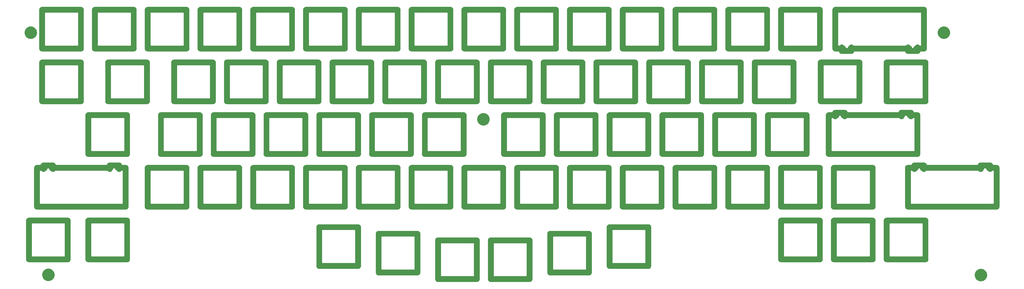
<source format=gts>
G04 #@! TF.GenerationSoftware,KiCad,Pcbnew,5.0.2-bee76a0~70~ubuntu18.04.1*
G04 #@! TF.CreationDate,2020-04-06T01:25:33+09:00*
G04 #@! TF.ProjectId,amatelus73,616d6174-656c-4757-9337-332e6b696361,rev?*
G04 #@! TF.SameCoordinates,Original*
G04 #@! TF.FileFunction,Soldermask,Top*
G04 #@! TF.FilePolarity,Negative*
%FSLAX46Y46*%
G04 Gerber Fmt 4.6, Leading zero omitted, Abs format (unit mm)*
G04 Created by KiCad (PCBNEW 5.0.2-bee76a0~70~ubuntu18.04.1) date 2020年04月06日 01時25分33秒*
%MOMM*%
%LPD*%
G01*
G04 APERTURE LIST*
%ADD10C,0.100000*%
G04 APERTURE END LIST*
D10*
G36*
X183257519Y-108629398D02*
X183297276Y-108633314D01*
X183418032Y-108645207D01*
X183616146Y-108705305D01*
X183798729Y-108802897D01*
X183958765Y-108934235D01*
X184090103Y-109094271D01*
X184187695Y-109276854D01*
X184247793Y-109474968D01*
X184251607Y-109513695D01*
X184268085Y-109681000D01*
X184263602Y-109726519D01*
X184263000Y-109738771D01*
X184263000Y-123623229D01*
X184263602Y-123635481D01*
X184268085Y-123681000D01*
X184263000Y-123732629D01*
X184263000Y-123732630D01*
X184247793Y-123887032D01*
X184187695Y-124085146D01*
X184090103Y-124267729D01*
X183958765Y-124427765D01*
X183798729Y-124559103D01*
X183616146Y-124656695D01*
X183418032Y-124716793D01*
X183300931Y-124728326D01*
X183257519Y-124732602D01*
X183212000Y-124737085D01*
X183166481Y-124732602D01*
X183154229Y-124732000D01*
X169269771Y-124732000D01*
X169257519Y-124732602D01*
X169212000Y-124737085D01*
X169166481Y-124732602D01*
X169126724Y-124728686D01*
X169005968Y-124716793D01*
X168807854Y-124656695D01*
X168625271Y-124559103D01*
X168465235Y-124427765D01*
X168333897Y-124267729D01*
X168236305Y-124085146D01*
X168176207Y-123887032D01*
X168155915Y-123681000D01*
X168160399Y-123635471D01*
X168161001Y-123623219D01*
X168161001Y-120670274D01*
X168161000Y-117629371D01*
X168161000Y-117623237D01*
X168161001Y-117623223D01*
X168161001Y-116656695D01*
X168161000Y-113629371D01*
X168161000Y-113623237D01*
X168161001Y-113623223D01*
X168161001Y-112645207D01*
X168161001Y-110857000D01*
X170263000Y-110857000D01*
X170263000Y-122505000D01*
X170265402Y-122529386D01*
X170272515Y-122552835D01*
X170284066Y-122574446D01*
X170299612Y-122593388D01*
X170318554Y-122608934D01*
X170340165Y-122620485D01*
X170363614Y-122627598D01*
X170388000Y-122630000D01*
X182036001Y-122630000D01*
X182060387Y-122627598D01*
X182083836Y-122620485D01*
X182105447Y-122608934D01*
X182124389Y-122593388D01*
X182139935Y-122574446D01*
X182151486Y-122552835D01*
X182158599Y-122529386D01*
X182161001Y-122505000D01*
X182161001Y-120670274D01*
X182161000Y-117629371D01*
X182161000Y-117623237D01*
X182161001Y-117623223D01*
X182161001Y-116656695D01*
X182161000Y-113629371D01*
X182161000Y-113623237D01*
X182161001Y-113623223D01*
X182161001Y-112645207D01*
X182161000Y-110857000D01*
X182158598Y-110832614D01*
X182151485Y-110809165D01*
X182139934Y-110787554D01*
X182124388Y-110768612D01*
X182105446Y-110753066D01*
X182083835Y-110741515D01*
X182060386Y-110734402D01*
X182036000Y-110732000D01*
X170388000Y-110732000D01*
X170363614Y-110734402D01*
X170340165Y-110741515D01*
X170318554Y-110753066D01*
X170299612Y-110768612D01*
X170284066Y-110787554D01*
X170272515Y-110809165D01*
X170265402Y-110832614D01*
X170263000Y-110857000D01*
X168161001Y-110857000D01*
X168161000Y-109738771D01*
X168160398Y-109726519D01*
X168155915Y-109681000D01*
X168172393Y-109513695D01*
X168176207Y-109474968D01*
X168236305Y-109276854D01*
X168333897Y-109094271D01*
X168465235Y-108934235D01*
X168625271Y-108802897D01*
X168807854Y-108705305D01*
X169005968Y-108645207D01*
X169126724Y-108633314D01*
X169166481Y-108629398D01*
X169212000Y-108624915D01*
X169257519Y-108629398D01*
X169269771Y-108630000D01*
X183154229Y-108630000D01*
X183166481Y-108629398D01*
X183212000Y-108624915D01*
X183257519Y-108629398D01*
X183257519Y-108629398D01*
G37*
G36*
X202307519Y-108629398D02*
X202347276Y-108633314D01*
X202468032Y-108645207D01*
X202666146Y-108705305D01*
X202848729Y-108802897D01*
X203008765Y-108934235D01*
X203140103Y-109094271D01*
X203237695Y-109276854D01*
X203297793Y-109474968D01*
X203301607Y-109513695D01*
X203318085Y-109681000D01*
X203313602Y-109726519D01*
X203313000Y-109738771D01*
X203313000Y-123623229D01*
X203313602Y-123635481D01*
X203318085Y-123681000D01*
X203297793Y-123887032D01*
X203237695Y-124085146D01*
X203140103Y-124267729D01*
X203008765Y-124427765D01*
X202848729Y-124559103D01*
X202666146Y-124656695D01*
X202468032Y-124716793D01*
X202347276Y-124728686D01*
X202307519Y-124732602D01*
X202262000Y-124737085D01*
X202216481Y-124732602D01*
X202204229Y-124732000D01*
X188319771Y-124732000D01*
X188307519Y-124732602D01*
X188262000Y-124737085D01*
X188055968Y-124716793D01*
X187857854Y-124656695D01*
X187675271Y-124559103D01*
X187589850Y-124489000D01*
X187515238Y-124427768D01*
X187515237Y-124427766D01*
X187515235Y-124427765D01*
X187383897Y-124267729D01*
X187317561Y-124143622D01*
X187286305Y-124085146D01*
X187226207Y-123887032D01*
X187205915Y-123681000D01*
X187210398Y-123635481D01*
X187211000Y-123623229D01*
X187211000Y-121704146D01*
X187211001Y-119738772D01*
X187211000Y-119738763D01*
X187211000Y-117743000D01*
X187211001Y-115738772D01*
X187211000Y-115738763D01*
X187211000Y-112744031D01*
X187211000Y-110857000D01*
X189313000Y-110857000D01*
X189313000Y-122505000D01*
X189315402Y-122529386D01*
X189322515Y-122552835D01*
X189334066Y-122574446D01*
X189349612Y-122593388D01*
X189368554Y-122608934D01*
X189390165Y-122620485D01*
X189413614Y-122627598D01*
X189438000Y-122630000D01*
X201086000Y-122630000D01*
X201110386Y-122627598D01*
X201133835Y-122620485D01*
X201155446Y-122608934D01*
X201174388Y-122593388D01*
X201189934Y-122574446D01*
X201201485Y-122552835D01*
X201208598Y-122529386D01*
X201211000Y-122505000D01*
X201211000Y-121124241D01*
X201211001Y-119738772D01*
X201211000Y-119738763D01*
X201211000Y-117743000D01*
X201211001Y-115738772D01*
X201211000Y-115738763D01*
X201211000Y-113351630D01*
X201211001Y-110856998D01*
X201208599Y-110832614D01*
X201201486Y-110809165D01*
X201189935Y-110787554D01*
X201174389Y-110768612D01*
X201155447Y-110753066D01*
X201133836Y-110741515D01*
X201110387Y-110734402D01*
X201086001Y-110732000D01*
X189438000Y-110732000D01*
X189413614Y-110734402D01*
X189390165Y-110741515D01*
X189368554Y-110753066D01*
X189349612Y-110768612D01*
X189334066Y-110787554D01*
X189322515Y-110809165D01*
X189315402Y-110832614D01*
X189313000Y-110857000D01*
X187211000Y-110857000D01*
X187211001Y-109738771D01*
X187210399Y-109726529D01*
X187205915Y-109681000D01*
X187222393Y-109513695D01*
X187226207Y-109474968D01*
X187286305Y-109276854D01*
X187383897Y-109094271D01*
X187515235Y-108934235D01*
X187675271Y-108802897D01*
X187857854Y-108705305D01*
X188055968Y-108645207D01*
X188176724Y-108633314D01*
X188216481Y-108629398D01*
X188262000Y-108624915D01*
X188307519Y-108629398D01*
X188319771Y-108630000D01*
X202204229Y-108630000D01*
X202216481Y-108629398D01*
X202262000Y-108624915D01*
X202307519Y-108629398D01*
X202307519Y-108629398D01*
G37*
G36*
X365433445Y-120004254D02*
X365781593Y-120073504D01*
X366191249Y-120243189D01*
X366559929Y-120489534D01*
X366873466Y-120803071D01*
X367119811Y-121171751D01*
X367289496Y-121581407D01*
X367340336Y-121837000D01*
X367376000Y-122016294D01*
X367376000Y-122459706D01*
X367362140Y-122529386D01*
X367289496Y-122894593D01*
X367119811Y-123304249D01*
X366873466Y-123672929D01*
X366559929Y-123986466D01*
X366191249Y-124232811D01*
X365781593Y-124402496D01*
X365433445Y-124471746D01*
X365346706Y-124489000D01*
X364903294Y-124489000D01*
X364816555Y-124471746D01*
X364468407Y-124402496D01*
X364058751Y-124232811D01*
X363690071Y-123986466D01*
X363376534Y-123672929D01*
X363130189Y-123304249D01*
X362960504Y-122894593D01*
X362887860Y-122529386D01*
X362874000Y-122459706D01*
X362874000Y-122016294D01*
X362909664Y-121837000D01*
X362960504Y-121581407D01*
X363130189Y-121171751D01*
X363376534Y-120803071D01*
X363690071Y-120489534D01*
X364058751Y-120243189D01*
X364468407Y-120073504D01*
X364816555Y-120004254D01*
X364903294Y-119987000D01*
X365346706Y-119987000D01*
X365433445Y-120004254D01*
X365433445Y-120004254D01*
G37*
G36*
X28883445Y-119940254D02*
X29231593Y-120009504D01*
X29641249Y-120179189D01*
X30009929Y-120425534D01*
X30323466Y-120739071D01*
X30569811Y-121107751D01*
X30739496Y-121517407D01*
X30790336Y-121773000D01*
X30826000Y-121952294D01*
X30826000Y-122395706D01*
X30813270Y-122459704D01*
X30739496Y-122830593D01*
X30569811Y-123240249D01*
X30323466Y-123608929D01*
X30009929Y-123922466D01*
X29641249Y-124168811D01*
X29231593Y-124338496D01*
X28909845Y-124402495D01*
X28796706Y-124425000D01*
X28353294Y-124425000D01*
X28240155Y-124402495D01*
X27918407Y-124338496D01*
X27508751Y-124168811D01*
X27140071Y-123922466D01*
X26826534Y-123608929D01*
X26580189Y-123240249D01*
X26410504Y-122830593D01*
X26336730Y-122459704D01*
X26324000Y-122395706D01*
X26324000Y-121952294D01*
X26359664Y-121773000D01*
X26410504Y-121517407D01*
X26580189Y-121107751D01*
X26826534Y-120739071D01*
X27140071Y-120425534D01*
X27508751Y-120179189D01*
X27918407Y-120009504D01*
X28266555Y-119940254D01*
X28353294Y-119923000D01*
X28796706Y-119923000D01*
X28883445Y-119940254D01*
X28883445Y-119940254D01*
G37*
G36*
X223739519Y-106248398D02*
X223779276Y-106252314D01*
X223900032Y-106264207D01*
X224098146Y-106324305D01*
X224280729Y-106421897D01*
X224440765Y-106553235D01*
X224572103Y-106713271D01*
X224669695Y-106895854D01*
X224729793Y-107093968D01*
X224729793Y-107093972D01*
X224750085Y-107300000D01*
X224745602Y-107345519D01*
X224745000Y-107357771D01*
X224745000Y-121242229D01*
X224745602Y-121254481D01*
X224746431Y-121262896D01*
X224750085Y-121300000D01*
X224745000Y-121351630D01*
X224729793Y-121506032D01*
X224669695Y-121704146D01*
X224572103Y-121886729D01*
X224440765Y-122046765D01*
X224280729Y-122178103D01*
X224098146Y-122275695D01*
X223900032Y-122335793D01*
X223782931Y-122347326D01*
X223739519Y-122351602D01*
X223694000Y-122356085D01*
X223648481Y-122351602D01*
X223636229Y-122351000D01*
X209751771Y-122351000D01*
X209739519Y-122351602D01*
X209694000Y-122356085D01*
X209648481Y-122351602D01*
X209608724Y-122347686D01*
X209487968Y-122335793D01*
X209289854Y-122275695D01*
X209107271Y-122178103D01*
X208947235Y-122046765D01*
X208815897Y-121886729D01*
X208718305Y-121704146D01*
X208658207Y-121506032D01*
X208637915Y-121300000D01*
X208641569Y-121262896D01*
X208642399Y-121254471D01*
X208643001Y-121242219D01*
X208643001Y-118275695D01*
X208643000Y-115248371D01*
X208643000Y-115242237D01*
X208643001Y-115242223D01*
X208643001Y-114275695D01*
X208643000Y-111248371D01*
X208643000Y-111242237D01*
X208643001Y-111242223D01*
X208643001Y-110267729D01*
X208643001Y-108476000D01*
X210745000Y-108476000D01*
X210745000Y-120124000D01*
X210747402Y-120148386D01*
X210754515Y-120171835D01*
X210766066Y-120193446D01*
X210781612Y-120212388D01*
X210800554Y-120227934D01*
X210822165Y-120239485D01*
X210845614Y-120246598D01*
X210870000Y-120249000D01*
X222518001Y-120249000D01*
X222542387Y-120246598D01*
X222565836Y-120239485D01*
X222587447Y-120227934D01*
X222606389Y-120212388D01*
X222621935Y-120193446D01*
X222633486Y-120171835D01*
X222640599Y-120148386D01*
X222643001Y-120124000D01*
X222643001Y-118275695D01*
X222643000Y-115248371D01*
X222643000Y-115242237D01*
X222643001Y-115242223D01*
X222643001Y-114275695D01*
X222643000Y-111248371D01*
X222643000Y-111242237D01*
X222643001Y-111242223D01*
X222643001Y-110267729D01*
X222643000Y-108476000D01*
X222640598Y-108451614D01*
X222633485Y-108428165D01*
X222621934Y-108406554D01*
X222606388Y-108387612D01*
X222587446Y-108372066D01*
X222565835Y-108360515D01*
X222542386Y-108353402D01*
X222518000Y-108351000D01*
X210870000Y-108351000D01*
X210845614Y-108353402D01*
X210822165Y-108360515D01*
X210800554Y-108372066D01*
X210781612Y-108387612D01*
X210766066Y-108406554D01*
X210754515Y-108428165D01*
X210747402Y-108451614D01*
X210745000Y-108476000D01*
X208643001Y-108476000D01*
X208643000Y-107357771D01*
X208642398Y-107345519D01*
X208637915Y-107300000D01*
X208658207Y-107093972D01*
X208658207Y-107093968D01*
X208718305Y-106895854D01*
X208815897Y-106713271D01*
X208947235Y-106553235D01*
X209107271Y-106421897D01*
X209289854Y-106324305D01*
X209487968Y-106264207D01*
X209608724Y-106252314D01*
X209648481Y-106248398D01*
X209694000Y-106243915D01*
X209739519Y-106248398D01*
X209751771Y-106249000D01*
X223636229Y-106249000D01*
X223648481Y-106248398D01*
X223694000Y-106243915D01*
X223739519Y-106248398D01*
X223739519Y-106248398D01*
G37*
G36*
X161826519Y-106248398D02*
X161866276Y-106252314D01*
X161987032Y-106264207D01*
X162185146Y-106324305D01*
X162367729Y-106421897D01*
X162527765Y-106553235D01*
X162659103Y-106713271D01*
X162756695Y-106895854D01*
X162816793Y-107093968D01*
X162816793Y-107093972D01*
X162837085Y-107300000D01*
X162832602Y-107345519D01*
X162832000Y-107357771D01*
X162832000Y-121242229D01*
X162832602Y-121254481D01*
X162833431Y-121262896D01*
X162837085Y-121300000D01*
X162832000Y-121351630D01*
X162816793Y-121506032D01*
X162756695Y-121704146D01*
X162659103Y-121886729D01*
X162527765Y-122046765D01*
X162367729Y-122178103D01*
X162185146Y-122275695D01*
X161987032Y-122335793D01*
X161869931Y-122347326D01*
X161826519Y-122351602D01*
X161781000Y-122356085D01*
X161735481Y-122351602D01*
X161723229Y-122351000D01*
X147838771Y-122351000D01*
X147826519Y-122351602D01*
X147781000Y-122356085D01*
X147735481Y-122351602D01*
X147695724Y-122347686D01*
X147574968Y-122335793D01*
X147376854Y-122275695D01*
X147194271Y-122178103D01*
X147034235Y-122046765D01*
X146902897Y-121886729D01*
X146805305Y-121704146D01*
X146745207Y-121506032D01*
X146724915Y-121300000D01*
X146728569Y-121262896D01*
X146729399Y-121254471D01*
X146730001Y-121242219D01*
X146730001Y-118275695D01*
X146730000Y-115248371D01*
X146730000Y-115242237D01*
X146730001Y-115242223D01*
X146730001Y-114275695D01*
X146730000Y-111248371D01*
X146730000Y-111242237D01*
X146730001Y-111242223D01*
X146730001Y-110267729D01*
X146730001Y-108476000D01*
X148832000Y-108476000D01*
X148832000Y-120124000D01*
X148834402Y-120148386D01*
X148841515Y-120171835D01*
X148853066Y-120193446D01*
X148868612Y-120212388D01*
X148887554Y-120227934D01*
X148909165Y-120239485D01*
X148932614Y-120246598D01*
X148957000Y-120249000D01*
X160605001Y-120249000D01*
X160629387Y-120246598D01*
X160652836Y-120239485D01*
X160674447Y-120227934D01*
X160693389Y-120212388D01*
X160708935Y-120193446D01*
X160720486Y-120171835D01*
X160727599Y-120148386D01*
X160730001Y-120124000D01*
X160730001Y-118275695D01*
X160730000Y-115248371D01*
X160730000Y-115242237D01*
X160730001Y-115242223D01*
X160730001Y-114275695D01*
X160730000Y-111248371D01*
X160730000Y-111242237D01*
X160730001Y-111242223D01*
X160730001Y-110267729D01*
X160730000Y-108476000D01*
X160727598Y-108451614D01*
X160720485Y-108428165D01*
X160708934Y-108406554D01*
X160693388Y-108387612D01*
X160674446Y-108372066D01*
X160652835Y-108360515D01*
X160629386Y-108353402D01*
X160605000Y-108351000D01*
X148957000Y-108351000D01*
X148932614Y-108353402D01*
X148909165Y-108360515D01*
X148887554Y-108372066D01*
X148868612Y-108387612D01*
X148853066Y-108406554D01*
X148841515Y-108428165D01*
X148834402Y-108451614D01*
X148832000Y-108476000D01*
X146730001Y-108476000D01*
X146730000Y-107357771D01*
X146729398Y-107345519D01*
X146724915Y-107300000D01*
X146745207Y-107093972D01*
X146745207Y-107093968D01*
X146805305Y-106895854D01*
X146902897Y-106713271D01*
X147034235Y-106553235D01*
X147194271Y-106421897D01*
X147376854Y-106324305D01*
X147574968Y-106264207D01*
X147695724Y-106252314D01*
X147735481Y-106248398D01*
X147781000Y-106243915D01*
X147826519Y-106248398D01*
X147838771Y-106249000D01*
X161723229Y-106249000D01*
X161735481Y-106248398D01*
X161781000Y-106243915D01*
X161826519Y-106248398D01*
X161826519Y-106248398D01*
G37*
G36*
X140395519Y-103867398D02*
X140435276Y-103871314D01*
X140556032Y-103883207D01*
X140754146Y-103943305D01*
X140936729Y-104040897D01*
X141096765Y-104172235D01*
X141228103Y-104332271D01*
X141325695Y-104514854D01*
X141385793Y-104712968D01*
X141385793Y-104712972D01*
X141406085Y-104919000D01*
X141401602Y-104964519D01*
X141401000Y-104976771D01*
X141401000Y-118861229D01*
X141401602Y-118873481D01*
X141406085Y-118919000D01*
X141385793Y-119125032D01*
X141325695Y-119323146D01*
X141228103Y-119505729D01*
X141096765Y-119665765D01*
X140936729Y-119797103D01*
X140754146Y-119894695D01*
X140556032Y-119954793D01*
X140435276Y-119966686D01*
X140395519Y-119970602D01*
X140350000Y-119975085D01*
X140304481Y-119970602D01*
X140292229Y-119970000D01*
X126407771Y-119970000D01*
X126395519Y-119970602D01*
X126350000Y-119975085D01*
X126143968Y-119954793D01*
X125945854Y-119894695D01*
X125763271Y-119797103D01*
X125603235Y-119665765D01*
X125471899Y-119505731D01*
X125374306Y-119323148D01*
X125374305Y-119323145D01*
X125314207Y-119125032D01*
X125293915Y-118919000D01*
X125298398Y-118873481D01*
X125299000Y-118861229D01*
X125299000Y-116934235D01*
X125299001Y-114976772D01*
X125299000Y-114976763D01*
X125299000Y-113094271D01*
X125299001Y-110976772D01*
X125299000Y-110976763D01*
X125299000Y-108040897D01*
X125299000Y-106095000D01*
X127401000Y-106095000D01*
X127401000Y-117743000D01*
X127403402Y-117767386D01*
X127410515Y-117790835D01*
X127422066Y-117812446D01*
X127437612Y-117831388D01*
X127456554Y-117846934D01*
X127478165Y-117858485D01*
X127501614Y-117865598D01*
X127526000Y-117868000D01*
X139174000Y-117868000D01*
X139198386Y-117865598D01*
X139221835Y-117858485D01*
X139243446Y-117846934D01*
X139262388Y-117831388D01*
X139277934Y-117812446D01*
X139289485Y-117790835D01*
X139296598Y-117767386D01*
X139299000Y-117743000D01*
X139299000Y-116427765D01*
X139299001Y-114976772D01*
X139299000Y-114976763D01*
X139299000Y-113094271D01*
X139299001Y-110976772D01*
X139299000Y-110976763D01*
X139299000Y-108589629D01*
X139299001Y-106094998D01*
X139296599Y-106070614D01*
X139289486Y-106047165D01*
X139277935Y-106025554D01*
X139262389Y-106006612D01*
X139243447Y-105991066D01*
X139221836Y-105979515D01*
X139198387Y-105972402D01*
X139174001Y-105970000D01*
X127526000Y-105970000D01*
X127501614Y-105972402D01*
X127478165Y-105979515D01*
X127456554Y-105991066D01*
X127437612Y-106006612D01*
X127422066Y-106025554D01*
X127410515Y-106047165D01*
X127403402Y-106070614D01*
X127401000Y-106095000D01*
X125299000Y-106095000D01*
X125299001Y-104976771D01*
X125298399Y-104964529D01*
X125293915Y-104919000D01*
X125314207Y-104712972D01*
X125314207Y-104712968D01*
X125374305Y-104514854D01*
X125471897Y-104332271D01*
X125603235Y-104172235D01*
X125763271Y-104040897D01*
X125945854Y-103943305D01*
X126143968Y-103883207D01*
X126264724Y-103871314D01*
X126304481Y-103867398D01*
X126350000Y-103862915D01*
X126395519Y-103867398D01*
X126407771Y-103868000D01*
X140292229Y-103868000D01*
X140304481Y-103867398D01*
X140350000Y-103862915D01*
X140395519Y-103867398D01*
X140395519Y-103867398D01*
G37*
G36*
X245170519Y-103867398D02*
X245210276Y-103871314D01*
X245331032Y-103883207D01*
X245529146Y-103943305D01*
X245711729Y-104040897D01*
X245871765Y-104172235D01*
X246003103Y-104332271D01*
X246100695Y-104514854D01*
X246160793Y-104712968D01*
X246160793Y-104712972D01*
X246181085Y-104919000D01*
X246176602Y-104964519D01*
X246176000Y-104976771D01*
X246176000Y-118861229D01*
X246176602Y-118873481D01*
X246181085Y-118919000D01*
X246176000Y-118970629D01*
X246176000Y-118970630D01*
X246160793Y-119125032D01*
X246100695Y-119323146D01*
X246003103Y-119505729D01*
X245871765Y-119665765D01*
X245711729Y-119797103D01*
X245529146Y-119894695D01*
X245331032Y-119954793D01*
X245213931Y-119966326D01*
X245170519Y-119970602D01*
X245125000Y-119975085D01*
X245079481Y-119970602D01*
X245067229Y-119970000D01*
X231182771Y-119970000D01*
X231170519Y-119970602D01*
X231125000Y-119975085D01*
X231079481Y-119970602D01*
X231039724Y-119966686D01*
X230918968Y-119954793D01*
X230720854Y-119894695D01*
X230538271Y-119797103D01*
X230378235Y-119665765D01*
X230246897Y-119505729D01*
X230149305Y-119323146D01*
X230089207Y-119125032D01*
X230068915Y-118919000D01*
X230073399Y-118873471D01*
X230074001Y-118861219D01*
X230074001Y-115894695D01*
X230074000Y-112867371D01*
X230074000Y-112861237D01*
X230074001Y-112861223D01*
X230074001Y-111894695D01*
X230074000Y-108867371D01*
X230074000Y-108861237D01*
X230074001Y-108861223D01*
X230074001Y-107886729D01*
X230074001Y-106095000D01*
X232176000Y-106095000D01*
X232176000Y-117743000D01*
X232178402Y-117767386D01*
X232185515Y-117790835D01*
X232197066Y-117812446D01*
X232212612Y-117831388D01*
X232231554Y-117846934D01*
X232253165Y-117858485D01*
X232276614Y-117865598D01*
X232301000Y-117868000D01*
X243949001Y-117868000D01*
X243973387Y-117865598D01*
X243996836Y-117858485D01*
X244018447Y-117846934D01*
X244037389Y-117831388D01*
X244052935Y-117812446D01*
X244064486Y-117790835D01*
X244071599Y-117767386D01*
X244074001Y-117743000D01*
X244074001Y-115894695D01*
X244074000Y-112867371D01*
X244074000Y-112861237D01*
X244074001Y-112861223D01*
X244074001Y-111894695D01*
X244074000Y-108867371D01*
X244074000Y-108861237D01*
X244074001Y-108861223D01*
X244074001Y-107886729D01*
X244074000Y-106095000D01*
X244071598Y-106070614D01*
X244064485Y-106047165D01*
X244052934Y-106025554D01*
X244037388Y-106006612D01*
X244018446Y-105991066D01*
X243996835Y-105979515D01*
X243973386Y-105972402D01*
X243949000Y-105970000D01*
X232301000Y-105970000D01*
X232276614Y-105972402D01*
X232253165Y-105979515D01*
X232231554Y-105991066D01*
X232212612Y-106006612D01*
X232197066Y-106025554D01*
X232185515Y-106047165D01*
X232178402Y-106070614D01*
X232176000Y-106095000D01*
X230074001Y-106095000D01*
X230074000Y-104976771D01*
X230073398Y-104964519D01*
X230068915Y-104919000D01*
X230089207Y-104712972D01*
X230089207Y-104712968D01*
X230149305Y-104514854D01*
X230246897Y-104332271D01*
X230378235Y-104172235D01*
X230538271Y-104040897D01*
X230720854Y-103943305D01*
X230918968Y-103883207D01*
X231039724Y-103871314D01*
X231079481Y-103867398D01*
X231125000Y-103862915D01*
X231170519Y-103867398D01*
X231182771Y-103868000D01*
X245067229Y-103868000D01*
X245079481Y-103867398D01*
X245125000Y-103862915D01*
X245170519Y-103867398D01*
X245170519Y-103867398D01*
G37*
G36*
X57051719Y-101486398D02*
X57091476Y-101490314D01*
X57212232Y-101502207D01*
X57410346Y-101562305D01*
X57592929Y-101659897D01*
X57752965Y-101791235D01*
X57884303Y-101951271D01*
X57981895Y-102133854D01*
X58041993Y-102331968D01*
X58041993Y-102331972D01*
X58062285Y-102538000D01*
X58057802Y-102583519D01*
X58057200Y-102595771D01*
X58057200Y-116480229D01*
X58057802Y-116492481D01*
X58062285Y-116538000D01*
X58041993Y-116744032D01*
X57981895Y-116942146D01*
X57884303Y-117124729D01*
X57752965Y-117284765D01*
X57592929Y-117416103D01*
X57410346Y-117513695D01*
X57212232Y-117573793D01*
X57091476Y-117585686D01*
X57051719Y-117589602D01*
X57006200Y-117594085D01*
X56960681Y-117589602D01*
X56948429Y-117589000D01*
X43063971Y-117589000D01*
X43051719Y-117589602D01*
X43006200Y-117594085D01*
X42800168Y-117573793D01*
X42602054Y-117513695D01*
X42419471Y-117416103D01*
X42340910Y-117351630D01*
X42259438Y-117284768D01*
X42259437Y-117284766D01*
X42259435Y-117284765D01*
X42128097Y-117124729D01*
X42111817Y-117094271D01*
X42030505Y-116942146D01*
X41970407Y-116744032D01*
X41950115Y-116538000D01*
X41954598Y-116492481D01*
X41955200Y-116480229D01*
X41955200Y-114553235D01*
X41955201Y-112595772D01*
X41955200Y-112595763D01*
X41955200Y-110656695D01*
X41955201Y-108595772D01*
X41955200Y-108595763D01*
X41955200Y-105659897D01*
X41955200Y-103714000D01*
X44057200Y-103714000D01*
X44057200Y-115362000D01*
X44059602Y-115386386D01*
X44066715Y-115409835D01*
X44078266Y-115431446D01*
X44093812Y-115450388D01*
X44112754Y-115465934D01*
X44134365Y-115477485D01*
X44157814Y-115484598D01*
X44182200Y-115487000D01*
X55830200Y-115487000D01*
X55854586Y-115484598D01*
X55878035Y-115477485D01*
X55899646Y-115465934D01*
X55918588Y-115450388D01*
X55934134Y-115431446D01*
X55945685Y-115409835D01*
X55952798Y-115386386D01*
X55955200Y-115362000D01*
X55955200Y-114046765D01*
X55955201Y-112595772D01*
X55955200Y-112595763D01*
X55955200Y-110656695D01*
X55955201Y-108595772D01*
X55955200Y-108595763D01*
X55955200Y-106243915D01*
X55955201Y-103713998D01*
X55952799Y-103689614D01*
X55945686Y-103666165D01*
X55934135Y-103644554D01*
X55918589Y-103625612D01*
X55899647Y-103610066D01*
X55878036Y-103598515D01*
X55854587Y-103591402D01*
X55830201Y-103589000D01*
X44182200Y-103589000D01*
X44157814Y-103591402D01*
X44134365Y-103598515D01*
X44112754Y-103610066D01*
X44093812Y-103625612D01*
X44078266Y-103644554D01*
X44066715Y-103666165D01*
X44059602Y-103689614D01*
X44057200Y-103714000D01*
X41955200Y-103714000D01*
X41955201Y-102595771D01*
X41954599Y-102583529D01*
X41950115Y-102538000D01*
X41970407Y-102331972D01*
X41970407Y-102331968D01*
X42030505Y-102133854D01*
X42128097Y-101951271D01*
X42259435Y-101791235D01*
X42419471Y-101659897D01*
X42602054Y-101562305D01*
X42800168Y-101502207D01*
X42920924Y-101490314D01*
X42960681Y-101486398D01*
X43006200Y-101481915D01*
X43051719Y-101486398D01*
X43063971Y-101487000D01*
X56948429Y-101487000D01*
X56960681Y-101486398D01*
X57006200Y-101481915D01*
X57051719Y-101486398D01*
X57051719Y-101486398D01*
G37*
G36*
X345183519Y-101486398D02*
X345223276Y-101490314D01*
X345344032Y-101502207D01*
X345542146Y-101562305D01*
X345724729Y-101659897D01*
X345884765Y-101791235D01*
X346016103Y-101951271D01*
X346113695Y-102133854D01*
X346173793Y-102331968D01*
X346173793Y-102331972D01*
X346194085Y-102538000D01*
X346189602Y-102583519D01*
X346189000Y-102595771D01*
X346189000Y-116480229D01*
X346189602Y-116492481D01*
X346194085Y-116538000D01*
X346173793Y-116744032D01*
X346113695Y-116942146D01*
X346016103Y-117124729D01*
X345884765Y-117284765D01*
X345724729Y-117416103D01*
X345542146Y-117513695D01*
X345344032Y-117573793D01*
X345223276Y-117585686D01*
X345183519Y-117589602D01*
X345138000Y-117594085D01*
X345092481Y-117589602D01*
X345080229Y-117589000D01*
X331195771Y-117589000D01*
X331183519Y-117589602D01*
X331138000Y-117594085D01*
X330931968Y-117573793D01*
X330733854Y-117513695D01*
X330551271Y-117416103D01*
X330472710Y-117351630D01*
X330391238Y-117284768D01*
X330391237Y-117284766D01*
X330391235Y-117284765D01*
X330259897Y-117124729D01*
X330243617Y-117094271D01*
X330162305Y-116942146D01*
X330102207Y-116744032D01*
X330081915Y-116538000D01*
X330086398Y-116492481D01*
X330087000Y-116480229D01*
X330087000Y-114553235D01*
X330087001Y-112595772D01*
X330087000Y-112595763D01*
X330087000Y-110656695D01*
X330087001Y-108595772D01*
X330087000Y-108595763D01*
X330087000Y-105659897D01*
X330087000Y-103714000D01*
X332189000Y-103714000D01*
X332189000Y-115362000D01*
X332191402Y-115386386D01*
X332198515Y-115409835D01*
X332210066Y-115431446D01*
X332225612Y-115450388D01*
X332244554Y-115465934D01*
X332266165Y-115477485D01*
X332289614Y-115484598D01*
X332314000Y-115487000D01*
X343962000Y-115487000D01*
X343986386Y-115484598D01*
X344009835Y-115477485D01*
X344031446Y-115465934D01*
X344050388Y-115450388D01*
X344065934Y-115431446D01*
X344077485Y-115409835D01*
X344084598Y-115386386D01*
X344087000Y-115362000D01*
X344087000Y-114046765D01*
X344087001Y-112595772D01*
X344087000Y-112595763D01*
X344087000Y-110656695D01*
X344087001Y-108595772D01*
X344087000Y-108595763D01*
X344087000Y-106243915D01*
X344087001Y-103713998D01*
X344084599Y-103689614D01*
X344077486Y-103666165D01*
X344065935Y-103644554D01*
X344050389Y-103625612D01*
X344031447Y-103610066D01*
X344009836Y-103598515D01*
X343986387Y-103591402D01*
X343962001Y-103589000D01*
X332314000Y-103589000D01*
X332289614Y-103591402D01*
X332266165Y-103598515D01*
X332244554Y-103610066D01*
X332225612Y-103625612D01*
X332210066Y-103644554D01*
X332198515Y-103666165D01*
X332191402Y-103689614D01*
X332189000Y-103714000D01*
X330087000Y-103714000D01*
X330087001Y-102595771D01*
X330086399Y-102583529D01*
X330081915Y-102538000D01*
X330102207Y-102331972D01*
X330102207Y-102331968D01*
X330162305Y-102133854D01*
X330259897Y-101951271D01*
X330391235Y-101791235D01*
X330551271Y-101659897D01*
X330733854Y-101562305D01*
X330931968Y-101502207D01*
X331052724Y-101490314D01*
X331092481Y-101486398D01*
X331138000Y-101481915D01*
X331183519Y-101486398D01*
X331195771Y-101487000D01*
X345080229Y-101487000D01*
X345092481Y-101486398D01*
X345138000Y-101481915D01*
X345183519Y-101486398D01*
X345183519Y-101486398D01*
G37*
G36*
X35620519Y-101486398D02*
X35660276Y-101490314D01*
X35781032Y-101502207D01*
X35979146Y-101562305D01*
X36161729Y-101659897D01*
X36321765Y-101791235D01*
X36453103Y-101951271D01*
X36550695Y-102133854D01*
X36610793Y-102331968D01*
X36610793Y-102331972D01*
X36631085Y-102538000D01*
X36626602Y-102583519D01*
X36626000Y-102595771D01*
X36626000Y-116480229D01*
X36626602Y-116492481D01*
X36631085Y-116538000D01*
X36610793Y-116744032D01*
X36550695Y-116942146D01*
X36453103Y-117124729D01*
X36321765Y-117284765D01*
X36161729Y-117416103D01*
X35979146Y-117513695D01*
X35781032Y-117573793D01*
X35660276Y-117585686D01*
X35620519Y-117589602D01*
X35575000Y-117594085D01*
X35529481Y-117589602D01*
X35517229Y-117589000D01*
X21632771Y-117589000D01*
X21620519Y-117589602D01*
X21575000Y-117594085D01*
X21368968Y-117573793D01*
X21170854Y-117513695D01*
X20988271Y-117416103D01*
X20909710Y-117351630D01*
X20828238Y-117284768D01*
X20828237Y-117284766D01*
X20828235Y-117284765D01*
X20696897Y-117124729D01*
X20680617Y-117094271D01*
X20599305Y-116942146D01*
X20539207Y-116744032D01*
X20518915Y-116538000D01*
X20523398Y-116492481D01*
X20524000Y-116480229D01*
X20524000Y-114553235D01*
X20524001Y-112595772D01*
X20524000Y-112595763D01*
X20524000Y-110656695D01*
X20524001Y-108595772D01*
X20524000Y-108595763D01*
X20524000Y-105659897D01*
X20524000Y-103714000D01*
X22626000Y-103714000D01*
X22626000Y-115362000D01*
X22628402Y-115386386D01*
X22635515Y-115409835D01*
X22647066Y-115431446D01*
X22662612Y-115450388D01*
X22681554Y-115465934D01*
X22703165Y-115477485D01*
X22726614Y-115484598D01*
X22751000Y-115487000D01*
X34399000Y-115487000D01*
X34423386Y-115484598D01*
X34446835Y-115477485D01*
X34468446Y-115465934D01*
X34487388Y-115450388D01*
X34502934Y-115431446D01*
X34514485Y-115409835D01*
X34521598Y-115386386D01*
X34524000Y-115362000D01*
X34524000Y-114046765D01*
X34524001Y-112595772D01*
X34524000Y-112595763D01*
X34524000Y-110656695D01*
X34524001Y-108595772D01*
X34524000Y-108595763D01*
X34524000Y-106243915D01*
X34524001Y-103713998D01*
X34521599Y-103689614D01*
X34514486Y-103666165D01*
X34502935Y-103644554D01*
X34487389Y-103625612D01*
X34468447Y-103610066D01*
X34446836Y-103598515D01*
X34423387Y-103591402D01*
X34399001Y-103589000D01*
X22751000Y-103589000D01*
X22726614Y-103591402D01*
X22703165Y-103598515D01*
X22681554Y-103610066D01*
X22662612Y-103625612D01*
X22647066Y-103644554D01*
X22635515Y-103666165D01*
X22628402Y-103689614D01*
X22626000Y-103714000D01*
X20524000Y-103714000D01*
X20524001Y-102595771D01*
X20523399Y-102583529D01*
X20518915Y-102538000D01*
X20539207Y-102331972D01*
X20539207Y-102331968D01*
X20599305Y-102133854D01*
X20696897Y-101951271D01*
X20828235Y-101791235D01*
X20988271Y-101659897D01*
X21170854Y-101562305D01*
X21368968Y-101502207D01*
X21489724Y-101490314D01*
X21529481Y-101486398D01*
X21575000Y-101481915D01*
X21620519Y-101486398D01*
X21632771Y-101487000D01*
X35517229Y-101487000D01*
X35529481Y-101486398D01*
X35575000Y-101481915D01*
X35620519Y-101486398D01*
X35620519Y-101486398D01*
G37*
G36*
X326133519Y-101486398D02*
X326173276Y-101490314D01*
X326294032Y-101502207D01*
X326492146Y-101562305D01*
X326674729Y-101659897D01*
X326834765Y-101791235D01*
X326966103Y-101951271D01*
X327063695Y-102133854D01*
X327123793Y-102331968D01*
X327123793Y-102331972D01*
X327144085Y-102538000D01*
X327139602Y-102583519D01*
X327139000Y-102595771D01*
X327139000Y-116480229D01*
X327139602Y-116492481D01*
X327144085Y-116538000D01*
X327123793Y-116744032D01*
X327063695Y-116942146D01*
X326966103Y-117124729D01*
X326834765Y-117284765D01*
X326674729Y-117416103D01*
X326492146Y-117513695D01*
X326294032Y-117573793D01*
X326173276Y-117585686D01*
X326133519Y-117589602D01*
X326088000Y-117594085D01*
X326042481Y-117589602D01*
X326030229Y-117589000D01*
X312145771Y-117589000D01*
X312133519Y-117589602D01*
X312088000Y-117594085D01*
X311881968Y-117573793D01*
X311683854Y-117513695D01*
X311501271Y-117416103D01*
X311422710Y-117351630D01*
X311341238Y-117284768D01*
X311341237Y-117284766D01*
X311341235Y-117284765D01*
X311209897Y-117124729D01*
X311193617Y-117094271D01*
X311112305Y-116942146D01*
X311052207Y-116744032D01*
X311031915Y-116538000D01*
X311036398Y-116492481D01*
X311037000Y-116480229D01*
X311037000Y-114553235D01*
X311037001Y-112595772D01*
X311037000Y-112595763D01*
X311037000Y-110656695D01*
X311037001Y-108595772D01*
X311037000Y-108595763D01*
X311037000Y-105659897D01*
X311037000Y-103714000D01*
X313139000Y-103714000D01*
X313139000Y-115362000D01*
X313141402Y-115386386D01*
X313148515Y-115409835D01*
X313160066Y-115431446D01*
X313175612Y-115450388D01*
X313194554Y-115465934D01*
X313216165Y-115477485D01*
X313239614Y-115484598D01*
X313264000Y-115487000D01*
X324912000Y-115487000D01*
X324936386Y-115484598D01*
X324959835Y-115477485D01*
X324981446Y-115465934D01*
X325000388Y-115450388D01*
X325015934Y-115431446D01*
X325027485Y-115409835D01*
X325034598Y-115386386D01*
X325037000Y-115362000D01*
X325037000Y-114046765D01*
X325037001Y-112595772D01*
X325037000Y-112595763D01*
X325037000Y-110656695D01*
X325037001Y-108595772D01*
X325037000Y-108595763D01*
X325037000Y-106243915D01*
X325037001Y-103713998D01*
X325034599Y-103689614D01*
X325027486Y-103666165D01*
X325015935Y-103644554D01*
X325000389Y-103625612D01*
X324981447Y-103610066D01*
X324959836Y-103598515D01*
X324936387Y-103591402D01*
X324912001Y-103589000D01*
X313264000Y-103589000D01*
X313239614Y-103591402D01*
X313216165Y-103598515D01*
X313194554Y-103610066D01*
X313175612Y-103625612D01*
X313160066Y-103644554D01*
X313148515Y-103666165D01*
X313141402Y-103689614D01*
X313139000Y-103714000D01*
X311037000Y-103714000D01*
X311037001Y-102595771D01*
X311036399Y-102583529D01*
X311031915Y-102538000D01*
X311052207Y-102331972D01*
X311052207Y-102331968D01*
X311112305Y-102133854D01*
X311209897Y-101951271D01*
X311341235Y-101791235D01*
X311501271Y-101659897D01*
X311683854Y-101562305D01*
X311881968Y-101502207D01*
X312002724Y-101490314D01*
X312042481Y-101486398D01*
X312088000Y-101481915D01*
X312133519Y-101486398D01*
X312145771Y-101487000D01*
X326030229Y-101487000D01*
X326042481Y-101486398D01*
X326088000Y-101481915D01*
X326133519Y-101486398D01*
X326133519Y-101486398D01*
G37*
G36*
X307083519Y-101486398D02*
X307123276Y-101490314D01*
X307244032Y-101502207D01*
X307442146Y-101562305D01*
X307624729Y-101659897D01*
X307784765Y-101791235D01*
X307916103Y-101951271D01*
X308013695Y-102133854D01*
X308073793Y-102331968D01*
X308073793Y-102331972D01*
X308094085Y-102538000D01*
X308089602Y-102583519D01*
X308089000Y-102595771D01*
X308089000Y-116480229D01*
X308089602Y-116492481D01*
X308094085Y-116538000D01*
X308073793Y-116744032D01*
X308013695Y-116942146D01*
X307916103Y-117124729D01*
X307784765Y-117284765D01*
X307624729Y-117416103D01*
X307442146Y-117513695D01*
X307244032Y-117573793D01*
X307123276Y-117585686D01*
X307083519Y-117589602D01*
X307038000Y-117594085D01*
X306992481Y-117589602D01*
X306980229Y-117589000D01*
X293095771Y-117589000D01*
X293083519Y-117589602D01*
X293038000Y-117594085D01*
X292831968Y-117573793D01*
X292633854Y-117513695D01*
X292451271Y-117416103D01*
X292372710Y-117351630D01*
X292291238Y-117284768D01*
X292291237Y-117284766D01*
X292291235Y-117284765D01*
X292159897Y-117124729D01*
X292143617Y-117094271D01*
X292062305Y-116942146D01*
X292002207Y-116744032D01*
X291981915Y-116538000D01*
X291986398Y-116492481D01*
X291987000Y-116480229D01*
X291987000Y-114553235D01*
X291987001Y-112595772D01*
X291987000Y-112595763D01*
X291987000Y-110656695D01*
X291987001Y-108595772D01*
X291987000Y-108595763D01*
X291987000Y-105659897D01*
X291987000Y-103714000D01*
X294089000Y-103714000D01*
X294089000Y-115362000D01*
X294091402Y-115386386D01*
X294098515Y-115409835D01*
X294110066Y-115431446D01*
X294125612Y-115450388D01*
X294144554Y-115465934D01*
X294166165Y-115477485D01*
X294189614Y-115484598D01*
X294214000Y-115487000D01*
X305862000Y-115487000D01*
X305886386Y-115484598D01*
X305909835Y-115477485D01*
X305931446Y-115465934D01*
X305950388Y-115450388D01*
X305965934Y-115431446D01*
X305977485Y-115409835D01*
X305984598Y-115386386D01*
X305987000Y-115362000D01*
X305987000Y-114046765D01*
X305987001Y-112595772D01*
X305987000Y-112595763D01*
X305987000Y-110656695D01*
X305987001Y-108595772D01*
X305987000Y-108595763D01*
X305987000Y-106243915D01*
X305987001Y-103713998D01*
X305984599Y-103689614D01*
X305977486Y-103666165D01*
X305965935Y-103644554D01*
X305950389Y-103625612D01*
X305931447Y-103610066D01*
X305909836Y-103598515D01*
X305886387Y-103591402D01*
X305862001Y-103589000D01*
X294214000Y-103589000D01*
X294189614Y-103591402D01*
X294166165Y-103598515D01*
X294144554Y-103610066D01*
X294125612Y-103625612D01*
X294110066Y-103644554D01*
X294098515Y-103666165D01*
X294091402Y-103689614D01*
X294089000Y-103714000D01*
X291987000Y-103714000D01*
X291987001Y-102595771D01*
X291986399Y-102583529D01*
X291981915Y-102538000D01*
X292002207Y-102331972D01*
X292002207Y-102331968D01*
X292062305Y-102133854D01*
X292159897Y-101951271D01*
X292291235Y-101791235D01*
X292451271Y-101659897D01*
X292633854Y-101562305D01*
X292831968Y-101502207D01*
X292952724Y-101490314D01*
X292992481Y-101486398D01*
X293038000Y-101481915D01*
X293083519Y-101486398D01*
X293095771Y-101487000D01*
X306980229Y-101487000D01*
X306992481Y-101486398D01*
X307038000Y-101481915D01*
X307083519Y-101486398D01*
X307083519Y-101486398D01*
G37*
G36*
X97533019Y-82435898D02*
X97572776Y-82439814D01*
X97693532Y-82451707D01*
X97891646Y-82511805D01*
X98074229Y-82609397D01*
X98234265Y-82740735D01*
X98365603Y-82900771D01*
X98463195Y-83083354D01*
X98523293Y-83281468D01*
X98523293Y-83281472D01*
X98543585Y-83487500D01*
X98539102Y-83533019D01*
X98538500Y-83545271D01*
X98538500Y-97429729D01*
X98539102Y-97441981D01*
X98543585Y-97487500D01*
X98523293Y-97693532D01*
X98463195Y-97891646D01*
X98365603Y-98074229D01*
X98234265Y-98234265D01*
X98074229Y-98365603D01*
X97891646Y-98463195D01*
X97693532Y-98523293D01*
X97572776Y-98535186D01*
X97533019Y-98539102D01*
X97487500Y-98543585D01*
X97441981Y-98539102D01*
X97429729Y-98538500D01*
X83545271Y-98538500D01*
X83533019Y-98539102D01*
X83487500Y-98543585D01*
X83281468Y-98523293D01*
X83083354Y-98463195D01*
X82900771Y-98365603D01*
X82836757Y-98313068D01*
X82740738Y-98234268D01*
X82740737Y-98234266D01*
X82740735Y-98234265D01*
X82609397Y-98074229D01*
X82609396Y-98074228D01*
X82511805Y-97891646D01*
X82451707Y-97693532D01*
X82431415Y-97487500D01*
X82435898Y-97441981D01*
X82436500Y-97429729D01*
X82436500Y-96311500D01*
X82436501Y-93545272D01*
X82436500Y-93545263D01*
X82436500Y-93539129D01*
X82436501Y-89545272D01*
X82436500Y-89545263D01*
X82436500Y-86609397D01*
X82436500Y-84663500D01*
X84538500Y-84663500D01*
X84538500Y-96311500D01*
X84540902Y-96335886D01*
X84548015Y-96359335D01*
X84559566Y-96380946D01*
X84575112Y-96399888D01*
X84594054Y-96415434D01*
X84615665Y-96426985D01*
X84639114Y-96434098D01*
X84663500Y-96436500D01*
X96311500Y-96436500D01*
X96335886Y-96434098D01*
X96359335Y-96426985D01*
X96380946Y-96415434D01*
X96399888Y-96399888D01*
X96415434Y-96380946D01*
X96426985Y-96359335D01*
X96434098Y-96335886D01*
X96436500Y-96311500D01*
X96436500Y-95293862D01*
X96436501Y-93545272D01*
X96436500Y-93545263D01*
X96436500Y-93539129D01*
X96436501Y-89545272D01*
X96436500Y-89545263D01*
X96436500Y-87281468D01*
X96436501Y-84663498D01*
X96434099Y-84639114D01*
X96426986Y-84615665D01*
X96415435Y-84594054D01*
X96399889Y-84575112D01*
X96380947Y-84559566D01*
X96359336Y-84548015D01*
X96335887Y-84540902D01*
X96311501Y-84538500D01*
X84663500Y-84538500D01*
X84639114Y-84540902D01*
X84615665Y-84548015D01*
X84594054Y-84559566D01*
X84575112Y-84575112D01*
X84559566Y-84594054D01*
X84548015Y-84615665D01*
X84540902Y-84639114D01*
X84538500Y-84663500D01*
X82436500Y-84663500D01*
X82436501Y-83545271D01*
X82435899Y-83533029D01*
X82431415Y-83487500D01*
X82451707Y-83281472D01*
X82451707Y-83281468D01*
X82511805Y-83083354D01*
X82609397Y-82900771D01*
X82740735Y-82740735D01*
X82900771Y-82609397D01*
X83083354Y-82511805D01*
X83281468Y-82451707D01*
X83402224Y-82439814D01*
X83441981Y-82435898D01*
X83487500Y-82431415D01*
X83533019Y-82435898D01*
X83545271Y-82436500D01*
X97429729Y-82436500D01*
X97441981Y-82435898D01*
X97487500Y-82431415D01*
X97533019Y-82435898D01*
X97533019Y-82435898D01*
G37*
G36*
X268983519Y-82435898D02*
X269023276Y-82439814D01*
X269144032Y-82451707D01*
X269342146Y-82511805D01*
X269524729Y-82609397D01*
X269684765Y-82740735D01*
X269816103Y-82900771D01*
X269913695Y-83083354D01*
X269973793Y-83281468D01*
X269973793Y-83281472D01*
X269994085Y-83487500D01*
X269989602Y-83533019D01*
X269989000Y-83545271D01*
X269989000Y-97429729D01*
X269989602Y-97441981D01*
X269994085Y-97487500D01*
X269973793Y-97693532D01*
X269913695Y-97891646D01*
X269816103Y-98074229D01*
X269684765Y-98234265D01*
X269524729Y-98365603D01*
X269342146Y-98463195D01*
X269144032Y-98523293D01*
X269023276Y-98535186D01*
X268983519Y-98539102D01*
X268938000Y-98543585D01*
X268892481Y-98539102D01*
X268880229Y-98538500D01*
X254995771Y-98538500D01*
X254983519Y-98539102D01*
X254938000Y-98543585D01*
X254731968Y-98523293D01*
X254533854Y-98463195D01*
X254351271Y-98365603D01*
X254287257Y-98313068D01*
X254191238Y-98234268D01*
X254191237Y-98234266D01*
X254191235Y-98234265D01*
X254059897Y-98074229D01*
X254059896Y-98074228D01*
X253962305Y-97891646D01*
X253902207Y-97693532D01*
X253881915Y-97487500D01*
X253886398Y-97441981D01*
X253887000Y-97429729D01*
X253887000Y-96311500D01*
X253887001Y-93545272D01*
X253887000Y-93545263D01*
X253887000Y-93539129D01*
X253887001Y-89545272D01*
X253887000Y-89545263D01*
X253887000Y-86609397D01*
X253887000Y-84663500D01*
X255989000Y-84663500D01*
X255989000Y-96311500D01*
X255991402Y-96335886D01*
X255998515Y-96359335D01*
X256010066Y-96380946D01*
X256025612Y-96399888D01*
X256044554Y-96415434D01*
X256066165Y-96426985D01*
X256089614Y-96434098D01*
X256114000Y-96436500D01*
X267762000Y-96436500D01*
X267786386Y-96434098D01*
X267809835Y-96426985D01*
X267831446Y-96415434D01*
X267850388Y-96399888D01*
X267865934Y-96380946D01*
X267877485Y-96359335D01*
X267884598Y-96335886D01*
X267887000Y-96311500D01*
X267887000Y-95293862D01*
X267887001Y-93545272D01*
X267887000Y-93545263D01*
X267887000Y-93539129D01*
X267887001Y-89545272D01*
X267887000Y-89545263D01*
X267887000Y-87281468D01*
X267887001Y-84663498D01*
X267884599Y-84639114D01*
X267877486Y-84615665D01*
X267865935Y-84594054D01*
X267850389Y-84575112D01*
X267831447Y-84559566D01*
X267809836Y-84548015D01*
X267786387Y-84540902D01*
X267762001Y-84538500D01*
X256114000Y-84538500D01*
X256089614Y-84540902D01*
X256066165Y-84548015D01*
X256044554Y-84559566D01*
X256025612Y-84575112D01*
X256010066Y-84594054D01*
X255998515Y-84615665D01*
X255991402Y-84639114D01*
X255989000Y-84663500D01*
X253887000Y-84663500D01*
X253887001Y-83545271D01*
X253886399Y-83533029D01*
X253881915Y-83487500D01*
X253902207Y-83281472D01*
X253902207Y-83281468D01*
X253962305Y-83083354D01*
X254059897Y-82900771D01*
X254191235Y-82740735D01*
X254351271Y-82609397D01*
X254533854Y-82511805D01*
X254731968Y-82451707D01*
X254852724Y-82439814D01*
X254892481Y-82435898D01*
X254938000Y-82431415D01*
X254983519Y-82435898D01*
X254995771Y-82436500D01*
X268880229Y-82436500D01*
X268892481Y-82435898D01*
X268938000Y-82431415D01*
X268983519Y-82435898D01*
X268983519Y-82435898D01*
G37*
G36*
X230883519Y-82435898D02*
X230923276Y-82439814D01*
X231044032Y-82451707D01*
X231242146Y-82511805D01*
X231424729Y-82609397D01*
X231584765Y-82740735D01*
X231716103Y-82900771D01*
X231813695Y-83083354D01*
X231873793Y-83281468D01*
X231873793Y-83281472D01*
X231894085Y-83487500D01*
X231889602Y-83533019D01*
X231889000Y-83545271D01*
X231889000Y-97429729D01*
X231889602Y-97441981D01*
X231894085Y-97487500D01*
X231873793Y-97693532D01*
X231813695Y-97891646D01*
X231716103Y-98074229D01*
X231584765Y-98234265D01*
X231424729Y-98365603D01*
X231242146Y-98463195D01*
X231044032Y-98523293D01*
X230923276Y-98535186D01*
X230883519Y-98539102D01*
X230838000Y-98543585D01*
X230792481Y-98539102D01*
X230780229Y-98538500D01*
X216895771Y-98538500D01*
X216883519Y-98539102D01*
X216838000Y-98543585D01*
X216631968Y-98523293D01*
X216433854Y-98463195D01*
X216251271Y-98365603D01*
X216187257Y-98313068D01*
X216091238Y-98234268D01*
X216091237Y-98234266D01*
X216091235Y-98234265D01*
X215959897Y-98074229D01*
X215959896Y-98074228D01*
X215862305Y-97891646D01*
X215802207Y-97693532D01*
X215781915Y-97487500D01*
X215786398Y-97441981D01*
X215787000Y-97429729D01*
X215787000Y-96311500D01*
X215787001Y-93545272D01*
X215787000Y-93545263D01*
X215787000Y-93539129D01*
X215787001Y-89545272D01*
X215787000Y-89545263D01*
X215787000Y-86609397D01*
X215787000Y-84663500D01*
X217889000Y-84663500D01*
X217889000Y-96311500D01*
X217891402Y-96335886D01*
X217898515Y-96359335D01*
X217910066Y-96380946D01*
X217925612Y-96399888D01*
X217944554Y-96415434D01*
X217966165Y-96426985D01*
X217989614Y-96434098D01*
X218014000Y-96436500D01*
X229662000Y-96436500D01*
X229686386Y-96434098D01*
X229709835Y-96426985D01*
X229731446Y-96415434D01*
X229750388Y-96399888D01*
X229765934Y-96380946D01*
X229777485Y-96359335D01*
X229784598Y-96335886D01*
X229787000Y-96311500D01*
X229787000Y-95293862D01*
X229787001Y-93545272D01*
X229787000Y-93545263D01*
X229787000Y-93539129D01*
X229787001Y-89545272D01*
X229787000Y-89545263D01*
X229787000Y-87281468D01*
X229787001Y-84663498D01*
X229784599Y-84639114D01*
X229777486Y-84615665D01*
X229765935Y-84594054D01*
X229750389Y-84575112D01*
X229731447Y-84559566D01*
X229709836Y-84548015D01*
X229686387Y-84540902D01*
X229662001Y-84538500D01*
X218014000Y-84538500D01*
X217989614Y-84540902D01*
X217966165Y-84548015D01*
X217944554Y-84559566D01*
X217925612Y-84575112D01*
X217910066Y-84594054D01*
X217898515Y-84615665D01*
X217891402Y-84639114D01*
X217889000Y-84663500D01*
X215787000Y-84663500D01*
X215787001Y-83545271D01*
X215786399Y-83533029D01*
X215781915Y-83487500D01*
X215802207Y-83281472D01*
X215802207Y-83281468D01*
X215862305Y-83083354D01*
X215959897Y-82900771D01*
X216091235Y-82740735D01*
X216251271Y-82609397D01*
X216433854Y-82511805D01*
X216631968Y-82451707D01*
X216752724Y-82439814D01*
X216792481Y-82435898D01*
X216838000Y-82431415D01*
X216883519Y-82435898D01*
X216895771Y-82436500D01*
X230780229Y-82436500D01*
X230792481Y-82435898D01*
X230838000Y-82431415D01*
X230883519Y-82435898D01*
X230883519Y-82435898D01*
G37*
G36*
X192783519Y-82435898D02*
X192823276Y-82439814D01*
X192944032Y-82451707D01*
X193142146Y-82511805D01*
X193324729Y-82609397D01*
X193484765Y-82740735D01*
X193616103Y-82900771D01*
X193713695Y-83083354D01*
X193773793Y-83281468D01*
X193773793Y-83281472D01*
X193794085Y-83487500D01*
X193789602Y-83533019D01*
X193789000Y-83545271D01*
X193789000Y-97429729D01*
X193789602Y-97441981D01*
X193794085Y-97487500D01*
X193773793Y-97693532D01*
X193713695Y-97891646D01*
X193616103Y-98074229D01*
X193484765Y-98234265D01*
X193324729Y-98365603D01*
X193142146Y-98463195D01*
X192944032Y-98523293D01*
X192823276Y-98535186D01*
X192783519Y-98539102D01*
X192738000Y-98543585D01*
X192692481Y-98539102D01*
X192680229Y-98538500D01*
X178795771Y-98538500D01*
X178783519Y-98539102D01*
X178738000Y-98543585D01*
X178531968Y-98523293D01*
X178333854Y-98463195D01*
X178151271Y-98365603D01*
X178087257Y-98313068D01*
X177991238Y-98234268D01*
X177991237Y-98234266D01*
X177991235Y-98234265D01*
X177859897Y-98074229D01*
X177859896Y-98074228D01*
X177762305Y-97891646D01*
X177702207Y-97693532D01*
X177681915Y-97487500D01*
X177686398Y-97441981D01*
X177687000Y-97429729D01*
X177687000Y-96311500D01*
X177687001Y-93545272D01*
X177687000Y-93545263D01*
X177687000Y-93539129D01*
X177687001Y-89545272D01*
X177687000Y-89545263D01*
X177687000Y-86609397D01*
X177687000Y-84663500D01*
X179789000Y-84663500D01*
X179789000Y-96311500D01*
X179791402Y-96335886D01*
X179798515Y-96359335D01*
X179810066Y-96380946D01*
X179825612Y-96399888D01*
X179844554Y-96415434D01*
X179866165Y-96426985D01*
X179889614Y-96434098D01*
X179914000Y-96436500D01*
X191562000Y-96436500D01*
X191586386Y-96434098D01*
X191609835Y-96426985D01*
X191631446Y-96415434D01*
X191650388Y-96399888D01*
X191665934Y-96380946D01*
X191677485Y-96359335D01*
X191684598Y-96335886D01*
X191687000Y-96311500D01*
X191687000Y-95293862D01*
X191687001Y-93545272D01*
X191687000Y-93545263D01*
X191687000Y-93539129D01*
X191687001Y-89545272D01*
X191687000Y-89545263D01*
X191687000Y-87281468D01*
X191687001Y-84663498D01*
X191684599Y-84639114D01*
X191677486Y-84615665D01*
X191665935Y-84594054D01*
X191650389Y-84575112D01*
X191631447Y-84559566D01*
X191609836Y-84548015D01*
X191586387Y-84540902D01*
X191562001Y-84538500D01*
X179914000Y-84538500D01*
X179889614Y-84540902D01*
X179866165Y-84548015D01*
X179844554Y-84559566D01*
X179825612Y-84575112D01*
X179810066Y-84594054D01*
X179798515Y-84615665D01*
X179791402Y-84639114D01*
X179789000Y-84663500D01*
X177687000Y-84663500D01*
X177687001Y-83545271D01*
X177686399Y-83533029D01*
X177681915Y-83487500D01*
X177702207Y-83281472D01*
X177702207Y-83281468D01*
X177762305Y-83083354D01*
X177859897Y-82900771D01*
X177991235Y-82740735D01*
X178151271Y-82609397D01*
X178333854Y-82511805D01*
X178531968Y-82451707D01*
X178652724Y-82439814D01*
X178692481Y-82435898D01*
X178738000Y-82431415D01*
X178783519Y-82435898D01*
X178795771Y-82436500D01*
X192680229Y-82436500D01*
X192692481Y-82435898D01*
X192738000Y-82431415D01*
X192783519Y-82435898D01*
X192783519Y-82435898D01*
G37*
G36*
X116583519Y-82435898D02*
X116623276Y-82439814D01*
X116744032Y-82451707D01*
X116942146Y-82511805D01*
X117124729Y-82609397D01*
X117284765Y-82740735D01*
X117416103Y-82900771D01*
X117513695Y-83083354D01*
X117573793Y-83281468D01*
X117573793Y-83281472D01*
X117594085Y-83487500D01*
X117589602Y-83533019D01*
X117589000Y-83545271D01*
X117589000Y-97429729D01*
X117589602Y-97441981D01*
X117594085Y-97487500D01*
X117573793Y-97693532D01*
X117513695Y-97891646D01*
X117416103Y-98074229D01*
X117284765Y-98234265D01*
X117124729Y-98365603D01*
X116942146Y-98463195D01*
X116744032Y-98523293D01*
X116623276Y-98535186D01*
X116583519Y-98539102D01*
X116538000Y-98543585D01*
X116492481Y-98539102D01*
X116480229Y-98538500D01*
X102595771Y-98538500D01*
X102583519Y-98539102D01*
X102538000Y-98543585D01*
X102331968Y-98523293D01*
X102133854Y-98463195D01*
X101951271Y-98365603D01*
X101887257Y-98313068D01*
X101791238Y-98234268D01*
X101791237Y-98234266D01*
X101791235Y-98234265D01*
X101659897Y-98074229D01*
X101659896Y-98074228D01*
X101562305Y-97891646D01*
X101502207Y-97693532D01*
X101481915Y-97487500D01*
X101486398Y-97441981D01*
X101487000Y-97429729D01*
X101487000Y-96311500D01*
X101487001Y-93545272D01*
X101487000Y-93545263D01*
X101487000Y-93539129D01*
X101487001Y-89545272D01*
X101487000Y-89545263D01*
X101487000Y-86609397D01*
X101487000Y-84663500D01*
X103589000Y-84663500D01*
X103589000Y-96311500D01*
X103591402Y-96335886D01*
X103598515Y-96359335D01*
X103610066Y-96380946D01*
X103625612Y-96399888D01*
X103644554Y-96415434D01*
X103666165Y-96426985D01*
X103689614Y-96434098D01*
X103714000Y-96436500D01*
X115362000Y-96436500D01*
X115386386Y-96434098D01*
X115409835Y-96426985D01*
X115431446Y-96415434D01*
X115450388Y-96399888D01*
X115465934Y-96380946D01*
X115477485Y-96359335D01*
X115484598Y-96335886D01*
X115487000Y-96311500D01*
X115487000Y-95293862D01*
X115487001Y-93545272D01*
X115487000Y-93545263D01*
X115487000Y-93539129D01*
X115487001Y-89545272D01*
X115487000Y-89545263D01*
X115487000Y-87281468D01*
X115487001Y-84663498D01*
X115484599Y-84639114D01*
X115477486Y-84615665D01*
X115465935Y-84594054D01*
X115450389Y-84575112D01*
X115431447Y-84559566D01*
X115409836Y-84548015D01*
X115386387Y-84540902D01*
X115362001Y-84538500D01*
X103714000Y-84538500D01*
X103689614Y-84540902D01*
X103666165Y-84548015D01*
X103644554Y-84559566D01*
X103625612Y-84575112D01*
X103610066Y-84594054D01*
X103598515Y-84615665D01*
X103591402Y-84639114D01*
X103589000Y-84663500D01*
X101487000Y-84663500D01*
X101487001Y-83545271D01*
X101486399Y-83533029D01*
X101481915Y-83487500D01*
X101502207Y-83281472D01*
X101502207Y-83281468D01*
X101562305Y-83083354D01*
X101659897Y-82900771D01*
X101791235Y-82740735D01*
X101951271Y-82609397D01*
X102133854Y-82511805D01*
X102331968Y-82451707D01*
X102452724Y-82439814D01*
X102492481Y-82435898D01*
X102538000Y-82431415D01*
X102583519Y-82435898D01*
X102595771Y-82436500D01*
X116480229Y-82436500D01*
X116492481Y-82435898D01*
X116538000Y-82431415D01*
X116583519Y-82435898D01*
X116583519Y-82435898D01*
G37*
G36*
X173733519Y-82435898D02*
X173773276Y-82439814D01*
X173894032Y-82451707D01*
X174092146Y-82511805D01*
X174274729Y-82609397D01*
X174434765Y-82740735D01*
X174566103Y-82900771D01*
X174663695Y-83083354D01*
X174723793Y-83281468D01*
X174723793Y-83281472D01*
X174744085Y-83487500D01*
X174739602Y-83533019D01*
X174739000Y-83545271D01*
X174739000Y-97429729D01*
X174739602Y-97441981D01*
X174744085Y-97487500D01*
X174723793Y-97693532D01*
X174663695Y-97891646D01*
X174566103Y-98074229D01*
X174434765Y-98234265D01*
X174274729Y-98365603D01*
X174092146Y-98463195D01*
X173894032Y-98523293D01*
X173773276Y-98535186D01*
X173733519Y-98539102D01*
X173688000Y-98543585D01*
X173642481Y-98539102D01*
X173630229Y-98538500D01*
X159745771Y-98538500D01*
X159733519Y-98539102D01*
X159688000Y-98543585D01*
X159481968Y-98523293D01*
X159283854Y-98463195D01*
X159101271Y-98365603D01*
X159037257Y-98313068D01*
X158941238Y-98234268D01*
X158941237Y-98234266D01*
X158941235Y-98234265D01*
X158809897Y-98074229D01*
X158809896Y-98074228D01*
X158712305Y-97891646D01*
X158652207Y-97693532D01*
X158631915Y-97487500D01*
X158636398Y-97441981D01*
X158637000Y-97429729D01*
X158637000Y-96311500D01*
X158637001Y-93545272D01*
X158637000Y-93545263D01*
X158637000Y-93539129D01*
X158637001Y-89545272D01*
X158637000Y-89545263D01*
X158637000Y-86609397D01*
X158637000Y-84663500D01*
X160739000Y-84663500D01*
X160739000Y-96311500D01*
X160741402Y-96335886D01*
X160748515Y-96359335D01*
X160760066Y-96380946D01*
X160775612Y-96399888D01*
X160794554Y-96415434D01*
X160816165Y-96426985D01*
X160839614Y-96434098D01*
X160864000Y-96436500D01*
X172512000Y-96436500D01*
X172536386Y-96434098D01*
X172559835Y-96426985D01*
X172581446Y-96415434D01*
X172600388Y-96399888D01*
X172615934Y-96380946D01*
X172627485Y-96359335D01*
X172634598Y-96335886D01*
X172637000Y-96311500D01*
X172637000Y-95293862D01*
X172637001Y-93545272D01*
X172637000Y-93545263D01*
X172637000Y-93539129D01*
X172637001Y-89545272D01*
X172637000Y-89545263D01*
X172637000Y-87281468D01*
X172637001Y-84663498D01*
X172634599Y-84639114D01*
X172627486Y-84615665D01*
X172615935Y-84594054D01*
X172600389Y-84575112D01*
X172581447Y-84559566D01*
X172559836Y-84548015D01*
X172536387Y-84540902D01*
X172512001Y-84538500D01*
X160864000Y-84538500D01*
X160839614Y-84540902D01*
X160816165Y-84548015D01*
X160794554Y-84559566D01*
X160775612Y-84575112D01*
X160760066Y-84594054D01*
X160748515Y-84615665D01*
X160741402Y-84639114D01*
X160739000Y-84663500D01*
X158637000Y-84663500D01*
X158637001Y-83545271D01*
X158636399Y-83533029D01*
X158631915Y-83487500D01*
X158652207Y-83281472D01*
X158652207Y-83281468D01*
X158712305Y-83083354D01*
X158809897Y-82900771D01*
X158941235Y-82740735D01*
X159101271Y-82609397D01*
X159283854Y-82511805D01*
X159481968Y-82451707D01*
X159602724Y-82439814D01*
X159642481Y-82435898D01*
X159688000Y-82431415D01*
X159733519Y-82435898D01*
X159745771Y-82436500D01*
X173630229Y-82436500D01*
X173642481Y-82435898D01*
X173688000Y-82431415D01*
X173733519Y-82435898D01*
X173733519Y-82435898D01*
G37*
G36*
X78483019Y-82435898D02*
X78522776Y-82439814D01*
X78643532Y-82451707D01*
X78841646Y-82511805D01*
X79024229Y-82609397D01*
X79184265Y-82740735D01*
X79315603Y-82900771D01*
X79413195Y-83083354D01*
X79473293Y-83281468D01*
X79473293Y-83281472D01*
X79493585Y-83487500D01*
X79489102Y-83533019D01*
X79488500Y-83545271D01*
X79488500Y-97429729D01*
X79489102Y-97441981D01*
X79493585Y-97487500D01*
X79473293Y-97693532D01*
X79413195Y-97891646D01*
X79315603Y-98074229D01*
X79184265Y-98234265D01*
X79024229Y-98365603D01*
X78841646Y-98463195D01*
X78643532Y-98523293D01*
X78522776Y-98535186D01*
X78483019Y-98539102D01*
X78437500Y-98543585D01*
X78391981Y-98539102D01*
X78379729Y-98538500D01*
X64495271Y-98538500D01*
X64483019Y-98539102D01*
X64437500Y-98543585D01*
X64231468Y-98523293D01*
X64033354Y-98463195D01*
X63850771Y-98365603D01*
X63786757Y-98313068D01*
X63690738Y-98234268D01*
X63690737Y-98234266D01*
X63690735Y-98234265D01*
X63559397Y-98074229D01*
X63559396Y-98074228D01*
X63461805Y-97891646D01*
X63401707Y-97693532D01*
X63381415Y-97487500D01*
X63385898Y-97441981D01*
X63386500Y-97429729D01*
X63386500Y-96311500D01*
X63386501Y-93545272D01*
X63386500Y-93545263D01*
X63386500Y-93539129D01*
X63386501Y-89545272D01*
X63386500Y-89545263D01*
X63386500Y-86609397D01*
X63386500Y-84663500D01*
X65488500Y-84663500D01*
X65488500Y-96311500D01*
X65490902Y-96335886D01*
X65498015Y-96359335D01*
X65509566Y-96380946D01*
X65525112Y-96399888D01*
X65544054Y-96415434D01*
X65565665Y-96426985D01*
X65589114Y-96434098D01*
X65613500Y-96436500D01*
X77261500Y-96436500D01*
X77285886Y-96434098D01*
X77309335Y-96426985D01*
X77330946Y-96415434D01*
X77349888Y-96399888D01*
X77365434Y-96380946D01*
X77376985Y-96359335D01*
X77384098Y-96335886D01*
X77386500Y-96311500D01*
X77386500Y-95293862D01*
X77386501Y-93545272D01*
X77386500Y-93545263D01*
X77386500Y-93539129D01*
X77386501Y-89545272D01*
X77386500Y-89545263D01*
X77386500Y-87281468D01*
X77386501Y-84663498D01*
X77384099Y-84639114D01*
X77376986Y-84615665D01*
X77365435Y-84594054D01*
X77349889Y-84575112D01*
X77330947Y-84559566D01*
X77309336Y-84548015D01*
X77285887Y-84540902D01*
X77261501Y-84538500D01*
X65613500Y-84538500D01*
X65589114Y-84540902D01*
X65565665Y-84548015D01*
X65544054Y-84559566D01*
X65525112Y-84575112D01*
X65509566Y-84594054D01*
X65498015Y-84615665D01*
X65490902Y-84639114D01*
X65488500Y-84663500D01*
X63386500Y-84663500D01*
X63386501Y-83545271D01*
X63385899Y-83533029D01*
X63381415Y-83487500D01*
X63401707Y-83281472D01*
X63401707Y-83281468D01*
X63461805Y-83083354D01*
X63559397Y-82900771D01*
X63690735Y-82740735D01*
X63850771Y-82609397D01*
X64033354Y-82511805D01*
X64231468Y-82451707D01*
X64352224Y-82439814D01*
X64391981Y-82435898D01*
X64437500Y-82431415D01*
X64483019Y-82435898D01*
X64495271Y-82436500D01*
X78379729Y-82436500D01*
X78391981Y-82435898D01*
X78437500Y-82431415D01*
X78483019Y-82435898D01*
X78483019Y-82435898D01*
G37*
G36*
X154683519Y-82435898D02*
X154723276Y-82439814D01*
X154844032Y-82451707D01*
X155042146Y-82511805D01*
X155224729Y-82609397D01*
X155384765Y-82740735D01*
X155516103Y-82900771D01*
X155613695Y-83083354D01*
X155673793Y-83281468D01*
X155673793Y-83281472D01*
X155694085Y-83487500D01*
X155689602Y-83533019D01*
X155689000Y-83545271D01*
X155689000Y-97429729D01*
X155689602Y-97441981D01*
X155694085Y-97487500D01*
X155673793Y-97693532D01*
X155613695Y-97891646D01*
X155516103Y-98074229D01*
X155384765Y-98234265D01*
X155224729Y-98365603D01*
X155042146Y-98463195D01*
X154844032Y-98523293D01*
X154723276Y-98535186D01*
X154683519Y-98539102D01*
X154638000Y-98543585D01*
X154592481Y-98539102D01*
X154580229Y-98538500D01*
X140695771Y-98538500D01*
X140683519Y-98539102D01*
X140638000Y-98543585D01*
X140431968Y-98523293D01*
X140233854Y-98463195D01*
X140051271Y-98365603D01*
X139987257Y-98313068D01*
X139891238Y-98234268D01*
X139891237Y-98234266D01*
X139891235Y-98234265D01*
X139759897Y-98074229D01*
X139759896Y-98074228D01*
X139662305Y-97891646D01*
X139602207Y-97693532D01*
X139581915Y-97487500D01*
X139586398Y-97441981D01*
X139587000Y-97429729D01*
X139587000Y-96311500D01*
X139587001Y-93545272D01*
X139587000Y-93545263D01*
X139587000Y-93539129D01*
X139587001Y-89545272D01*
X139587000Y-89545263D01*
X139587000Y-86609397D01*
X139587000Y-84663500D01*
X141689000Y-84663500D01*
X141689000Y-96311500D01*
X141691402Y-96335886D01*
X141698515Y-96359335D01*
X141710066Y-96380946D01*
X141725612Y-96399888D01*
X141744554Y-96415434D01*
X141766165Y-96426985D01*
X141789614Y-96434098D01*
X141814000Y-96436500D01*
X153462000Y-96436500D01*
X153486386Y-96434098D01*
X153509835Y-96426985D01*
X153531446Y-96415434D01*
X153550388Y-96399888D01*
X153565934Y-96380946D01*
X153577485Y-96359335D01*
X153584598Y-96335886D01*
X153587000Y-96311500D01*
X153587000Y-95293862D01*
X153587001Y-93545272D01*
X153587000Y-93545263D01*
X153587000Y-93539129D01*
X153587001Y-89545272D01*
X153587000Y-89545263D01*
X153587000Y-87281468D01*
X153587001Y-84663498D01*
X153584599Y-84639114D01*
X153577486Y-84615665D01*
X153565935Y-84594054D01*
X153550389Y-84575112D01*
X153531447Y-84559566D01*
X153509836Y-84548015D01*
X153486387Y-84540902D01*
X153462001Y-84538500D01*
X141814000Y-84538500D01*
X141789614Y-84540902D01*
X141766165Y-84548015D01*
X141744554Y-84559566D01*
X141725612Y-84575112D01*
X141710066Y-84594054D01*
X141698515Y-84615665D01*
X141691402Y-84639114D01*
X141689000Y-84663500D01*
X139587000Y-84663500D01*
X139587001Y-83545271D01*
X139586399Y-83533029D01*
X139581915Y-83487500D01*
X139602207Y-83281472D01*
X139602207Y-83281468D01*
X139662305Y-83083354D01*
X139759897Y-82900771D01*
X139891235Y-82740735D01*
X140051271Y-82609397D01*
X140233854Y-82511805D01*
X140431968Y-82451707D01*
X140552724Y-82439814D01*
X140592481Y-82435898D01*
X140638000Y-82431415D01*
X140683519Y-82435898D01*
X140695771Y-82436500D01*
X154580229Y-82436500D01*
X154592481Y-82435898D01*
X154638000Y-82431415D01*
X154683519Y-82435898D01*
X154683519Y-82435898D01*
G37*
G36*
X326133519Y-82435898D02*
X326173276Y-82439814D01*
X326294032Y-82451707D01*
X326492146Y-82511805D01*
X326674729Y-82609397D01*
X326834765Y-82740735D01*
X326966103Y-82900771D01*
X327063695Y-83083354D01*
X327123793Y-83281468D01*
X327123793Y-83281472D01*
X327144085Y-83487500D01*
X327139602Y-83533019D01*
X327139000Y-83545271D01*
X327139000Y-97429729D01*
X327139602Y-97441981D01*
X327144085Y-97487500D01*
X327123793Y-97693532D01*
X327063695Y-97891646D01*
X326966103Y-98074229D01*
X326834765Y-98234265D01*
X326674729Y-98365603D01*
X326492146Y-98463195D01*
X326294032Y-98523293D01*
X326173276Y-98535186D01*
X326133519Y-98539102D01*
X326088000Y-98543585D01*
X326042481Y-98539102D01*
X326030229Y-98538500D01*
X312145771Y-98538500D01*
X312133519Y-98539102D01*
X312088000Y-98543585D01*
X311881968Y-98523293D01*
X311683854Y-98463195D01*
X311501271Y-98365603D01*
X311437257Y-98313068D01*
X311341238Y-98234268D01*
X311341237Y-98234266D01*
X311341235Y-98234265D01*
X311209897Y-98074229D01*
X311209896Y-98074228D01*
X311112305Y-97891646D01*
X311052207Y-97693532D01*
X311031915Y-97487500D01*
X311036398Y-97441981D01*
X311037000Y-97429729D01*
X311037000Y-96311500D01*
X311037001Y-93545272D01*
X311037000Y-93545263D01*
X311037000Y-93539129D01*
X311037001Y-89545272D01*
X311037000Y-89545263D01*
X311037000Y-86609397D01*
X311037000Y-84663500D01*
X313139000Y-84663500D01*
X313139000Y-96311500D01*
X313141402Y-96335886D01*
X313148515Y-96359335D01*
X313160066Y-96380946D01*
X313175612Y-96399888D01*
X313194554Y-96415434D01*
X313216165Y-96426985D01*
X313239614Y-96434098D01*
X313264000Y-96436500D01*
X324912000Y-96436500D01*
X324936386Y-96434098D01*
X324959835Y-96426985D01*
X324981446Y-96415434D01*
X325000388Y-96399888D01*
X325015934Y-96380946D01*
X325027485Y-96359335D01*
X325034598Y-96335886D01*
X325037000Y-96311500D01*
X325037000Y-95293862D01*
X325037001Y-93545272D01*
X325037000Y-93545263D01*
X325037000Y-93539129D01*
X325037001Y-89545272D01*
X325037000Y-89545263D01*
X325037000Y-87281468D01*
X325037001Y-84663498D01*
X325034599Y-84639114D01*
X325027486Y-84615665D01*
X325015935Y-84594054D01*
X325000389Y-84575112D01*
X324981447Y-84559566D01*
X324959836Y-84548015D01*
X324936387Y-84540902D01*
X324912001Y-84538500D01*
X313264000Y-84538500D01*
X313239614Y-84540902D01*
X313216165Y-84548015D01*
X313194554Y-84559566D01*
X313175612Y-84575112D01*
X313160066Y-84594054D01*
X313148515Y-84615665D01*
X313141402Y-84639114D01*
X313139000Y-84663500D01*
X311037000Y-84663500D01*
X311037001Y-83545271D01*
X311036399Y-83533029D01*
X311031915Y-83487500D01*
X311052207Y-83281472D01*
X311052207Y-83281468D01*
X311112305Y-83083354D01*
X311209897Y-82900771D01*
X311341235Y-82740735D01*
X311501271Y-82609397D01*
X311683854Y-82511805D01*
X311881968Y-82451707D01*
X312002724Y-82439814D01*
X312042481Y-82435898D01*
X312088000Y-82431415D01*
X312133519Y-82435898D01*
X312145771Y-82436500D01*
X326030229Y-82436500D01*
X326042481Y-82435898D01*
X326088000Y-82431415D01*
X326133519Y-82435898D01*
X326133519Y-82435898D01*
G37*
G36*
X368501519Y-81535898D02*
X368541276Y-81539814D01*
X368662032Y-81551707D01*
X368860146Y-81611805D01*
X369042729Y-81709397D01*
X369202765Y-81840735D01*
X369334103Y-82000771D01*
X369431695Y-82183354D01*
X369431696Y-82183356D01*
X369481576Y-82347786D01*
X369490953Y-82370425D01*
X369504567Y-82390799D01*
X369521894Y-82408126D01*
X369542269Y-82421740D01*
X369564908Y-82431118D01*
X369601193Y-82436500D01*
X370748229Y-82436500D01*
X370760481Y-82435898D01*
X370806000Y-82431415D01*
X370851519Y-82435898D01*
X370891276Y-82439814D01*
X371012032Y-82451707D01*
X371210146Y-82511805D01*
X371392729Y-82609397D01*
X371552765Y-82740735D01*
X371684103Y-82900771D01*
X371781695Y-83083354D01*
X371841793Y-83281468D01*
X371841793Y-83281472D01*
X371862085Y-83487500D01*
X371857602Y-83533019D01*
X371857000Y-83545271D01*
X371857000Y-97429729D01*
X371857602Y-97441981D01*
X371862085Y-97487500D01*
X371841793Y-97693532D01*
X371781695Y-97891646D01*
X371684103Y-98074229D01*
X371552765Y-98234265D01*
X371392729Y-98365603D01*
X371210146Y-98463195D01*
X371012032Y-98523293D01*
X370891276Y-98535186D01*
X370851519Y-98539102D01*
X370806000Y-98543585D01*
X370760481Y-98539102D01*
X370748229Y-98538500D01*
X338863771Y-98538500D01*
X338851519Y-98539102D01*
X338806000Y-98543585D01*
X338599968Y-98523293D01*
X338401854Y-98463195D01*
X338219271Y-98365603D01*
X338155257Y-98313068D01*
X338059238Y-98234268D01*
X338059237Y-98234266D01*
X338059235Y-98234265D01*
X337927897Y-98074229D01*
X337927896Y-98074228D01*
X337830305Y-97891646D01*
X337770207Y-97693532D01*
X337749915Y-97487500D01*
X337754398Y-97441981D01*
X337755000Y-97429729D01*
X337755001Y-91429729D01*
X337755001Y-90463195D01*
X337755000Y-87435871D01*
X337755000Y-87435868D01*
X337755001Y-86451707D01*
X337755001Y-84663500D01*
X339857000Y-84663500D01*
X339857000Y-96311500D01*
X339859402Y-96335886D01*
X339866515Y-96359335D01*
X339878066Y-96380946D01*
X339893612Y-96399888D01*
X339912554Y-96415434D01*
X339934165Y-96426985D01*
X339957614Y-96434098D01*
X339982000Y-96436500D01*
X369630000Y-96436500D01*
X369654386Y-96434098D01*
X369677835Y-96426985D01*
X369699446Y-96415434D01*
X369718388Y-96399888D01*
X369733934Y-96380946D01*
X369745485Y-96359335D01*
X369752598Y-96335886D01*
X369755000Y-96311500D01*
X369755001Y-91429729D01*
X369755001Y-90463195D01*
X369755000Y-87435871D01*
X369755000Y-87435868D01*
X369755001Y-86451707D01*
X369755001Y-84663500D01*
X369752599Y-84639114D01*
X369745486Y-84615665D01*
X369733935Y-84594054D01*
X369718389Y-84575112D01*
X369699447Y-84559566D01*
X369677836Y-84548015D01*
X369654387Y-84540902D01*
X369630001Y-84538500D01*
X369340478Y-84538500D01*
X369316092Y-84540902D01*
X369292643Y-84548015D01*
X369271032Y-84559566D01*
X369243852Y-84584201D01*
X369218030Y-84615665D01*
X369202765Y-84634265D01*
X369042729Y-84765603D01*
X368860146Y-84863195D01*
X368662032Y-84923293D01*
X368456000Y-84943585D01*
X368249969Y-84923293D01*
X368051855Y-84863195D01*
X367869272Y-84765603D01*
X367709236Y-84634265D01*
X367693971Y-84615665D01*
X367577856Y-84474179D01*
X367564317Y-84453918D01*
X367546989Y-84436592D01*
X367526619Y-84422982D01*
X367419269Y-84365602D01*
X367259235Y-84234265D01*
X367143739Y-84093532D01*
X367127897Y-84074229D01*
X367030305Y-83891646D01*
X366980424Y-83727214D01*
X366971047Y-83704575D01*
X366957433Y-83684201D01*
X366940106Y-83666874D01*
X366919731Y-83653260D01*
X366897092Y-83643882D01*
X366860807Y-83638500D01*
X366451193Y-83638500D01*
X366426807Y-83640902D01*
X366403358Y-83648015D01*
X366381747Y-83659566D01*
X366362805Y-83675112D01*
X366347259Y-83694054D01*
X366331576Y-83727214D01*
X366281696Y-83891644D01*
X366184101Y-84074232D01*
X366062728Y-84222126D01*
X366049114Y-84242501D01*
X366039737Y-84265138D01*
X366031696Y-84291645D01*
X366031695Y-84291646D01*
X365934103Y-84474229D01*
X365802765Y-84634265D01*
X365642729Y-84765603D01*
X365460146Y-84863195D01*
X365262032Y-84923293D01*
X365056000Y-84943585D01*
X364849969Y-84923293D01*
X364651855Y-84863195D01*
X364469272Y-84765603D01*
X364309236Y-84634265D01*
X364293971Y-84615665D01*
X364268149Y-84584201D01*
X364250822Y-84566874D01*
X364230447Y-84553260D01*
X364207808Y-84543882D01*
X364171523Y-84538500D01*
X345440478Y-84538500D01*
X345416092Y-84540902D01*
X345392643Y-84548015D01*
X345371032Y-84559566D01*
X345343852Y-84584201D01*
X345318030Y-84615665D01*
X345302765Y-84634265D01*
X345142729Y-84765603D01*
X344960146Y-84863195D01*
X344762032Y-84923293D01*
X344556000Y-84943585D01*
X344349969Y-84923293D01*
X344151855Y-84863195D01*
X343969272Y-84765603D01*
X343809236Y-84634265D01*
X343793971Y-84615665D01*
X343677856Y-84474179D01*
X343664317Y-84453918D01*
X343646989Y-84436592D01*
X343626619Y-84422982D01*
X343519269Y-84365602D01*
X343359235Y-84234265D01*
X343243739Y-84093532D01*
X343227897Y-84074229D01*
X343130305Y-83891646D01*
X343080424Y-83727214D01*
X343071047Y-83704575D01*
X343057433Y-83684201D01*
X343040106Y-83666874D01*
X343019731Y-83653260D01*
X342997092Y-83643882D01*
X342960807Y-83638500D01*
X342751193Y-83638500D01*
X342726807Y-83640902D01*
X342703358Y-83648015D01*
X342681747Y-83659566D01*
X342662805Y-83675112D01*
X342647259Y-83694054D01*
X342631576Y-83727214D01*
X342581695Y-83891646D01*
X342484103Y-84074229D01*
X342352765Y-84234265D01*
X342192729Y-84365603D01*
X342105394Y-84412284D01*
X342085382Y-84422981D01*
X342065008Y-84436595D01*
X342047681Y-84453922D01*
X342034148Y-84474174D01*
X342034103Y-84474229D01*
X341902765Y-84634265D01*
X341742729Y-84765603D01*
X341560146Y-84863195D01*
X341362032Y-84923293D01*
X341156000Y-84943585D01*
X340949969Y-84923293D01*
X340751855Y-84863195D01*
X340569272Y-84765603D01*
X340409236Y-84634265D01*
X340393971Y-84615665D01*
X340368149Y-84584201D01*
X340350822Y-84566874D01*
X340330447Y-84553260D01*
X340307808Y-84543882D01*
X340271523Y-84538500D01*
X339982000Y-84538500D01*
X339957614Y-84540902D01*
X339934165Y-84548015D01*
X339912554Y-84559566D01*
X339893612Y-84575112D01*
X339878066Y-84594054D01*
X339866515Y-84615665D01*
X339859402Y-84639114D01*
X339857000Y-84663500D01*
X337755001Y-84663500D01*
X337755001Y-83545281D01*
X337754399Y-83533029D01*
X337749915Y-83487500D01*
X337770207Y-83281472D01*
X337770207Y-83281468D01*
X337830305Y-83083354D01*
X337927897Y-82900771D01*
X338059235Y-82740735D01*
X338219271Y-82609397D01*
X338401854Y-82511805D01*
X338599968Y-82451707D01*
X338720724Y-82439814D01*
X338760481Y-82435898D01*
X338806000Y-82431415D01*
X338851519Y-82435898D01*
X338863771Y-82436500D01*
X340010807Y-82436500D01*
X340035193Y-82434098D01*
X340058642Y-82426985D01*
X340080253Y-82415434D01*
X340099195Y-82399888D01*
X340114741Y-82380946D01*
X340130424Y-82347786D01*
X340180304Y-82183356D01*
X340180305Y-82183354D01*
X340277897Y-82000771D01*
X340409235Y-81840735D01*
X340569271Y-81709397D01*
X340751854Y-81611805D01*
X340949968Y-81551707D01*
X341070724Y-81539814D01*
X341110481Y-81535898D01*
X341156000Y-81531415D01*
X341201519Y-81535898D01*
X341213771Y-81536500D01*
X344498229Y-81536500D01*
X344510481Y-81535898D01*
X344556000Y-81531415D01*
X344601519Y-81535898D01*
X344641276Y-81539814D01*
X344762032Y-81551707D01*
X344960146Y-81611805D01*
X345142729Y-81709397D01*
X345302765Y-81840735D01*
X345434103Y-82000771D01*
X345531695Y-82183354D01*
X345531696Y-82183356D01*
X345581576Y-82347786D01*
X345590953Y-82370425D01*
X345604567Y-82390799D01*
X345621894Y-82408126D01*
X345642269Y-82421740D01*
X345664908Y-82431118D01*
X345701193Y-82436500D01*
X363910807Y-82436500D01*
X363935193Y-82434098D01*
X363958642Y-82426985D01*
X363980253Y-82415434D01*
X363999195Y-82399888D01*
X364014741Y-82380946D01*
X364030424Y-82347786D01*
X364080304Y-82183356D01*
X364080305Y-82183354D01*
X364177897Y-82000771D01*
X364309235Y-81840735D01*
X364469271Y-81709397D01*
X364651854Y-81611805D01*
X364849968Y-81551707D01*
X364970724Y-81539814D01*
X365010481Y-81535898D01*
X365056000Y-81531415D01*
X365101519Y-81535898D01*
X365113771Y-81536500D01*
X368398229Y-81536500D01*
X368410481Y-81535898D01*
X368456000Y-81531415D01*
X368501519Y-81535898D01*
X368501519Y-81535898D01*
G37*
G36*
X211833519Y-82435898D02*
X211873276Y-82439814D01*
X211994032Y-82451707D01*
X212192146Y-82511805D01*
X212374729Y-82609397D01*
X212534765Y-82740735D01*
X212666103Y-82900771D01*
X212763695Y-83083354D01*
X212823793Y-83281468D01*
X212823793Y-83281472D01*
X212844085Y-83487500D01*
X212839602Y-83533019D01*
X212839000Y-83545271D01*
X212839000Y-97429729D01*
X212839602Y-97441981D01*
X212844085Y-97487500D01*
X212823793Y-97693532D01*
X212763695Y-97891646D01*
X212666103Y-98074229D01*
X212534765Y-98234265D01*
X212374729Y-98365603D01*
X212192146Y-98463195D01*
X211994032Y-98523293D01*
X211873276Y-98535186D01*
X211833519Y-98539102D01*
X211788000Y-98543585D01*
X211742481Y-98539102D01*
X211730229Y-98538500D01*
X197845771Y-98538500D01*
X197833519Y-98539102D01*
X197788000Y-98543585D01*
X197581968Y-98523293D01*
X197383854Y-98463195D01*
X197201271Y-98365603D01*
X197137257Y-98313068D01*
X197041238Y-98234268D01*
X197041237Y-98234266D01*
X197041235Y-98234265D01*
X196909897Y-98074229D01*
X196909896Y-98074228D01*
X196812305Y-97891646D01*
X196752207Y-97693532D01*
X196731915Y-97487500D01*
X196736398Y-97441981D01*
X196737000Y-97429729D01*
X196737000Y-96311500D01*
X196737001Y-93545272D01*
X196737000Y-93545263D01*
X196737000Y-93539129D01*
X196737001Y-89545272D01*
X196737000Y-89545263D01*
X196737000Y-86609397D01*
X196737000Y-84663500D01*
X198839000Y-84663500D01*
X198839000Y-96311500D01*
X198841402Y-96335886D01*
X198848515Y-96359335D01*
X198860066Y-96380946D01*
X198875612Y-96399888D01*
X198894554Y-96415434D01*
X198916165Y-96426985D01*
X198939614Y-96434098D01*
X198964000Y-96436500D01*
X210612000Y-96436500D01*
X210636386Y-96434098D01*
X210659835Y-96426985D01*
X210681446Y-96415434D01*
X210700388Y-96399888D01*
X210715934Y-96380946D01*
X210727485Y-96359335D01*
X210734598Y-96335886D01*
X210737000Y-96311500D01*
X210737000Y-95293862D01*
X210737001Y-93545272D01*
X210737000Y-93545263D01*
X210737000Y-93539129D01*
X210737001Y-89545272D01*
X210737000Y-89545263D01*
X210737000Y-87281468D01*
X210737001Y-84663498D01*
X210734599Y-84639114D01*
X210727486Y-84615665D01*
X210715935Y-84594054D01*
X210700389Y-84575112D01*
X210681447Y-84559566D01*
X210659836Y-84548015D01*
X210636387Y-84540902D01*
X210612001Y-84538500D01*
X198964000Y-84538500D01*
X198939614Y-84540902D01*
X198916165Y-84548015D01*
X198894554Y-84559566D01*
X198875612Y-84575112D01*
X198860066Y-84594054D01*
X198848515Y-84615665D01*
X198841402Y-84639114D01*
X198839000Y-84663500D01*
X196737000Y-84663500D01*
X196737001Y-83545271D01*
X196736399Y-83533029D01*
X196731915Y-83487500D01*
X196752207Y-83281472D01*
X196752207Y-83281468D01*
X196812305Y-83083354D01*
X196909897Y-82900771D01*
X197041235Y-82740735D01*
X197201271Y-82609397D01*
X197383854Y-82511805D01*
X197581968Y-82451707D01*
X197702724Y-82439814D01*
X197742481Y-82435898D01*
X197788000Y-82431415D01*
X197833519Y-82435898D01*
X197845771Y-82436500D01*
X211730229Y-82436500D01*
X211742481Y-82435898D01*
X211788000Y-82431415D01*
X211833519Y-82435898D01*
X211833519Y-82435898D01*
G37*
G36*
X307083519Y-82435898D02*
X307123276Y-82439814D01*
X307244032Y-82451707D01*
X307442146Y-82511805D01*
X307624729Y-82609397D01*
X307784765Y-82740735D01*
X307916103Y-82900771D01*
X308013695Y-83083354D01*
X308073793Y-83281468D01*
X308073793Y-83281472D01*
X308094085Y-83487500D01*
X308089602Y-83533019D01*
X308089000Y-83545271D01*
X308089000Y-97429729D01*
X308089602Y-97441981D01*
X308094085Y-97487500D01*
X308073793Y-97693532D01*
X308013695Y-97891646D01*
X307916103Y-98074229D01*
X307784765Y-98234265D01*
X307624729Y-98365603D01*
X307442146Y-98463195D01*
X307244032Y-98523293D01*
X307123276Y-98535186D01*
X307083519Y-98539102D01*
X307038000Y-98543585D01*
X306992481Y-98539102D01*
X306980229Y-98538500D01*
X293095771Y-98538500D01*
X293083519Y-98539102D01*
X293038000Y-98543585D01*
X292831968Y-98523293D01*
X292633854Y-98463195D01*
X292451271Y-98365603D01*
X292387257Y-98313068D01*
X292291238Y-98234268D01*
X292291237Y-98234266D01*
X292291235Y-98234265D01*
X292159897Y-98074229D01*
X292159896Y-98074228D01*
X292062305Y-97891646D01*
X292002207Y-97693532D01*
X291981915Y-97487500D01*
X291986398Y-97441981D01*
X291987000Y-97429729D01*
X291987000Y-96311500D01*
X291987001Y-93545272D01*
X291987000Y-93545263D01*
X291987000Y-93539129D01*
X291987001Y-89545272D01*
X291987000Y-89545263D01*
X291987000Y-86609397D01*
X291987000Y-84663500D01*
X294089000Y-84663500D01*
X294089000Y-96311500D01*
X294091402Y-96335886D01*
X294098515Y-96359335D01*
X294110066Y-96380946D01*
X294125612Y-96399888D01*
X294144554Y-96415434D01*
X294166165Y-96426985D01*
X294189614Y-96434098D01*
X294214000Y-96436500D01*
X305862000Y-96436500D01*
X305886386Y-96434098D01*
X305909835Y-96426985D01*
X305931446Y-96415434D01*
X305950388Y-96399888D01*
X305965934Y-96380946D01*
X305977485Y-96359335D01*
X305984598Y-96335886D01*
X305987000Y-96311500D01*
X305987000Y-95293862D01*
X305987001Y-93545272D01*
X305987000Y-93545263D01*
X305987000Y-93539129D01*
X305987001Y-89545272D01*
X305987000Y-89545263D01*
X305987000Y-87281468D01*
X305987001Y-84663498D01*
X305984599Y-84639114D01*
X305977486Y-84615665D01*
X305965935Y-84594054D01*
X305950389Y-84575112D01*
X305931447Y-84559566D01*
X305909836Y-84548015D01*
X305886387Y-84540902D01*
X305862001Y-84538500D01*
X294214000Y-84538500D01*
X294189614Y-84540902D01*
X294166165Y-84548015D01*
X294144554Y-84559566D01*
X294125612Y-84575112D01*
X294110066Y-84594054D01*
X294098515Y-84615665D01*
X294091402Y-84639114D01*
X294089000Y-84663500D01*
X291987000Y-84663500D01*
X291987001Y-83545271D01*
X291986399Y-83533029D01*
X291981915Y-83487500D01*
X292002207Y-83281472D01*
X292002207Y-83281468D01*
X292062305Y-83083354D01*
X292159897Y-82900771D01*
X292291235Y-82740735D01*
X292451271Y-82609397D01*
X292633854Y-82511805D01*
X292831968Y-82451707D01*
X292952724Y-82439814D01*
X292992481Y-82435898D01*
X293038000Y-82431415D01*
X293083519Y-82435898D01*
X293095771Y-82436500D01*
X306980229Y-82436500D01*
X306992481Y-82435898D01*
X307038000Y-82431415D01*
X307083519Y-82435898D01*
X307083519Y-82435898D01*
G37*
G36*
X288033519Y-82435898D02*
X288073276Y-82439814D01*
X288194032Y-82451707D01*
X288392146Y-82511805D01*
X288574729Y-82609397D01*
X288734765Y-82740735D01*
X288866103Y-82900771D01*
X288963695Y-83083354D01*
X289023793Y-83281468D01*
X289023793Y-83281472D01*
X289044085Y-83487500D01*
X289039602Y-83533019D01*
X289039000Y-83545271D01*
X289039000Y-97429729D01*
X289039602Y-97441981D01*
X289044085Y-97487500D01*
X289023793Y-97693532D01*
X288963695Y-97891646D01*
X288866103Y-98074229D01*
X288734765Y-98234265D01*
X288574729Y-98365603D01*
X288392146Y-98463195D01*
X288194032Y-98523293D01*
X288073276Y-98535186D01*
X288033519Y-98539102D01*
X287988000Y-98543585D01*
X287942481Y-98539102D01*
X287930229Y-98538500D01*
X274045771Y-98538500D01*
X274033519Y-98539102D01*
X273988000Y-98543585D01*
X273781968Y-98523293D01*
X273583854Y-98463195D01*
X273401271Y-98365603D01*
X273337257Y-98313068D01*
X273241238Y-98234268D01*
X273241237Y-98234266D01*
X273241235Y-98234265D01*
X273109897Y-98074229D01*
X273109896Y-98074228D01*
X273012305Y-97891646D01*
X272952207Y-97693532D01*
X272931915Y-97487500D01*
X272936398Y-97441981D01*
X272937000Y-97429729D01*
X272937000Y-96311500D01*
X272937001Y-93545272D01*
X272937000Y-93545263D01*
X272937000Y-93539129D01*
X272937001Y-89545272D01*
X272937000Y-89545263D01*
X272937000Y-86609397D01*
X272937000Y-84663500D01*
X275039000Y-84663500D01*
X275039000Y-96311500D01*
X275041402Y-96335886D01*
X275048515Y-96359335D01*
X275060066Y-96380946D01*
X275075612Y-96399888D01*
X275094554Y-96415434D01*
X275116165Y-96426985D01*
X275139614Y-96434098D01*
X275164000Y-96436500D01*
X286812000Y-96436500D01*
X286836386Y-96434098D01*
X286859835Y-96426985D01*
X286881446Y-96415434D01*
X286900388Y-96399888D01*
X286915934Y-96380946D01*
X286927485Y-96359335D01*
X286934598Y-96335886D01*
X286937000Y-96311500D01*
X286937000Y-95293862D01*
X286937001Y-93545272D01*
X286937000Y-93545263D01*
X286937000Y-93539129D01*
X286937001Y-89545272D01*
X286937000Y-89545263D01*
X286937000Y-87281468D01*
X286937001Y-84663498D01*
X286934599Y-84639114D01*
X286927486Y-84615665D01*
X286915935Y-84594054D01*
X286900389Y-84575112D01*
X286881447Y-84559566D01*
X286859836Y-84548015D01*
X286836387Y-84540902D01*
X286812001Y-84538500D01*
X275164000Y-84538500D01*
X275139614Y-84540902D01*
X275116165Y-84548015D01*
X275094554Y-84559566D01*
X275075612Y-84575112D01*
X275060066Y-84594054D01*
X275048515Y-84615665D01*
X275041402Y-84639114D01*
X275039000Y-84663500D01*
X272937000Y-84663500D01*
X272937001Y-83545271D01*
X272936399Y-83533029D01*
X272931915Y-83487500D01*
X272952207Y-83281472D01*
X272952207Y-83281468D01*
X273012305Y-83083354D01*
X273109897Y-82900771D01*
X273241235Y-82740735D01*
X273401271Y-82609397D01*
X273583854Y-82511805D01*
X273781968Y-82451707D01*
X273902724Y-82439814D01*
X273942481Y-82435898D01*
X273988000Y-82431415D01*
X274033519Y-82435898D01*
X274045771Y-82436500D01*
X287930229Y-82436500D01*
X287942481Y-82435898D01*
X287988000Y-82431415D01*
X288033519Y-82435898D01*
X288033519Y-82435898D01*
G37*
G36*
X54176719Y-81535898D02*
X54216476Y-81539814D01*
X54337232Y-81551707D01*
X54535346Y-81611805D01*
X54717929Y-81709397D01*
X54877965Y-81840735D01*
X55009303Y-82000771D01*
X55106895Y-82183354D01*
X55106896Y-82183356D01*
X55156776Y-82347786D01*
X55166153Y-82370425D01*
X55179767Y-82390799D01*
X55197094Y-82408126D01*
X55217469Y-82421740D01*
X55240108Y-82431118D01*
X55276393Y-82436500D01*
X56423429Y-82436500D01*
X56435681Y-82435898D01*
X56481200Y-82431415D01*
X56526719Y-82435898D01*
X56566476Y-82439814D01*
X56687232Y-82451707D01*
X56885346Y-82511805D01*
X57067929Y-82609397D01*
X57227965Y-82740735D01*
X57359303Y-82900771D01*
X57456895Y-83083354D01*
X57516993Y-83281468D01*
X57516993Y-83281472D01*
X57537285Y-83487500D01*
X57532802Y-83533019D01*
X57532200Y-83545271D01*
X57532200Y-97429729D01*
X57532802Y-97441981D01*
X57537285Y-97487500D01*
X57516993Y-97693532D01*
X57456895Y-97891646D01*
X57359303Y-98074229D01*
X57227965Y-98234265D01*
X57067929Y-98365603D01*
X56885346Y-98463195D01*
X56687232Y-98523293D01*
X56566476Y-98535186D01*
X56526719Y-98539102D01*
X56481200Y-98543585D01*
X56435681Y-98539102D01*
X56423429Y-98538500D01*
X24538971Y-98538500D01*
X24526719Y-98539102D01*
X24481200Y-98543585D01*
X24275168Y-98523293D01*
X24077054Y-98463195D01*
X23894471Y-98365603D01*
X23830457Y-98313068D01*
X23734438Y-98234268D01*
X23734437Y-98234266D01*
X23734435Y-98234265D01*
X23603097Y-98074229D01*
X23603096Y-98074228D01*
X23505505Y-97891646D01*
X23445407Y-97693532D01*
X23425115Y-97487500D01*
X23429598Y-97441981D01*
X23430200Y-97429729D01*
X23430201Y-91429729D01*
X23430201Y-90463195D01*
X23430200Y-87435871D01*
X23430200Y-87435868D01*
X23430201Y-86451707D01*
X23430201Y-84663500D01*
X25532200Y-84663500D01*
X25532200Y-96311500D01*
X25534602Y-96335886D01*
X25541715Y-96359335D01*
X25553266Y-96380946D01*
X25568812Y-96399888D01*
X25587754Y-96415434D01*
X25609365Y-96426985D01*
X25632814Y-96434098D01*
X25657200Y-96436500D01*
X55305200Y-96436500D01*
X55329586Y-96434098D01*
X55353035Y-96426985D01*
X55374646Y-96415434D01*
X55393588Y-96399888D01*
X55409134Y-96380946D01*
X55420685Y-96359335D01*
X55427798Y-96335886D01*
X55430200Y-96311500D01*
X55430201Y-91429729D01*
X55430201Y-90463195D01*
X55430200Y-87435871D01*
X55430200Y-87435868D01*
X55430201Y-86451707D01*
X55430201Y-84663500D01*
X55427799Y-84639114D01*
X55420686Y-84615665D01*
X55409135Y-84594054D01*
X55393589Y-84575112D01*
X55374647Y-84559566D01*
X55353036Y-84548015D01*
X55329587Y-84540902D01*
X55305201Y-84538500D01*
X55015678Y-84538500D01*
X54991292Y-84540902D01*
X54967843Y-84548015D01*
X54946232Y-84559566D01*
X54919052Y-84584201D01*
X54893230Y-84615665D01*
X54877965Y-84634265D01*
X54717929Y-84765603D01*
X54535346Y-84863195D01*
X54337232Y-84923293D01*
X54131200Y-84943585D01*
X53925169Y-84923293D01*
X53727055Y-84863195D01*
X53544472Y-84765603D01*
X53384436Y-84634265D01*
X53369171Y-84615665D01*
X53253056Y-84474179D01*
X53239517Y-84453918D01*
X53222189Y-84436592D01*
X53201819Y-84422982D01*
X53094469Y-84365602D01*
X52934435Y-84234265D01*
X52818939Y-84093532D01*
X52803097Y-84074229D01*
X52705505Y-83891646D01*
X52655624Y-83727214D01*
X52646247Y-83704575D01*
X52632633Y-83684201D01*
X52615306Y-83666874D01*
X52594931Y-83653260D01*
X52572292Y-83643882D01*
X52536007Y-83638500D01*
X52126393Y-83638500D01*
X52102007Y-83640902D01*
X52078558Y-83648015D01*
X52056947Y-83659566D01*
X52038005Y-83675112D01*
X52022459Y-83694054D01*
X52006776Y-83727214D01*
X51956896Y-83891644D01*
X51859301Y-84074232D01*
X51737928Y-84222126D01*
X51724314Y-84242501D01*
X51714937Y-84265138D01*
X51706896Y-84291645D01*
X51706895Y-84291646D01*
X51609303Y-84474229D01*
X51477965Y-84634265D01*
X51317929Y-84765603D01*
X51135346Y-84863195D01*
X50937232Y-84923293D01*
X50731200Y-84943585D01*
X50525169Y-84923293D01*
X50327055Y-84863195D01*
X50144472Y-84765603D01*
X49984436Y-84634265D01*
X49969171Y-84615665D01*
X49943349Y-84584201D01*
X49926022Y-84566874D01*
X49905647Y-84553260D01*
X49883008Y-84543882D01*
X49846723Y-84538500D01*
X31115678Y-84538500D01*
X31091292Y-84540902D01*
X31067843Y-84548015D01*
X31046232Y-84559566D01*
X31019052Y-84584201D01*
X30993230Y-84615665D01*
X30977965Y-84634265D01*
X30817929Y-84765603D01*
X30635346Y-84863195D01*
X30437232Y-84923293D01*
X30231200Y-84943585D01*
X30025169Y-84923293D01*
X29827055Y-84863195D01*
X29644472Y-84765603D01*
X29484436Y-84634265D01*
X29469171Y-84615665D01*
X29353056Y-84474179D01*
X29339517Y-84453918D01*
X29322189Y-84436592D01*
X29301819Y-84422982D01*
X29194469Y-84365602D01*
X29034435Y-84234265D01*
X28918939Y-84093532D01*
X28903097Y-84074229D01*
X28805505Y-83891646D01*
X28755624Y-83727214D01*
X28746247Y-83704575D01*
X28732633Y-83684201D01*
X28715306Y-83666874D01*
X28694931Y-83653260D01*
X28672292Y-83643882D01*
X28636007Y-83638500D01*
X28426393Y-83638500D01*
X28402007Y-83640902D01*
X28378558Y-83648015D01*
X28356947Y-83659566D01*
X28338005Y-83675112D01*
X28322459Y-83694054D01*
X28306776Y-83727214D01*
X28256895Y-83891646D01*
X28159303Y-84074229D01*
X28027965Y-84234265D01*
X27867929Y-84365603D01*
X27780594Y-84412284D01*
X27760582Y-84422981D01*
X27740208Y-84436595D01*
X27722881Y-84453922D01*
X27709348Y-84474174D01*
X27709303Y-84474229D01*
X27577965Y-84634265D01*
X27417929Y-84765603D01*
X27235346Y-84863195D01*
X27037232Y-84923293D01*
X26831200Y-84943585D01*
X26625169Y-84923293D01*
X26427055Y-84863195D01*
X26244472Y-84765603D01*
X26084436Y-84634265D01*
X26069171Y-84615665D01*
X26043349Y-84584201D01*
X26026022Y-84566874D01*
X26005647Y-84553260D01*
X25983008Y-84543882D01*
X25946723Y-84538500D01*
X25657200Y-84538500D01*
X25632814Y-84540902D01*
X25609365Y-84548015D01*
X25587754Y-84559566D01*
X25568812Y-84575112D01*
X25553266Y-84594054D01*
X25541715Y-84615665D01*
X25534602Y-84639114D01*
X25532200Y-84663500D01*
X23430201Y-84663500D01*
X23430201Y-83545281D01*
X23429599Y-83533029D01*
X23425115Y-83487500D01*
X23445407Y-83281472D01*
X23445407Y-83281468D01*
X23505505Y-83083354D01*
X23603097Y-82900771D01*
X23734435Y-82740735D01*
X23894471Y-82609397D01*
X24077054Y-82511805D01*
X24275168Y-82451707D01*
X24395924Y-82439814D01*
X24435681Y-82435898D01*
X24481200Y-82431415D01*
X24526719Y-82435898D01*
X24538971Y-82436500D01*
X25686007Y-82436500D01*
X25710393Y-82434098D01*
X25733842Y-82426985D01*
X25755453Y-82415434D01*
X25774395Y-82399888D01*
X25789941Y-82380946D01*
X25805624Y-82347786D01*
X25855504Y-82183356D01*
X25855505Y-82183354D01*
X25953097Y-82000771D01*
X26084435Y-81840735D01*
X26244471Y-81709397D01*
X26427054Y-81611805D01*
X26625168Y-81551707D01*
X26745924Y-81539814D01*
X26785681Y-81535898D01*
X26831200Y-81531415D01*
X26876719Y-81535898D01*
X26888971Y-81536500D01*
X30173429Y-81536500D01*
X30185681Y-81535898D01*
X30231200Y-81531415D01*
X30276719Y-81535898D01*
X30316476Y-81539814D01*
X30437232Y-81551707D01*
X30635346Y-81611805D01*
X30817929Y-81709397D01*
X30977965Y-81840735D01*
X31109303Y-82000771D01*
X31206895Y-82183354D01*
X31206896Y-82183356D01*
X31256776Y-82347786D01*
X31266153Y-82370425D01*
X31279767Y-82390799D01*
X31297094Y-82408126D01*
X31317469Y-82421740D01*
X31340108Y-82431118D01*
X31376393Y-82436500D01*
X49586007Y-82436500D01*
X49610393Y-82434098D01*
X49633842Y-82426985D01*
X49655453Y-82415434D01*
X49674395Y-82399888D01*
X49689941Y-82380946D01*
X49705624Y-82347786D01*
X49755504Y-82183356D01*
X49755505Y-82183354D01*
X49853097Y-82000771D01*
X49984435Y-81840735D01*
X50144471Y-81709397D01*
X50327054Y-81611805D01*
X50525168Y-81551707D01*
X50645924Y-81539814D01*
X50685681Y-81535898D01*
X50731200Y-81531415D01*
X50776719Y-81535898D01*
X50788971Y-81536500D01*
X54073429Y-81536500D01*
X54085681Y-81535898D01*
X54131200Y-81531415D01*
X54176719Y-81535898D01*
X54176719Y-81535898D01*
G37*
G36*
X135633519Y-82435898D02*
X135673276Y-82439814D01*
X135794032Y-82451707D01*
X135992146Y-82511805D01*
X136174729Y-82609397D01*
X136334765Y-82740735D01*
X136466103Y-82900771D01*
X136563695Y-83083354D01*
X136623793Y-83281468D01*
X136623793Y-83281472D01*
X136644085Y-83487500D01*
X136639602Y-83533019D01*
X136639000Y-83545271D01*
X136639000Y-97429729D01*
X136639602Y-97441981D01*
X136644085Y-97487500D01*
X136623793Y-97693532D01*
X136563695Y-97891646D01*
X136466103Y-98074229D01*
X136334765Y-98234265D01*
X136174729Y-98365603D01*
X135992146Y-98463195D01*
X135794032Y-98523293D01*
X135673276Y-98535186D01*
X135633519Y-98539102D01*
X135588000Y-98543585D01*
X135542481Y-98539102D01*
X135530229Y-98538500D01*
X121645771Y-98538500D01*
X121633519Y-98539102D01*
X121588000Y-98543585D01*
X121381968Y-98523293D01*
X121183854Y-98463195D01*
X121001271Y-98365603D01*
X120937257Y-98313068D01*
X120841238Y-98234268D01*
X120841237Y-98234266D01*
X120841235Y-98234265D01*
X120709897Y-98074229D01*
X120709896Y-98074228D01*
X120612305Y-97891646D01*
X120552207Y-97693532D01*
X120531915Y-97487500D01*
X120536398Y-97441981D01*
X120537000Y-97429729D01*
X120537000Y-96311500D01*
X120537001Y-93545272D01*
X120537000Y-93545263D01*
X120537000Y-93539129D01*
X120537001Y-89545272D01*
X120537000Y-89545263D01*
X120537000Y-86609397D01*
X120537000Y-84663500D01*
X122639000Y-84663500D01*
X122639000Y-96311500D01*
X122641402Y-96335886D01*
X122648515Y-96359335D01*
X122660066Y-96380946D01*
X122675612Y-96399888D01*
X122694554Y-96415434D01*
X122716165Y-96426985D01*
X122739614Y-96434098D01*
X122764000Y-96436500D01*
X134412000Y-96436500D01*
X134436386Y-96434098D01*
X134459835Y-96426985D01*
X134481446Y-96415434D01*
X134500388Y-96399888D01*
X134515934Y-96380946D01*
X134527485Y-96359335D01*
X134534598Y-96335886D01*
X134537000Y-96311500D01*
X134537000Y-95293862D01*
X134537001Y-93545272D01*
X134537000Y-93545263D01*
X134537000Y-93539129D01*
X134537001Y-89545272D01*
X134537000Y-89545263D01*
X134537000Y-87281468D01*
X134537001Y-84663498D01*
X134534599Y-84639114D01*
X134527486Y-84615665D01*
X134515935Y-84594054D01*
X134500389Y-84575112D01*
X134481447Y-84559566D01*
X134459836Y-84548015D01*
X134436387Y-84540902D01*
X134412001Y-84538500D01*
X122764000Y-84538500D01*
X122739614Y-84540902D01*
X122716165Y-84548015D01*
X122694554Y-84559566D01*
X122675612Y-84575112D01*
X122660066Y-84594054D01*
X122648515Y-84615665D01*
X122641402Y-84639114D01*
X122639000Y-84663500D01*
X120537000Y-84663500D01*
X120537001Y-83545271D01*
X120536399Y-83533029D01*
X120531915Y-83487500D01*
X120552207Y-83281472D01*
X120552207Y-83281468D01*
X120612305Y-83083354D01*
X120709897Y-82900771D01*
X120841235Y-82740735D01*
X121001271Y-82609397D01*
X121183854Y-82511805D01*
X121381968Y-82451707D01*
X121502724Y-82439814D01*
X121542481Y-82435898D01*
X121588000Y-82431415D01*
X121633519Y-82435898D01*
X121645771Y-82436500D01*
X135530229Y-82436500D01*
X135542481Y-82435898D01*
X135588000Y-82431415D01*
X135633519Y-82435898D01*
X135633519Y-82435898D01*
G37*
G36*
X249933519Y-82435898D02*
X249973276Y-82439814D01*
X250094032Y-82451707D01*
X250292146Y-82511805D01*
X250474729Y-82609397D01*
X250634765Y-82740735D01*
X250766103Y-82900771D01*
X250863695Y-83083354D01*
X250923793Y-83281468D01*
X250923793Y-83281472D01*
X250944085Y-83487500D01*
X250939602Y-83533019D01*
X250939000Y-83545271D01*
X250939000Y-97429729D01*
X250939602Y-97441981D01*
X250944085Y-97487500D01*
X250923793Y-97693532D01*
X250863695Y-97891646D01*
X250766103Y-98074229D01*
X250634765Y-98234265D01*
X250474729Y-98365603D01*
X250292146Y-98463195D01*
X250094032Y-98523293D01*
X249973276Y-98535186D01*
X249933519Y-98539102D01*
X249888000Y-98543585D01*
X249842481Y-98539102D01*
X249830229Y-98538500D01*
X235945771Y-98538500D01*
X235933519Y-98539102D01*
X235888000Y-98543585D01*
X235681968Y-98523293D01*
X235483854Y-98463195D01*
X235301271Y-98365603D01*
X235237257Y-98313068D01*
X235141238Y-98234268D01*
X235141237Y-98234266D01*
X235141235Y-98234265D01*
X235009897Y-98074229D01*
X235009896Y-98074228D01*
X234912305Y-97891646D01*
X234852207Y-97693532D01*
X234831915Y-97487500D01*
X234836398Y-97441981D01*
X234837000Y-97429729D01*
X234837000Y-96311500D01*
X234837001Y-93545272D01*
X234837000Y-93545263D01*
X234837000Y-93539129D01*
X234837001Y-89545272D01*
X234837000Y-89545263D01*
X234837000Y-86609397D01*
X234837000Y-84663500D01*
X236939000Y-84663500D01*
X236939000Y-96311500D01*
X236941402Y-96335886D01*
X236948515Y-96359335D01*
X236960066Y-96380946D01*
X236975612Y-96399888D01*
X236994554Y-96415434D01*
X237016165Y-96426985D01*
X237039614Y-96434098D01*
X237064000Y-96436500D01*
X248712000Y-96436500D01*
X248736386Y-96434098D01*
X248759835Y-96426985D01*
X248781446Y-96415434D01*
X248800388Y-96399888D01*
X248815934Y-96380946D01*
X248827485Y-96359335D01*
X248834598Y-96335886D01*
X248837000Y-96311500D01*
X248837000Y-95293862D01*
X248837001Y-93545272D01*
X248837000Y-93545263D01*
X248837000Y-93539129D01*
X248837001Y-89545272D01*
X248837000Y-89545263D01*
X248837000Y-87281468D01*
X248837001Y-84663498D01*
X248834599Y-84639114D01*
X248827486Y-84615665D01*
X248815935Y-84594054D01*
X248800389Y-84575112D01*
X248781447Y-84559566D01*
X248759836Y-84548015D01*
X248736387Y-84540902D01*
X248712001Y-84538500D01*
X237064000Y-84538500D01*
X237039614Y-84540902D01*
X237016165Y-84548015D01*
X236994554Y-84559566D01*
X236975612Y-84575112D01*
X236960066Y-84594054D01*
X236948515Y-84615665D01*
X236941402Y-84639114D01*
X236939000Y-84663500D01*
X234837000Y-84663500D01*
X234837001Y-83545271D01*
X234836399Y-83533029D01*
X234831915Y-83487500D01*
X234852207Y-83281472D01*
X234852207Y-83281468D01*
X234912305Y-83083354D01*
X235009897Y-82900771D01*
X235141235Y-82740735D01*
X235301271Y-82609397D01*
X235483854Y-82511805D01*
X235681968Y-82451707D01*
X235802724Y-82439814D01*
X235842481Y-82435898D01*
X235888000Y-82431415D01*
X235933519Y-82435898D01*
X235945771Y-82436500D01*
X249830229Y-82436500D01*
X249842481Y-82435898D01*
X249888000Y-82431415D01*
X249933519Y-82435898D01*
X249933519Y-82435898D01*
G37*
G36*
X159445519Y-63385898D02*
X159485276Y-63389814D01*
X159606032Y-63401707D01*
X159804146Y-63461805D01*
X159986729Y-63559397D01*
X160146765Y-63690735D01*
X160278103Y-63850771D01*
X160375695Y-64033354D01*
X160435793Y-64231468D01*
X160451000Y-64385870D01*
X160456085Y-64437500D01*
X160451602Y-64483019D01*
X160451000Y-64495271D01*
X160451000Y-78379729D01*
X160451602Y-78391981D01*
X160456085Y-78437500D01*
X160435793Y-78643532D01*
X160375695Y-78841646D01*
X160278103Y-79024229D01*
X160146765Y-79184265D01*
X159986729Y-79315603D01*
X159804146Y-79413195D01*
X159606032Y-79473293D01*
X159485276Y-79485186D01*
X159445519Y-79489102D01*
X159400000Y-79493585D01*
X159354481Y-79489102D01*
X159342229Y-79488500D01*
X145457771Y-79488500D01*
X145445519Y-79489102D01*
X145400000Y-79493585D01*
X145193968Y-79473293D01*
X144995854Y-79413195D01*
X144813271Y-79315603D01*
X144749257Y-79263068D01*
X144653238Y-79184268D01*
X144653237Y-79184266D01*
X144653235Y-79184265D01*
X144521897Y-79024229D01*
X144521896Y-79024228D01*
X144424305Y-78841646D01*
X144364207Y-78643532D01*
X144343915Y-78437500D01*
X144348398Y-78391981D01*
X144349000Y-78379729D01*
X144349000Y-77261500D01*
X144349001Y-74495272D01*
X144349000Y-74495263D01*
X144349000Y-74489129D01*
X144349001Y-70495272D01*
X144349000Y-70495263D01*
X144349000Y-67523505D01*
X144349000Y-65613500D01*
X146451000Y-65613500D01*
X146451000Y-77261500D01*
X146453402Y-77285886D01*
X146460515Y-77309335D01*
X146472066Y-77330946D01*
X146487612Y-77349888D01*
X146506554Y-77365434D01*
X146528165Y-77376985D01*
X146551614Y-77384098D01*
X146576000Y-77386500D01*
X158224000Y-77386500D01*
X158248386Y-77384098D01*
X158271835Y-77376985D01*
X158293446Y-77365434D01*
X158312388Y-77349888D01*
X158327934Y-77330946D01*
X158339485Y-77309335D01*
X158346598Y-77285886D01*
X158349000Y-77261500D01*
X158349000Y-76243862D01*
X158349001Y-74495272D01*
X158349000Y-74495263D01*
X158349000Y-74489129D01*
X158349001Y-70495272D01*
X158349000Y-70495263D01*
X158349000Y-68077495D01*
X158349001Y-65613498D01*
X158346599Y-65589114D01*
X158339486Y-65565665D01*
X158327935Y-65544054D01*
X158312389Y-65525112D01*
X158293447Y-65509566D01*
X158271836Y-65498015D01*
X158248387Y-65490902D01*
X158224001Y-65488500D01*
X146576000Y-65488500D01*
X146551614Y-65490902D01*
X146528165Y-65498015D01*
X146506554Y-65509566D01*
X146487612Y-65525112D01*
X146472066Y-65544054D01*
X146460515Y-65565665D01*
X146453402Y-65589114D01*
X146451000Y-65613500D01*
X144349000Y-65613500D01*
X144349001Y-64495271D01*
X144348399Y-64483029D01*
X144343915Y-64437500D01*
X144349000Y-64385870D01*
X144364207Y-64231468D01*
X144424305Y-64033354D01*
X144521897Y-63850771D01*
X144653235Y-63690735D01*
X144813271Y-63559397D01*
X144995854Y-63461805D01*
X145193968Y-63401707D01*
X145314724Y-63389814D01*
X145354481Y-63385898D01*
X145400000Y-63381415D01*
X145445519Y-63385898D01*
X145457771Y-63386500D01*
X159342229Y-63386500D01*
X159354481Y-63385898D01*
X159400000Y-63381415D01*
X159445519Y-63385898D01*
X159445519Y-63385898D01*
G37*
G36*
X283270519Y-63385898D02*
X283310276Y-63389814D01*
X283431032Y-63401707D01*
X283629146Y-63461805D01*
X283811729Y-63559397D01*
X283971765Y-63690735D01*
X284103103Y-63850771D01*
X284200695Y-64033354D01*
X284260793Y-64231468D01*
X284276000Y-64385870D01*
X284281085Y-64437500D01*
X284276602Y-64483019D01*
X284276000Y-64495271D01*
X284276000Y-78379729D01*
X284276602Y-78391981D01*
X284281085Y-78437500D01*
X284260793Y-78643532D01*
X284200695Y-78841646D01*
X284103103Y-79024229D01*
X283971765Y-79184265D01*
X283811729Y-79315603D01*
X283629146Y-79413195D01*
X283431032Y-79473293D01*
X283310276Y-79485186D01*
X283270519Y-79489102D01*
X283225000Y-79493585D01*
X283179481Y-79489102D01*
X283167229Y-79488500D01*
X269282771Y-79488500D01*
X269270519Y-79489102D01*
X269225000Y-79493585D01*
X269018968Y-79473293D01*
X268820854Y-79413195D01*
X268638271Y-79315603D01*
X268574257Y-79263068D01*
X268478238Y-79184268D01*
X268478237Y-79184266D01*
X268478235Y-79184265D01*
X268346897Y-79024229D01*
X268346896Y-79024228D01*
X268249305Y-78841646D01*
X268189207Y-78643532D01*
X268168915Y-78437500D01*
X268173398Y-78391981D01*
X268174000Y-78379729D01*
X268174000Y-77261500D01*
X268174001Y-74495272D01*
X268174000Y-74495263D01*
X268174000Y-74489129D01*
X268174001Y-70495272D01*
X268174000Y-70495263D01*
X268174000Y-67523505D01*
X268174000Y-65613500D01*
X270276000Y-65613500D01*
X270276000Y-77261500D01*
X270278402Y-77285886D01*
X270285515Y-77309335D01*
X270297066Y-77330946D01*
X270312612Y-77349888D01*
X270331554Y-77365434D01*
X270353165Y-77376985D01*
X270376614Y-77384098D01*
X270401000Y-77386500D01*
X282049000Y-77386500D01*
X282073386Y-77384098D01*
X282096835Y-77376985D01*
X282118446Y-77365434D01*
X282137388Y-77349888D01*
X282152934Y-77330946D01*
X282164485Y-77309335D01*
X282171598Y-77285886D01*
X282174000Y-77261500D01*
X282174000Y-76243862D01*
X282174001Y-74495272D01*
X282174000Y-74495263D01*
X282174000Y-74489129D01*
X282174001Y-70495272D01*
X282174000Y-70495263D01*
X282174000Y-68077495D01*
X282174001Y-65613498D01*
X282171599Y-65589114D01*
X282164486Y-65565665D01*
X282152935Y-65544054D01*
X282137389Y-65525112D01*
X282118447Y-65509566D01*
X282096836Y-65498015D01*
X282073387Y-65490902D01*
X282049001Y-65488500D01*
X270401000Y-65488500D01*
X270376614Y-65490902D01*
X270353165Y-65498015D01*
X270331554Y-65509566D01*
X270312612Y-65525112D01*
X270297066Y-65544054D01*
X270285515Y-65565665D01*
X270278402Y-65589114D01*
X270276000Y-65613500D01*
X268174000Y-65613500D01*
X268174001Y-64495271D01*
X268173399Y-64483029D01*
X268168915Y-64437500D01*
X268174000Y-64385870D01*
X268189207Y-64231468D01*
X268249305Y-64033354D01*
X268346897Y-63850771D01*
X268478235Y-63690735D01*
X268638271Y-63559397D01*
X268820854Y-63461805D01*
X269018968Y-63401707D01*
X269139724Y-63389814D01*
X269179481Y-63385898D01*
X269225000Y-63381415D01*
X269270519Y-63385898D01*
X269282771Y-63386500D01*
X283167229Y-63386500D01*
X283179481Y-63385898D01*
X283225000Y-63381415D01*
X283270519Y-63385898D01*
X283270519Y-63385898D01*
G37*
G36*
X245170519Y-63385898D02*
X245210276Y-63389814D01*
X245331032Y-63401707D01*
X245529146Y-63461805D01*
X245711729Y-63559397D01*
X245871765Y-63690735D01*
X246003103Y-63850771D01*
X246100695Y-64033354D01*
X246160793Y-64231468D01*
X246176000Y-64385870D01*
X246181085Y-64437500D01*
X246176602Y-64483019D01*
X246176000Y-64495271D01*
X246176000Y-78379729D01*
X246176602Y-78391981D01*
X246181085Y-78437500D01*
X246160793Y-78643532D01*
X246100695Y-78841646D01*
X246003103Y-79024229D01*
X245871765Y-79184265D01*
X245711729Y-79315603D01*
X245529146Y-79413195D01*
X245331032Y-79473293D01*
X245210276Y-79485186D01*
X245170519Y-79489102D01*
X245125000Y-79493585D01*
X245079481Y-79489102D01*
X245067229Y-79488500D01*
X231182771Y-79488500D01*
X231170519Y-79489102D01*
X231125000Y-79493585D01*
X230918968Y-79473293D01*
X230720854Y-79413195D01*
X230538271Y-79315603D01*
X230474257Y-79263068D01*
X230378238Y-79184268D01*
X230378237Y-79184266D01*
X230378235Y-79184265D01*
X230246897Y-79024229D01*
X230246896Y-79024228D01*
X230149305Y-78841646D01*
X230089207Y-78643532D01*
X230068915Y-78437500D01*
X230073398Y-78391981D01*
X230074000Y-78379729D01*
X230074000Y-77261500D01*
X230074001Y-74495272D01*
X230074000Y-74495263D01*
X230074000Y-74489129D01*
X230074001Y-70495272D01*
X230074000Y-70495263D01*
X230074000Y-67523505D01*
X230074000Y-65613500D01*
X232176000Y-65613500D01*
X232176000Y-77261500D01*
X232178402Y-77285886D01*
X232185515Y-77309335D01*
X232197066Y-77330946D01*
X232212612Y-77349888D01*
X232231554Y-77365434D01*
X232253165Y-77376985D01*
X232276614Y-77384098D01*
X232301000Y-77386500D01*
X243949000Y-77386500D01*
X243973386Y-77384098D01*
X243996835Y-77376985D01*
X244018446Y-77365434D01*
X244037388Y-77349888D01*
X244052934Y-77330946D01*
X244064485Y-77309335D01*
X244071598Y-77285886D01*
X244074000Y-77261500D01*
X244074000Y-76243862D01*
X244074001Y-74495272D01*
X244074000Y-74495263D01*
X244074000Y-74489129D01*
X244074001Y-70495272D01*
X244074000Y-70495263D01*
X244074000Y-68077495D01*
X244074001Y-65613498D01*
X244071599Y-65589114D01*
X244064486Y-65565665D01*
X244052935Y-65544054D01*
X244037389Y-65525112D01*
X244018447Y-65509566D01*
X243996836Y-65498015D01*
X243973387Y-65490902D01*
X243949001Y-65488500D01*
X232301000Y-65488500D01*
X232276614Y-65490902D01*
X232253165Y-65498015D01*
X232231554Y-65509566D01*
X232212612Y-65525112D01*
X232197066Y-65544054D01*
X232185515Y-65565665D01*
X232178402Y-65589114D01*
X232176000Y-65613500D01*
X230074000Y-65613500D01*
X230074001Y-64495271D01*
X230073399Y-64483029D01*
X230068915Y-64437500D01*
X230074000Y-64385870D01*
X230089207Y-64231468D01*
X230149305Y-64033354D01*
X230246897Y-63850771D01*
X230378235Y-63690735D01*
X230538271Y-63559397D01*
X230720854Y-63461805D01*
X230918968Y-63401707D01*
X231039724Y-63389814D01*
X231079481Y-63385898D01*
X231125000Y-63381415D01*
X231170519Y-63385898D01*
X231182771Y-63386500D01*
X245067229Y-63386500D01*
X245079481Y-63385898D01*
X245125000Y-63381415D01*
X245170519Y-63385898D01*
X245170519Y-63385898D01*
G37*
G36*
X264220519Y-63385898D02*
X264260276Y-63389814D01*
X264381032Y-63401707D01*
X264579146Y-63461805D01*
X264761729Y-63559397D01*
X264921765Y-63690735D01*
X265053103Y-63850771D01*
X265150695Y-64033354D01*
X265210793Y-64231468D01*
X265226000Y-64385870D01*
X265231085Y-64437500D01*
X265226602Y-64483019D01*
X265226000Y-64495271D01*
X265226000Y-78379729D01*
X265226602Y-78391981D01*
X265231085Y-78437500D01*
X265210793Y-78643532D01*
X265150695Y-78841646D01*
X265053103Y-79024229D01*
X264921765Y-79184265D01*
X264761729Y-79315603D01*
X264579146Y-79413195D01*
X264381032Y-79473293D01*
X264260276Y-79485186D01*
X264220519Y-79489102D01*
X264175000Y-79493585D01*
X264129481Y-79489102D01*
X264117229Y-79488500D01*
X250232771Y-79488500D01*
X250220519Y-79489102D01*
X250175000Y-79493585D01*
X249968968Y-79473293D01*
X249770854Y-79413195D01*
X249588271Y-79315603D01*
X249524257Y-79263068D01*
X249428238Y-79184268D01*
X249428237Y-79184266D01*
X249428235Y-79184265D01*
X249296897Y-79024229D01*
X249296896Y-79024228D01*
X249199305Y-78841646D01*
X249139207Y-78643532D01*
X249118915Y-78437500D01*
X249123398Y-78391981D01*
X249124000Y-78379729D01*
X249124000Y-77261500D01*
X249124001Y-74495272D01*
X249124000Y-74495263D01*
X249124000Y-74489129D01*
X249124001Y-70495272D01*
X249124000Y-70495263D01*
X249124000Y-67523505D01*
X249124000Y-65613500D01*
X251226000Y-65613500D01*
X251226000Y-77261500D01*
X251228402Y-77285886D01*
X251235515Y-77309335D01*
X251247066Y-77330946D01*
X251262612Y-77349888D01*
X251281554Y-77365434D01*
X251303165Y-77376985D01*
X251326614Y-77384098D01*
X251351000Y-77386500D01*
X262999000Y-77386500D01*
X263023386Y-77384098D01*
X263046835Y-77376985D01*
X263068446Y-77365434D01*
X263087388Y-77349888D01*
X263102934Y-77330946D01*
X263114485Y-77309335D01*
X263121598Y-77285886D01*
X263124000Y-77261500D01*
X263124000Y-76243862D01*
X263124001Y-74495272D01*
X263124000Y-74495263D01*
X263124000Y-74489129D01*
X263124001Y-70495272D01*
X263124000Y-70495263D01*
X263124000Y-68077495D01*
X263124001Y-65613498D01*
X263121599Y-65589114D01*
X263114486Y-65565665D01*
X263102935Y-65544054D01*
X263087389Y-65525112D01*
X263068447Y-65509566D01*
X263046836Y-65498015D01*
X263023387Y-65490902D01*
X262999001Y-65488500D01*
X251351000Y-65488500D01*
X251326614Y-65490902D01*
X251303165Y-65498015D01*
X251281554Y-65509566D01*
X251262612Y-65525112D01*
X251247066Y-65544054D01*
X251235515Y-65565665D01*
X251228402Y-65589114D01*
X251226000Y-65613500D01*
X249124000Y-65613500D01*
X249124001Y-64495271D01*
X249123399Y-64483029D01*
X249118915Y-64437500D01*
X249124000Y-64385870D01*
X249139207Y-64231468D01*
X249199305Y-64033354D01*
X249296897Y-63850771D01*
X249428235Y-63690735D01*
X249588271Y-63559397D01*
X249770854Y-63461805D01*
X249968968Y-63401707D01*
X250089724Y-63389814D01*
X250129481Y-63385898D01*
X250175000Y-63381415D01*
X250220519Y-63385898D01*
X250232771Y-63386500D01*
X264117229Y-63386500D01*
X264129481Y-63385898D01*
X264175000Y-63381415D01*
X264220519Y-63385898D01*
X264220519Y-63385898D01*
G37*
G36*
X102295519Y-63385898D02*
X102335276Y-63389814D01*
X102456032Y-63401707D01*
X102654146Y-63461805D01*
X102836729Y-63559397D01*
X102996765Y-63690735D01*
X103128103Y-63850771D01*
X103225695Y-64033354D01*
X103285793Y-64231468D01*
X103301000Y-64385870D01*
X103306085Y-64437500D01*
X103301602Y-64483019D01*
X103301000Y-64495271D01*
X103301000Y-78379729D01*
X103301602Y-78391981D01*
X103306085Y-78437500D01*
X103285793Y-78643532D01*
X103225695Y-78841646D01*
X103128103Y-79024229D01*
X102996765Y-79184265D01*
X102836729Y-79315603D01*
X102654146Y-79413195D01*
X102456032Y-79473293D01*
X102335276Y-79485186D01*
X102295519Y-79489102D01*
X102250000Y-79493585D01*
X102204481Y-79489102D01*
X102192229Y-79488500D01*
X88307771Y-79488500D01*
X88295519Y-79489102D01*
X88250000Y-79493585D01*
X88043968Y-79473293D01*
X87845854Y-79413195D01*
X87663271Y-79315603D01*
X87599257Y-79263068D01*
X87503238Y-79184268D01*
X87503237Y-79184266D01*
X87503235Y-79184265D01*
X87371897Y-79024229D01*
X87371896Y-79024228D01*
X87274305Y-78841646D01*
X87214207Y-78643532D01*
X87193915Y-78437500D01*
X87198398Y-78391981D01*
X87199000Y-78379729D01*
X87199000Y-77261500D01*
X87199001Y-74495272D01*
X87199000Y-74495263D01*
X87199000Y-74489129D01*
X87199001Y-70495272D01*
X87199000Y-70495263D01*
X87199000Y-67523505D01*
X87199000Y-65613500D01*
X89301000Y-65613500D01*
X89301000Y-77261500D01*
X89303402Y-77285886D01*
X89310515Y-77309335D01*
X89322066Y-77330946D01*
X89337612Y-77349888D01*
X89356554Y-77365434D01*
X89378165Y-77376985D01*
X89401614Y-77384098D01*
X89426000Y-77386500D01*
X101074000Y-77386500D01*
X101098386Y-77384098D01*
X101121835Y-77376985D01*
X101143446Y-77365434D01*
X101162388Y-77349888D01*
X101177934Y-77330946D01*
X101189485Y-77309335D01*
X101196598Y-77285886D01*
X101199000Y-77261500D01*
X101199000Y-76243862D01*
X101199001Y-74495272D01*
X101199000Y-74495263D01*
X101199000Y-74489129D01*
X101199001Y-70495272D01*
X101199000Y-70495263D01*
X101199000Y-68077495D01*
X101199001Y-65613498D01*
X101196599Y-65589114D01*
X101189486Y-65565665D01*
X101177935Y-65544054D01*
X101162389Y-65525112D01*
X101143447Y-65509566D01*
X101121836Y-65498015D01*
X101098387Y-65490902D01*
X101074001Y-65488500D01*
X89426000Y-65488500D01*
X89401614Y-65490902D01*
X89378165Y-65498015D01*
X89356554Y-65509566D01*
X89337612Y-65525112D01*
X89322066Y-65544054D01*
X89310515Y-65565665D01*
X89303402Y-65589114D01*
X89301000Y-65613500D01*
X87199000Y-65613500D01*
X87199001Y-64495271D01*
X87198399Y-64483029D01*
X87193915Y-64437500D01*
X87199000Y-64385870D01*
X87214207Y-64231468D01*
X87274305Y-64033354D01*
X87371897Y-63850771D01*
X87503235Y-63690735D01*
X87663271Y-63559397D01*
X87845854Y-63461805D01*
X88043968Y-63401707D01*
X88164724Y-63389814D01*
X88204481Y-63385898D01*
X88250000Y-63381415D01*
X88295519Y-63385898D01*
X88307771Y-63386500D01*
X102192229Y-63386500D01*
X102204481Y-63385898D01*
X102250000Y-63381415D01*
X102295519Y-63385898D01*
X102295519Y-63385898D01*
G37*
G36*
X302320519Y-63385898D02*
X302360276Y-63389814D01*
X302481032Y-63401707D01*
X302679146Y-63461805D01*
X302861729Y-63559397D01*
X303021765Y-63690735D01*
X303153103Y-63850771D01*
X303250695Y-64033354D01*
X303310793Y-64231468D01*
X303326000Y-64385870D01*
X303331085Y-64437500D01*
X303326602Y-64483019D01*
X303326000Y-64495271D01*
X303326000Y-78379729D01*
X303326602Y-78391981D01*
X303331085Y-78437500D01*
X303310793Y-78643532D01*
X303250695Y-78841646D01*
X303153103Y-79024229D01*
X303021765Y-79184265D01*
X302861729Y-79315603D01*
X302679146Y-79413195D01*
X302481032Y-79473293D01*
X302360276Y-79485186D01*
X302320519Y-79489102D01*
X302275000Y-79493585D01*
X302229481Y-79489102D01*
X302217229Y-79488500D01*
X288332771Y-79488500D01*
X288320519Y-79489102D01*
X288275000Y-79493585D01*
X288068968Y-79473293D01*
X287870854Y-79413195D01*
X287688271Y-79315603D01*
X287624257Y-79263068D01*
X287528238Y-79184268D01*
X287528237Y-79184266D01*
X287528235Y-79184265D01*
X287396897Y-79024229D01*
X287396896Y-79024228D01*
X287299305Y-78841646D01*
X287239207Y-78643532D01*
X287218915Y-78437500D01*
X287223398Y-78391981D01*
X287224000Y-78379729D01*
X287224000Y-77261500D01*
X287224001Y-74495272D01*
X287224000Y-74495263D01*
X287224000Y-74489129D01*
X287224001Y-70495272D01*
X287224000Y-70495263D01*
X287224000Y-67523505D01*
X287224000Y-65613500D01*
X289326000Y-65613500D01*
X289326000Y-77261500D01*
X289328402Y-77285886D01*
X289335515Y-77309335D01*
X289347066Y-77330946D01*
X289362612Y-77349888D01*
X289381554Y-77365434D01*
X289403165Y-77376985D01*
X289426614Y-77384098D01*
X289451000Y-77386500D01*
X301099000Y-77386500D01*
X301123386Y-77384098D01*
X301146835Y-77376985D01*
X301168446Y-77365434D01*
X301187388Y-77349888D01*
X301202934Y-77330946D01*
X301214485Y-77309335D01*
X301221598Y-77285886D01*
X301224000Y-77261500D01*
X301224000Y-76243862D01*
X301224001Y-74495272D01*
X301224000Y-74495263D01*
X301224000Y-74489129D01*
X301224001Y-70495272D01*
X301224000Y-70495263D01*
X301224000Y-68077495D01*
X301224001Y-65613498D01*
X301221599Y-65589114D01*
X301214486Y-65565665D01*
X301202935Y-65544054D01*
X301187389Y-65525112D01*
X301168447Y-65509566D01*
X301146836Y-65498015D01*
X301123387Y-65490902D01*
X301099001Y-65488500D01*
X289451000Y-65488500D01*
X289426614Y-65490902D01*
X289403165Y-65498015D01*
X289381554Y-65509566D01*
X289362612Y-65525112D01*
X289347066Y-65544054D01*
X289335515Y-65565665D01*
X289328402Y-65589114D01*
X289326000Y-65613500D01*
X287224000Y-65613500D01*
X287224001Y-64495271D01*
X287223399Y-64483029D01*
X287218915Y-64437500D01*
X287224000Y-64385870D01*
X287239207Y-64231468D01*
X287299305Y-64033354D01*
X287396897Y-63850771D01*
X287528235Y-63690735D01*
X287688271Y-63559397D01*
X287870854Y-63461805D01*
X288068968Y-63401707D01*
X288189724Y-63389814D01*
X288229481Y-63385898D01*
X288275000Y-63381415D01*
X288320519Y-63385898D01*
X288332771Y-63386500D01*
X302217229Y-63386500D01*
X302229481Y-63385898D01*
X302275000Y-63381415D01*
X302320519Y-63385898D01*
X302320519Y-63385898D01*
G37*
G36*
X83245519Y-63385898D02*
X83285276Y-63389814D01*
X83406032Y-63401707D01*
X83604146Y-63461805D01*
X83786729Y-63559397D01*
X83946765Y-63690735D01*
X84078103Y-63850771D01*
X84175695Y-64033354D01*
X84235793Y-64231468D01*
X84251000Y-64385870D01*
X84256085Y-64437500D01*
X84251602Y-64483019D01*
X84251000Y-64495271D01*
X84251000Y-78379729D01*
X84251602Y-78391981D01*
X84256085Y-78437500D01*
X84235793Y-78643532D01*
X84175695Y-78841646D01*
X84078103Y-79024229D01*
X83946765Y-79184265D01*
X83786729Y-79315603D01*
X83604146Y-79413195D01*
X83406032Y-79473293D01*
X83285276Y-79485186D01*
X83245519Y-79489102D01*
X83200000Y-79493585D01*
X83154481Y-79489102D01*
X83142229Y-79488500D01*
X69257771Y-79488500D01*
X69245519Y-79489102D01*
X69200000Y-79493585D01*
X68993968Y-79473293D01*
X68795854Y-79413195D01*
X68613271Y-79315603D01*
X68549257Y-79263068D01*
X68453238Y-79184268D01*
X68453237Y-79184266D01*
X68453235Y-79184265D01*
X68321897Y-79024229D01*
X68321896Y-79024228D01*
X68224305Y-78841646D01*
X68164207Y-78643532D01*
X68143915Y-78437500D01*
X68148398Y-78391981D01*
X68149000Y-78379729D01*
X68149000Y-77261500D01*
X68149001Y-74495272D01*
X68149000Y-74495263D01*
X68149000Y-74489129D01*
X68149001Y-70495272D01*
X68149000Y-70495263D01*
X68149000Y-67523505D01*
X68149000Y-65613500D01*
X70251000Y-65613500D01*
X70251000Y-77261500D01*
X70253402Y-77285886D01*
X70260515Y-77309335D01*
X70272066Y-77330946D01*
X70287612Y-77349888D01*
X70306554Y-77365434D01*
X70328165Y-77376985D01*
X70351614Y-77384098D01*
X70376000Y-77386500D01*
X82024000Y-77386500D01*
X82048386Y-77384098D01*
X82071835Y-77376985D01*
X82093446Y-77365434D01*
X82112388Y-77349888D01*
X82127934Y-77330946D01*
X82139485Y-77309335D01*
X82146598Y-77285886D01*
X82149000Y-77261500D01*
X82149000Y-76243862D01*
X82149001Y-74495272D01*
X82149000Y-74495263D01*
X82149000Y-74489129D01*
X82149001Y-70495272D01*
X82149000Y-70495263D01*
X82149000Y-68077495D01*
X82149001Y-65613498D01*
X82146599Y-65589114D01*
X82139486Y-65565665D01*
X82127935Y-65544054D01*
X82112389Y-65525112D01*
X82093447Y-65509566D01*
X82071836Y-65498015D01*
X82048387Y-65490902D01*
X82024001Y-65488500D01*
X70376000Y-65488500D01*
X70351614Y-65490902D01*
X70328165Y-65498015D01*
X70306554Y-65509566D01*
X70287612Y-65525112D01*
X70272066Y-65544054D01*
X70260515Y-65565665D01*
X70253402Y-65589114D01*
X70251000Y-65613500D01*
X68149000Y-65613500D01*
X68149001Y-64495271D01*
X68148399Y-64483029D01*
X68143915Y-64437500D01*
X68149000Y-64385870D01*
X68164207Y-64231468D01*
X68224305Y-64033354D01*
X68321897Y-63850771D01*
X68453235Y-63690735D01*
X68613271Y-63559397D01*
X68795854Y-63461805D01*
X68993968Y-63401707D01*
X69114724Y-63389814D01*
X69154481Y-63385898D01*
X69200000Y-63381415D01*
X69245519Y-63385898D01*
X69257771Y-63386500D01*
X83142229Y-63386500D01*
X83154481Y-63385898D01*
X83200000Y-63381415D01*
X83245519Y-63385898D01*
X83245519Y-63385898D01*
G37*
G36*
X339926519Y-62485898D02*
X339966276Y-62489814D01*
X340087032Y-62501707D01*
X340285146Y-62561805D01*
X340467729Y-62659397D01*
X340627765Y-62790735D01*
X340759103Y-62950771D01*
X340856695Y-63133354D01*
X340856696Y-63133356D01*
X340906576Y-63297786D01*
X340915953Y-63320425D01*
X340929567Y-63340799D01*
X340946894Y-63358126D01*
X340967269Y-63371740D01*
X340989908Y-63381118D01*
X341026193Y-63386500D01*
X342173229Y-63386500D01*
X342185481Y-63385898D01*
X342231000Y-63381415D01*
X342276519Y-63385898D01*
X342316276Y-63389814D01*
X342437032Y-63401707D01*
X342635146Y-63461805D01*
X342817729Y-63559397D01*
X342977765Y-63690735D01*
X343109103Y-63850771D01*
X343206695Y-64033354D01*
X343266793Y-64231468D01*
X343282000Y-64385870D01*
X343287085Y-64437500D01*
X343282602Y-64483019D01*
X343282000Y-64495271D01*
X343282000Y-78379729D01*
X343282602Y-78391981D01*
X343287085Y-78437500D01*
X343266793Y-78643532D01*
X343206695Y-78841646D01*
X343109103Y-79024229D01*
X342977765Y-79184265D01*
X342817729Y-79315603D01*
X342635146Y-79413195D01*
X342437032Y-79473293D01*
X342316276Y-79485186D01*
X342276519Y-79489102D01*
X342231000Y-79493585D01*
X342185481Y-79489102D01*
X342173229Y-79488500D01*
X310288771Y-79488500D01*
X310276519Y-79489102D01*
X310231000Y-79493585D01*
X310024968Y-79473293D01*
X309826854Y-79413195D01*
X309644271Y-79315603D01*
X309580257Y-79263068D01*
X309484238Y-79184268D01*
X309484237Y-79184266D01*
X309484235Y-79184265D01*
X309352897Y-79024229D01*
X309352896Y-79024228D01*
X309255305Y-78841646D01*
X309195207Y-78643532D01*
X309174915Y-78437500D01*
X309179398Y-78391981D01*
X309180000Y-78379729D01*
X309180001Y-72379729D01*
X309180001Y-71413195D01*
X309180000Y-68385871D01*
X309180000Y-68385868D01*
X309180001Y-67435087D01*
X309180001Y-65613500D01*
X311282000Y-65613500D01*
X311282000Y-77261500D01*
X311284402Y-77285886D01*
X311291515Y-77309335D01*
X311303066Y-77330946D01*
X311318612Y-77349888D01*
X311337554Y-77365434D01*
X311359165Y-77376985D01*
X311382614Y-77384098D01*
X311407000Y-77386500D01*
X341055000Y-77386500D01*
X341079386Y-77384098D01*
X341102835Y-77376985D01*
X341124446Y-77365434D01*
X341143388Y-77349888D01*
X341158934Y-77330946D01*
X341170485Y-77309335D01*
X341177598Y-77285886D01*
X341180000Y-77261500D01*
X341180001Y-72379729D01*
X341180001Y-71413195D01*
X341180000Y-68385871D01*
X341180000Y-68385868D01*
X341180001Y-67435087D01*
X341180001Y-65613500D01*
X341177599Y-65589114D01*
X341170486Y-65565665D01*
X341158935Y-65544054D01*
X341143389Y-65525112D01*
X341124447Y-65509566D01*
X341102836Y-65498015D01*
X341079387Y-65490902D01*
X341055001Y-65488500D01*
X340765478Y-65488500D01*
X340741092Y-65490902D01*
X340717643Y-65498015D01*
X340696032Y-65509566D01*
X340668852Y-65534201D01*
X340643030Y-65565665D01*
X340627765Y-65584265D01*
X340467729Y-65715603D01*
X340285146Y-65813195D01*
X340087032Y-65873293D01*
X339881000Y-65893585D01*
X339674969Y-65873293D01*
X339476855Y-65813195D01*
X339294272Y-65715603D01*
X339134236Y-65584265D01*
X339118971Y-65565665D01*
X339002856Y-65424179D01*
X338989317Y-65403918D01*
X338971989Y-65386592D01*
X338951619Y-65372982D01*
X338844269Y-65315602D01*
X338684235Y-65184265D01*
X338641231Y-65131864D01*
X338552897Y-65024229D01*
X338455305Y-64841646D01*
X338455304Y-64841644D01*
X338405424Y-64677214D01*
X338396047Y-64654575D01*
X338382433Y-64634201D01*
X338365106Y-64616874D01*
X338344731Y-64603260D01*
X338322092Y-64593882D01*
X338285807Y-64588500D01*
X337876193Y-64588500D01*
X337851807Y-64590902D01*
X337828358Y-64598015D01*
X337806747Y-64609566D01*
X337787805Y-64625112D01*
X337772259Y-64644054D01*
X337756576Y-64677214D01*
X337706696Y-64841644D01*
X337609101Y-65024232D01*
X337487728Y-65172126D01*
X337474114Y-65192501D01*
X337464737Y-65215138D01*
X337456696Y-65241645D01*
X337456695Y-65241646D01*
X337359103Y-65424229D01*
X337227765Y-65584265D01*
X337067729Y-65715603D01*
X336885146Y-65813195D01*
X336687032Y-65873293D01*
X336481000Y-65893585D01*
X336274969Y-65873293D01*
X336076855Y-65813195D01*
X335894272Y-65715603D01*
X335734236Y-65584265D01*
X335718971Y-65565665D01*
X335693149Y-65534201D01*
X335675822Y-65516874D01*
X335655447Y-65503260D01*
X335632808Y-65493882D01*
X335596523Y-65488500D01*
X316865478Y-65488500D01*
X316841092Y-65490902D01*
X316817643Y-65498015D01*
X316796032Y-65509566D01*
X316768852Y-65534201D01*
X316743030Y-65565665D01*
X316727765Y-65584265D01*
X316567729Y-65715603D01*
X316385146Y-65813195D01*
X316187032Y-65873293D01*
X315981000Y-65893585D01*
X315774969Y-65873293D01*
X315576855Y-65813195D01*
X315394272Y-65715603D01*
X315234236Y-65584265D01*
X315218971Y-65565665D01*
X315102856Y-65424179D01*
X315089317Y-65403918D01*
X315071989Y-65386592D01*
X315051619Y-65372982D01*
X314944269Y-65315602D01*
X314784235Y-65184265D01*
X314741231Y-65131864D01*
X314652897Y-65024229D01*
X314555305Y-64841646D01*
X314555304Y-64841644D01*
X314505424Y-64677214D01*
X314496047Y-64654575D01*
X314482433Y-64634201D01*
X314465106Y-64616874D01*
X314444731Y-64603260D01*
X314422092Y-64593882D01*
X314385807Y-64588500D01*
X314176193Y-64588500D01*
X314151807Y-64590902D01*
X314128358Y-64598015D01*
X314106747Y-64609566D01*
X314087805Y-64625112D01*
X314072259Y-64644054D01*
X314056576Y-64677214D01*
X314006696Y-64841644D01*
X314006695Y-64841646D01*
X313909103Y-65024229D01*
X313777765Y-65184265D01*
X313617729Y-65315603D01*
X313530394Y-65362284D01*
X313510382Y-65372981D01*
X313490008Y-65386595D01*
X313472681Y-65403922D01*
X313459148Y-65424174D01*
X313459103Y-65424229D01*
X313327765Y-65584265D01*
X313167729Y-65715603D01*
X312985146Y-65813195D01*
X312787032Y-65873293D01*
X312581000Y-65893585D01*
X312374969Y-65873293D01*
X312176855Y-65813195D01*
X311994272Y-65715603D01*
X311834236Y-65584265D01*
X311818971Y-65565665D01*
X311793149Y-65534201D01*
X311775822Y-65516874D01*
X311755447Y-65503260D01*
X311732808Y-65493882D01*
X311696523Y-65488500D01*
X311407000Y-65488500D01*
X311382614Y-65490902D01*
X311359165Y-65498015D01*
X311337554Y-65509566D01*
X311318612Y-65525112D01*
X311303066Y-65544054D01*
X311291515Y-65565665D01*
X311284402Y-65589114D01*
X311282000Y-65613500D01*
X309180001Y-65613500D01*
X309180001Y-64495281D01*
X309179399Y-64483029D01*
X309174915Y-64437500D01*
X309180000Y-64385870D01*
X309195207Y-64231468D01*
X309255305Y-64033354D01*
X309352897Y-63850771D01*
X309484235Y-63690735D01*
X309644271Y-63559397D01*
X309826854Y-63461805D01*
X310024968Y-63401707D01*
X310145724Y-63389814D01*
X310185481Y-63385898D01*
X310231000Y-63381415D01*
X310276519Y-63385898D01*
X310288771Y-63386500D01*
X311435807Y-63386500D01*
X311460193Y-63384098D01*
X311483642Y-63376985D01*
X311505253Y-63365434D01*
X311524195Y-63349888D01*
X311539741Y-63330946D01*
X311555424Y-63297786D01*
X311605304Y-63133356D01*
X311605305Y-63133354D01*
X311702897Y-62950771D01*
X311834235Y-62790735D01*
X311994271Y-62659397D01*
X312176854Y-62561805D01*
X312374968Y-62501707D01*
X312495724Y-62489814D01*
X312535481Y-62485898D01*
X312581000Y-62481415D01*
X312626519Y-62485898D01*
X312638771Y-62486500D01*
X315923229Y-62486500D01*
X315935481Y-62485898D01*
X315981000Y-62481415D01*
X316026519Y-62485898D01*
X316066276Y-62489814D01*
X316187032Y-62501707D01*
X316385146Y-62561805D01*
X316567729Y-62659397D01*
X316727765Y-62790735D01*
X316859103Y-62950771D01*
X316956695Y-63133354D01*
X316956696Y-63133356D01*
X317006576Y-63297786D01*
X317015953Y-63320425D01*
X317029567Y-63340799D01*
X317046894Y-63358126D01*
X317067269Y-63371740D01*
X317089908Y-63381118D01*
X317126193Y-63386500D01*
X335335807Y-63386500D01*
X335360193Y-63384098D01*
X335383642Y-63376985D01*
X335405253Y-63365434D01*
X335424195Y-63349888D01*
X335439741Y-63330946D01*
X335455424Y-63297786D01*
X335505304Y-63133356D01*
X335505305Y-63133354D01*
X335602897Y-62950771D01*
X335734235Y-62790735D01*
X335894271Y-62659397D01*
X336076854Y-62561805D01*
X336274968Y-62501707D01*
X336395724Y-62489814D01*
X336435481Y-62485898D01*
X336481000Y-62481415D01*
X336526519Y-62485898D01*
X336538771Y-62486500D01*
X339823229Y-62486500D01*
X339835481Y-62485898D01*
X339881000Y-62481415D01*
X339926519Y-62485898D01*
X339926519Y-62485898D01*
G37*
G36*
X57051719Y-63385898D02*
X57091476Y-63389814D01*
X57212232Y-63401707D01*
X57410346Y-63461805D01*
X57592929Y-63559397D01*
X57752965Y-63690735D01*
X57884303Y-63850771D01*
X57981895Y-64033354D01*
X58041993Y-64231468D01*
X58057200Y-64385870D01*
X58062285Y-64437500D01*
X58057802Y-64483019D01*
X58057200Y-64495271D01*
X58057200Y-78379729D01*
X58057802Y-78391981D01*
X58062285Y-78437500D01*
X58041993Y-78643532D01*
X57981895Y-78841646D01*
X57884303Y-79024229D01*
X57752965Y-79184265D01*
X57592929Y-79315603D01*
X57410346Y-79413195D01*
X57212232Y-79473293D01*
X57091476Y-79485186D01*
X57051719Y-79489102D01*
X57006200Y-79493585D01*
X56960681Y-79489102D01*
X56948429Y-79488500D01*
X43063971Y-79488500D01*
X43051719Y-79489102D01*
X43006200Y-79493585D01*
X42800168Y-79473293D01*
X42602054Y-79413195D01*
X42419471Y-79315603D01*
X42355457Y-79263068D01*
X42259438Y-79184268D01*
X42259437Y-79184266D01*
X42259435Y-79184265D01*
X42128097Y-79024229D01*
X42128096Y-79024228D01*
X42030505Y-78841646D01*
X41970407Y-78643532D01*
X41950115Y-78437500D01*
X41954598Y-78391981D01*
X41955200Y-78379729D01*
X41955200Y-77261500D01*
X41955201Y-74495272D01*
X41955200Y-74495263D01*
X41955200Y-74489129D01*
X41955201Y-70495272D01*
X41955200Y-70495263D01*
X41955200Y-67523505D01*
X41955200Y-65613500D01*
X44057200Y-65613500D01*
X44057200Y-77261500D01*
X44059602Y-77285886D01*
X44066715Y-77309335D01*
X44078266Y-77330946D01*
X44093812Y-77349888D01*
X44112754Y-77365434D01*
X44134365Y-77376985D01*
X44157814Y-77384098D01*
X44182200Y-77386500D01*
X55830200Y-77386500D01*
X55854586Y-77384098D01*
X55878035Y-77376985D01*
X55899646Y-77365434D01*
X55918588Y-77349888D01*
X55934134Y-77330946D01*
X55945685Y-77309335D01*
X55952798Y-77285886D01*
X55955200Y-77261500D01*
X55955200Y-76243862D01*
X55955201Y-74495272D01*
X55955200Y-74495263D01*
X55955200Y-74489129D01*
X55955201Y-70495272D01*
X55955200Y-70495263D01*
X55955200Y-68077495D01*
X55955201Y-65613498D01*
X55952799Y-65589114D01*
X55945686Y-65565665D01*
X55934135Y-65544054D01*
X55918589Y-65525112D01*
X55899647Y-65509566D01*
X55878036Y-65498015D01*
X55854587Y-65490902D01*
X55830201Y-65488500D01*
X44182200Y-65488500D01*
X44157814Y-65490902D01*
X44134365Y-65498015D01*
X44112754Y-65509566D01*
X44093812Y-65525112D01*
X44078266Y-65544054D01*
X44066715Y-65565665D01*
X44059602Y-65589114D01*
X44057200Y-65613500D01*
X41955200Y-65613500D01*
X41955201Y-64495271D01*
X41954599Y-64483029D01*
X41950115Y-64437500D01*
X41955200Y-64385870D01*
X41970407Y-64231468D01*
X42030505Y-64033354D01*
X42128097Y-63850771D01*
X42259435Y-63690735D01*
X42419471Y-63559397D01*
X42602054Y-63461805D01*
X42800168Y-63401707D01*
X42920924Y-63389814D01*
X42960681Y-63385898D01*
X43006200Y-63381415D01*
X43051719Y-63385898D01*
X43063971Y-63386500D01*
X56948429Y-63386500D01*
X56960681Y-63385898D01*
X57006200Y-63381415D01*
X57051719Y-63385898D01*
X57051719Y-63385898D01*
G37*
G36*
X140395519Y-63385898D02*
X140435276Y-63389814D01*
X140556032Y-63401707D01*
X140754146Y-63461805D01*
X140936729Y-63559397D01*
X141096765Y-63690735D01*
X141228103Y-63850771D01*
X141325695Y-64033354D01*
X141385793Y-64231468D01*
X141401000Y-64385870D01*
X141406085Y-64437500D01*
X141401602Y-64483019D01*
X141401000Y-64495271D01*
X141401000Y-78379729D01*
X141401602Y-78391981D01*
X141406085Y-78437500D01*
X141385793Y-78643532D01*
X141325695Y-78841646D01*
X141228103Y-79024229D01*
X141096765Y-79184265D01*
X140936729Y-79315603D01*
X140754146Y-79413195D01*
X140556032Y-79473293D01*
X140435276Y-79485186D01*
X140395519Y-79489102D01*
X140350000Y-79493585D01*
X140304481Y-79489102D01*
X140292229Y-79488500D01*
X126407771Y-79488500D01*
X126395519Y-79489102D01*
X126350000Y-79493585D01*
X126143968Y-79473293D01*
X125945854Y-79413195D01*
X125763271Y-79315603D01*
X125699257Y-79263068D01*
X125603238Y-79184268D01*
X125603237Y-79184266D01*
X125603235Y-79184265D01*
X125471897Y-79024229D01*
X125471896Y-79024228D01*
X125374305Y-78841646D01*
X125314207Y-78643532D01*
X125293915Y-78437500D01*
X125298398Y-78391981D01*
X125299000Y-78379729D01*
X125299000Y-77261500D01*
X125299001Y-74495272D01*
X125299000Y-74495263D01*
X125299000Y-74489129D01*
X125299001Y-70495272D01*
X125299000Y-70495263D01*
X125299000Y-67523505D01*
X125299000Y-65613500D01*
X127401000Y-65613500D01*
X127401000Y-77261500D01*
X127403402Y-77285886D01*
X127410515Y-77309335D01*
X127422066Y-77330946D01*
X127437612Y-77349888D01*
X127456554Y-77365434D01*
X127478165Y-77376985D01*
X127501614Y-77384098D01*
X127526000Y-77386500D01*
X139174000Y-77386500D01*
X139198386Y-77384098D01*
X139221835Y-77376985D01*
X139243446Y-77365434D01*
X139262388Y-77349888D01*
X139277934Y-77330946D01*
X139289485Y-77309335D01*
X139296598Y-77285886D01*
X139299000Y-77261500D01*
X139299000Y-76243862D01*
X139299001Y-74495272D01*
X139299000Y-74495263D01*
X139299000Y-74489129D01*
X139299001Y-70495272D01*
X139299000Y-70495263D01*
X139299000Y-68077495D01*
X139299001Y-65613498D01*
X139296599Y-65589114D01*
X139289486Y-65565665D01*
X139277935Y-65544054D01*
X139262389Y-65525112D01*
X139243447Y-65509566D01*
X139221836Y-65498015D01*
X139198387Y-65490902D01*
X139174001Y-65488500D01*
X127526000Y-65488500D01*
X127501614Y-65490902D01*
X127478165Y-65498015D01*
X127456554Y-65509566D01*
X127437612Y-65525112D01*
X127422066Y-65544054D01*
X127410515Y-65565665D01*
X127403402Y-65589114D01*
X127401000Y-65613500D01*
X125299000Y-65613500D01*
X125299001Y-64495271D01*
X125298399Y-64483029D01*
X125293915Y-64437500D01*
X125299000Y-64385870D01*
X125314207Y-64231468D01*
X125374305Y-64033354D01*
X125471897Y-63850771D01*
X125603235Y-63690735D01*
X125763271Y-63559397D01*
X125945854Y-63461805D01*
X126143968Y-63401707D01*
X126264724Y-63389814D01*
X126304481Y-63385898D01*
X126350000Y-63381415D01*
X126395519Y-63385898D01*
X126407771Y-63386500D01*
X140292229Y-63386500D01*
X140304481Y-63385898D01*
X140350000Y-63381415D01*
X140395519Y-63385898D01*
X140395519Y-63385898D01*
G37*
G36*
X121345519Y-63385898D02*
X121385276Y-63389814D01*
X121506032Y-63401707D01*
X121704146Y-63461805D01*
X121886729Y-63559397D01*
X122046765Y-63690735D01*
X122178103Y-63850771D01*
X122275695Y-64033354D01*
X122335793Y-64231468D01*
X122351000Y-64385870D01*
X122356085Y-64437500D01*
X122351602Y-64483019D01*
X122351000Y-64495271D01*
X122351000Y-78379729D01*
X122351602Y-78391981D01*
X122356085Y-78437500D01*
X122335793Y-78643532D01*
X122275695Y-78841646D01*
X122178103Y-79024229D01*
X122046765Y-79184265D01*
X121886729Y-79315603D01*
X121704146Y-79413195D01*
X121506032Y-79473293D01*
X121385276Y-79485186D01*
X121345519Y-79489102D01*
X121300000Y-79493585D01*
X121254481Y-79489102D01*
X121242229Y-79488500D01*
X107357771Y-79488500D01*
X107345519Y-79489102D01*
X107300000Y-79493585D01*
X107093968Y-79473293D01*
X106895854Y-79413195D01*
X106713271Y-79315603D01*
X106649257Y-79263068D01*
X106553238Y-79184268D01*
X106553237Y-79184266D01*
X106553235Y-79184265D01*
X106421897Y-79024229D01*
X106421896Y-79024228D01*
X106324305Y-78841646D01*
X106264207Y-78643532D01*
X106243915Y-78437500D01*
X106248398Y-78391981D01*
X106249000Y-78379729D01*
X106249000Y-77261500D01*
X106249001Y-74495272D01*
X106249000Y-74495263D01*
X106249000Y-74489129D01*
X106249001Y-70495272D01*
X106249000Y-70495263D01*
X106249000Y-67523505D01*
X106249000Y-65613500D01*
X108351000Y-65613500D01*
X108351000Y-77261500D01*
X108353402Y-77285886D01*
X108360515Y-77309335D01*
X108372066Y-77330946D01*
X108387612Y-77349888D01*
X108406554Y-77365434D01*
X108428165Y-77376985D01*
X108451614Y-77384098D01*
X108476000Y-77386500D01*
X120124000Y-77386500D01*
X120148386Y-77384098D01*
X120171835Y-77376985D01*
X120193446Y-77365434D01*
X120212388Y-77349888D01*
X120227934Y-77330946D01*
X120239485Y-77309335D01*
X120246598Y-77285886D01*
X120249000Y-77261500D01*
X120249000Y-76243862D01*
X120249001Y-74495272D01*
X120249000Y-74495263D01*
X120249000Y-74489129D01*
X120249001Y-70495272D01*
X120249000Y-70495263D01*
X120249000Y-68077495D01*
X120249001Y-65613498D01*
X120246599Y-65589114D01*
X120239486Y-65565665D01*
X120227935Y-65544054D01*
X120212389Y-65525112D01*
X120193447Y-65509566D01*
X120171836Y-65498015D01*
X120148387Y-65490902D01*
X120124001Y-65488500D01*
X108476000Y-65488500D01*
X108451614Y-65490902D01*
X108428165Y-65498015D01*
X108406554Y-65509566D01*
X108387612Y-65525112D01*
X108372066Y-65544054D01*
X108360515Y-65565665D01*
X108353402Y-65589114D01*
X108351000Y-65613500D01*
X106249000Y-65613500D01*
X106249001Y-64495271D01*
X106248399Y-64483029D01*
X106243915Y-64437500D01*
X106249000Y-64385870D01*
X106264207Y-64231468D01*
X106324305Y-64033354D01*
X106421897Y-63850771D01*
X106553235Y-63690735D01*
X106713271Y-63559397D01*
X106895854Y-63461805D01*
X107093968Y-63401707D01*
X107214724Y-63389814D01*
X107254481Y-63385898D01*
X107300000Y-63381415D01*
X107345519Y-63385898D01*
X107357771Y-63386500D01*
X121242229Y-63386500D01*
X121254481Y-63385898D01*
X121300000Y-63381415D01*
X121345519Y-63385898D01*
X121345519Y-63385898D01*
G37*
G36*
X178495519Y-63385898D02*
X178535276Y-63389814D01*
X178656032Y-63401707D01*
X178854146Y-63461805D01*
X179036729Y-63559397D01*
X179196765Y-63690735D01*
X179328103Y-63850771D01*
X179425695Y-64033354D01*
X179485793Y-64231468D01*
X179501000Y-64385870D01*
X179506085Y-64437500D01*
X179501602Y-64483019D01*
X179501000Y-64495271D01*
X179501000Y-78379729D01*
X179501602Y-78391981D01*
X179506085Y-78437500D01*
X179485793Y-78643532D01*
X179425695Y-78841646D01*
X179328103Y-79024229D01*
X179196765Y-79184265D01*
X179036729Y-79315603D01*
X178854146Y-79413195D01*
X178656032Y-79473293D01*
X178535276Y-79485186D01*
X178495519Y-79489102D01*
X178450000Y-79493585D01*
X178404481Y-79489102D01*
X178392229Y-79488500D01*
X164507771Y-79488500D01*
X164495519Y-79489102D01*
X164450000Y-79493585D01*
X164243968Y-79473293D01*
X164045854Y-79413195D01*
X163863271Y-79315603D01*
X163799257Y-79263068D01*
X163703238Y-79184268D01*
X163703237Y-79184266D01*
X163703235Y-79184265D01*
X163571897Y-79024229D01*
X163571896Y-79024228D01*
X163474305Y-78841646D01*
X163414207Y-78643532D01*
X163393915Y-78437500D01*
X163398398Y-78391981D01*
X163399000Y-78379729D01*
X163399000Y-77261500D01*
X163399001Y-74495272D01*
X163399000Y-74495263D01*
X163399000Y-74489129D01*
X163399001Y-70495272D01*
X163399000Y-70495263D01*
X163399000Y-67523505D01*
X163399000Y-65613500D01*
X165501000Y-65613500D01*
X165501000Y-77261500D01*
X165503402Y-77285886D01*
X165510515Y-77309335D01*
X165522066Y-77330946D01*
X165537612Y-77349888D01*
X165556554Y-77365434D01*
X165578165Y-77376985D01*
X165601614Y-77384098D01*
X165626000Y-77386500D01*
X177274000Y-77386500D01*
X177298386Y-77384098D01*
X177321835Y-77376985D01*
X177343446Y-77365434D01*
X177362388Y-77349888D01*
X177377934Y-77330946D01*
X177389485Y-77309335D01*
X177396598Y-77285886D01*
X177399000Y-77261500D01*
X177399000Y-76243862D01*
X177399001Y-74495272D01*
X177399000Y-74495263D01*
X177399000Y-74489129D01*
X177399001Y-70495272D01*
X177399000Y-70495263D01*
X177399000Y-68077495D01*
X177399001Y-65613498D01*
X177396599Y-65589114D01*
X177389486Y-65565665D01*
X177377935Y-65544054D01*
X177362389Y-65525112D01*
X177343447Y-65509566D01*
X177321836Y-65498015D01*
X177298387Y-65490902D01*
X177274001Y-65488500D01*
X165626000Y-65488500D01*
X165601614Y-65490902D01*
X165578165Y-65498015D01*
X165556554Y-65509566D01*
X165537612Y-65525112D01*
X165522066Y-65544054D01*
X165510515Y-65565665D01*
X165503402Y-65589114D01*
X165501000Y-65613500D01*
X163399000Y-65613500D01*
X163399001Y-64495271D01*
X163398399Y-64483029D01*
X163393915Y-64437500D01*
X163399000Y-64385870D01*
X163414207Y-64231468D01*
X163474305Y-64033354D01*
X163571897Y-63850771D01*
X163703235Y-63690735D01*
X163863271Y-63559397D01*
X164045854Y-63461805D01*
X164243968Y-63401707D01*
X164364724Y-63389814D01*
X164404481Y-63385898D01*
X164450000Y-63381415D01*
X164495519Y-63385898D01*
X164507771Y-63386500D01*
X178392229Y-63386500D01*
X178404481Y-63385898D01*
X178450000Y-63381415D01*
X178495519Y-63385898D01*
X178495519Y-63385898D01*
G37*
G36*
X207070519Y-63385898D02*
X207110276Y-63389814D01*
X207231032Y-63401707D01*
X207429146Y-63461805D01*
X207611729Y-63559397D01*
X207771765Y-63690735D01*
X207903103Y-63850771D01*
X208000695Y-64033354D01*
X208060793Y-64231468D01*
X208076000Y-64385870D01*
X208081085Y-64437500D01*
X208076602Y-64483019D01*
X208076000Y-64495271D01*
X208076000Y-78379729D01*
X208076602Y-78391981D01*
X208081085Y-78437500D01*
X208060793Y-78643532D01*
X208000695Y-78841646D01*
X207903103Y-79024229D01*
X207771765Y-79184265D01*
X207611729Y-79315603D01*
X207429146Y-79413195D01*
X207231032Y-79473293D01*
X207110276Y-79485186D01*
X207070519Y-79489102D01*
X207025000Y-79493585D01*
X206979481Y-79489102D01*
X206967229Y-79488500D01*
X193082771Y-79488500D01*
X193070519Y-79489102D01*
X193025000Y-79493585D01*
X192818968Y-79473293D01*
X192620854Y-79413195D01*
X192438271Y-79315603D01*
X192374257Y-79263068D01*
X192278238Y-79184268D01*
X192278237Y-79184266D01*
X192278235Y-79184265D01*
X192146897Y-79024229D01*
X192146896Y-79024228D01*
X192049305Y-78841646D01*
X191989207Y-78643532D01*
X191968915Y-78437500D01*
X191973398Y-78391981D01*
X191974000Y-78379729D01*
X191974000Y-77261500D01*
X191974001Y-74495272D01*
X191974000Y-74495263D01*
X191974000Y-74489129D01*
X191974001Y-70495272D01*
X191974000Y-70495263D01*
X191974000Y-67523505D01*
X191974000Y-65613500D01*
X194076000Y-65613500D01*
X194076000Y-77261500D01*
X194078402Y-77285886D01*
X194085515Y-77309335D01*
X194097066Y-77330946D01*
X194112612Y-77349888D01*
X194131554Y-77365434D01*
X194153165Y-77376985D01*
X194176614Y-77384098D01*
X194201000Y-77386500D01*
X205849000Y-77386500D01*
X205873386Y-77384098D01*
X205896835Y-77376985D01*
X205918446Y-77365434D01*
X205937388Y-77349888D01*
X205952934Y-77330946D01*
X205964485Y-77309335D01*
X205971598Y-77285886D01*
X205974000Y-77261500D01*
X205974000Y-76243862D01*
X205974001Y-74495272D01*
X205974000Y-74495263D01*
X205974000Y-74489129D01*
X205974001Y-70495272D01*
X205974000Y-70495263D01*
X205974000Y-68077495D01*
X205974001Y-65613498D01*
X205971599Y-65589114D01*
X205964486Y-65565665D01*
X205952935Y-65544054D01*
X205937389Y-65525112D01*
X205918447Y-65509566D01*
X205896836Y-65498015D01*
X205873387Y-65490902D01*
X205849001Y-65488500D01*
X194201000Y-65488500D01*
X194176614Y-65490902D01*
X194153165Y-65498015D01*
X194131554Y-65509566D01*
X194112612Y-65525112D01*
X194097066Y-65544054D01*
X194085515Y-65565665D01*
X194078402Y-65589114D01*
X194076000Y-65613500D01*
X191974000Y-65613500D01*
X191974001Y-64495271D01*
X191973399Y-64483029D01*
X191968915Y-64437500D01*
X191974000Y-64385870D01*
X191989207Y-64231468D01*
X192049305Y-64033354D01*
X192146897Y-63850771D01*
X192278235Y-63690735D01*
X192438271Y-63559397D01*
X192620854Y-63461805D01*
X192818968Y-63401707D01*
X192939724Y-63389814D01*
X192979481Y-63385898D01*
X193025000Y-63381415D01*
X193070519Y-63385898D01*
X193082771Y-63386500D01*
X206967229Y-63386500D01*
X206979481Y-63385898D01*
X207025000Y-63381415D01*
X207070519Y-63385898D01*
X207070519Y-63385898D01*
G37*
G36*
X226120519Y-63385898D02*
X226160276Y-63389814D01*
X226281032Y-63401707D01*
X226479146Y-63461805D01*
X226661729Y-63559397D01*
X226821765Y-63690735D01*
X226953103Y-63850771D01*
X227050695Y-64033354D01*
X227110793Y-64231468D01*
X227126000Y-64385870D01*
X227131085Y-64437500D01*
X227126602Y-64483019D01*
X227126000Y-64495271D01*
X227126000Y-78379729D01*
X227126602Y-78391981D01*
X227131085Y-78437500D01*
X227110793Y-78643532D01*
X227050695Y-78841646D01*
X226953103Y-79024229D01*
X226821765Y-79184265D01*
X226661729Y-79315603D01*
X226479146Y-79413195D01*
X226281032Y-79473293D01*
X226160276Y-79485186D01*
X226120519Y-79489102D01*
X226075000Y-79493585D01*
X226029481Y-79489102D01*
X226017229Y-79488500D01*
X212132771Y-79488500D01*
X212120519Y-79489102D01*
X212075000Y-79493585D01*
X211868968Y-79473293D01*
X211670854Y-79413195D01*
X211488271Y-79315603D01*
X211424257Y-79263068D01*
X211328238Y-79184268D01*
X211328237Y-79184266D01*
X211328235Y-79184265D01*
X211196897Y-79024229D01*
X211196896Y-79024228D01*
X211099305Y-78841646D01*
X211039207Y-78643532D01*
X211018915Y-78437500D01*
X211023398Y-78391981D01*
X211024000Y-78379729D01*
X211024000Y-77261500D01*
X211024001Y-74495272D01*
X211024000Y-74495263D01*
X211024000Y-74489129D01*
X211024001Y-70495272D01*
X211024000Y-70495263D01*
X211024000Y-67523505D01*
X211024000Y-65613500D01*
X213126000Y-65613500D01*
X213126000Y-77261500D01*
X213128402Y-77285886D01*
X213135515Y-77309335D01*
X213147066Y-77330946D01*
X213162612Y-77349888D01*
X213181554Y-77365434D01*
X213203165Y-77376985D01*
X213226614Y-77384098D01*
X213251000Y-77386500D01*
X224899000Y-77386500D01*
X224923386Y-77384098D01*
X224946835Y-77376985D01*
X224968446Y-77365434D01*
X224987388Y-77349888D01*
X225002934Y-77330946D01*
X225014485Y-77309335D01*
X225021598Y-77285886D01*
X225024000Y-77261500D01*
X225024000Y-76243862D01*
X225024001Y-74495272D01*
X225024000Y-74495263D01*
X225024000Y-74489129D01*
X225024001Y-70495272D01*
X225024000Y-70495263D01*
X225024000Y-68077495D01*
X225024001Y-65613498D01*
X225021599Y-65589114D01*
X225014486Y-65565665D01*
X225002935Y-65544054D01*
X224987389Y-65525112D01*
X224968447Y-65509566D01*
X224946836Y-65498015D01*
X224923387Y-65490902D01*
X224899001Y-65488500D01*
X213251000Y-65488500D01*
X213226614Y-65490902D01*
X213203165Y-65498015D01*
X213181554Y-65509566D01*
X213162612Y-65525112D01*
X213147066Y-65544054D01*
X213135515Y-65565665D01*
X213128402Y-65589114D01*
X213126000Y-65613500D01*
X211024000Y-65613500D01*
X211024001Y-64495271D01*
X211023399Y-64483029D01*
X211018915Y-64437500D01*
X211024000Y-64385870D01*
X211039207Y-64231468D01*
X211099305Y-64033354D01*
X211196897Y-63850771D01*
X211328235Y-63690735D01*
X211488271Y-63559397D01*
X211670854Y-63461805D01*
X211868968Y-63401707D01*
X211989724Y-63389814D01*
X212029481Y-63385898D01*
X212075000Y-63381415D01*
X212120519Y-63385898D01*
X212132771Y-63386500D01*
X226017229Y-63386500D01*
X226029481Y-63385898D01*
X226075000Y-63381415D01*
X226120519Y-63385898D01*
X226120519Y-63385898D01*
G37*
G36*
X185918445Y-63679254D02*
X186266593Y-63748504D01*
X186676249Y-63918189D01*
X187044929Y-64164534D01*
X187358466Y-64478071D01*
X187604811Y-64846751D01*
X187774496Y-65256407D01*
X187839710Y-65584265D01*
X187861000Y-65691294D01*
X187861000Y-66134706D01*
X187843746Y-66221445D01*
X187774496Y-66569593D01*
X187604811Y-66979249D01*
X187358466Y-67347929D01*
X187044929Y-67661466D01*
X186676249Y-67907811D01*
X186266593Y-68077496D01*
X185918445Y-68146746D01*
X185831706Y-68164000D01*
X185388294Y-68164000D01*
X185301555Y-68146746D01*
X184953407Y-68077496D01*
X184543751Y-67907811D01*
X184175071Y-67661466D01*
X183861534Y-67347929D01*
X183615189Y-66979249D01*
X183445504Y-66569593D01*
X183376254Y-66221445D01*
X183359000Y-66134706D01*
X183359000Y-65691294D01*
X183380290Y-65584265D01*
X183445504Y-65256407D01*
X183615189Y-64846751D01*
X183861534Y-64478071D01*
X184175071Y-64164534D01*
X184543751Y-63918189D01*
X184953407Y-63748504D01*
X185301555Y-63679254D01*
X185388294Y-63662000D01*
X185831706Y-63662000D01*
X185918445Y-63679254D01*
X185918445Y-63679254D01*
G37*
G36*
X345183519Y-44335898D02*
X345223276Y-44339814D01*
X345344032Y-44351707D01*
X345542146Y-44411805D01*
X345724729Y-44509397D01*
X345884765Y-44640735D01*
X346016103Y-44800771D01*
X346113695Y-44983354D01*
X346173793Y-45181468D01*
X346173793Y-45181472D01*
X346194085Y-45387500D01*
X346189602Y-45433019D01*
X346189000Y-45445271D01*
X346189000Y-59329729D01*
X346189602Y-59341981D01*
X346194085Y-59387500D01*
X346173793Y-59593532D01*
X346113695Y-59791646D01*
X346016103Y-59974229D01*
X345884765Y-60134265D01*
X345724729Y-60265603D01*
X345542146Y-60363195D01*
X345344032Y-60423293D01*
X345223276Y-60435186D01*
X345183519Y-60439102D01*
X345138000Y-60443585D01*
X345092481Y-60439102D01*
X345080229Y-60438500D01*
X331195771Y-60438500D01*
X331183519Y-60439102D01*
X331138000Y-60443585D01*
X330931968Y-60423293D01*
X330733854Y-60363195D01*
X330551271Y-60265603D01*
X330487257Y-60213068D01*
X330391238Y-60134268D01*
X330391237Y-60134266D01*
X330391235Y-60134265D01*
X330259897Y-59974229D01*
X330259896Y-59974228D01*
X330162305Y-59791646D01*
X330102207Y-59593532D01*
X330081915Y-59387500D01*
X330086398Y-59341981D01*
X330087000Y-59329729D01*
X330087000Y-58211500D01*
X330087001Y-55445272D01*
X330087000Y-55445263D01*
X330087000Y-55439129D01*
X330087001Y-51445272D01*
X330087000Y-51445263D01*
X330087000Y-48509397D01*
X330087000Y-46563500D01*
X332189000Y-46563500D01*
X332189000Y-58211500D01*
X332191402Y-58235886D01*
X332198515Y-58259335D01*
X332210066Y-58280946D01*
X332225612Y-58299888D01*
X332244554Y-58315434D01*
X332266165Y-58326985D01*
X332289614Y-58334098D01*
X332314000Y-58336500D01*
X343962000Y-58336500D01*
X343986386Y-58334098D01*
X344009835Y-58326985D01*
X344031446Y-58315434D01*
X344050388Y-58299888D01*
X344065934Y-58280946D01*
X344077485Y-58259335D01*
X344084598Y-58235886D01*
X344087000Y-58211500D01*
X344087000Y-57193861D01*
X344087001Y-55445272D01*
X344087000Y-55445263D01*
X344087000Y-55439129D01*
X344087001Y-51445272D01*
X344087000Y-51445263D01*
X344087000Y-49181468D01*
X344087001Y-46563498D01*
X344084599Y-46539114D01*
X344077486Y-46515665D01*
X344065935Y-46494054D01*
X344050389Y-46475112D01*
X344031447Y-46459566D01*
X344009836Y-46448015D01*
X343986387Y-46440902D01*
X343962001Y-46438500D01*
X332314000Y-46438500D01*
X332289614Y-46440902D01*
X332266165Y-46448015D01*
X332244554Y-46459566D01*
X332225612Y-46475112D01*
X332210066Y-46494054D01*
X332198515Y-46515665D01*
X332191402Y-46539114D01*
X332189000Y-46563500D01*
X330087000Y-46563500D01*
X330087001Y-45445271D01*
X330086399Y-45433029D01*
X330081915Y-45387500D01*
X330102207Y-45181472D01*
X330102207Y-45181468D01*
X330162305Y-44983354D01*
X330259897Y-44800771D01*
X330391235Y-44640735D01*
X330551271Y-44509397D01*
X330733854Y-44411805D01*
X330931968Y-44351707D01*
X331052724Y-44339814D01*
X331092481Y-44335898D01*
X331138000Y-44331415D01*
X331183519Y-44335898D01*
X331195771Y-44336500D01*
X345080229Y-44336500D01*
X345092481Y-44335898D01*
X345138000Y-44331415D01*
X345183519Y-44335898D01*
X345183519Y-44335898D01*
G37*
G36*
X40383019Y-44335898D02*
X40422776Y-44339814D01*
X40543532Y-44351707D01*
X40741646Y-44411805D01*
X40924229Y-44509397D01*
X41084265Y-44640735D01*
X41215603Y-44800771D01*
X41313195Y-44983354D01*
X41373293Y-45181468D01*
X41373293Y-45181472D01*
X41393585Y-45387500D01*
X41389102Y-45433019D01*
X41388500Y-45445271D01*
X41388500Y-59329729D01*
X41389102Y-59341981D01*
X41393585Y-59387500D01*
X41373293Y-59593532D01*
X41313195Y-59791646D01*
X41215603Y-59974229D01*
X41084265Y-60134265D01*
X40924229Y-60265603D01*
X40741646Y-60363195D01*
X40543532Y-60423293D01*
X40422776Y-60435186D01*
X40383019Y-60439102D01*
X40337500Y-60443585D01*
X40291981Y-60439102D01*
X40279729Y-60438500D01*
X26395271Y-60438500D01*
X26383019Y-60439102D01*
X26337500Y-60443585D01*
X26131468Y-60423293D01*
X25933354Y-60363195D01*
X25750771Y-60265603D01*
X25686757Y-60213068D01*
X25590738Y-60134268D01*
X25590737Y-60134266D01*
X25590735Y-60134265D01*
X25459397Y-59974229D01*
X25459396Y-59974228D01*
X25361805Y-59791646D01*
X25301707Y-59593532D01*
X25281415Y-59387500D01*
X25285898Y-59341981D01*
X25286500Y-59329729D01*
X25286500Y-58211500D01*
X25286501Y-55445272D01*
X25286500Y-55445263D01*
X25286500Y-55439129D01*
X25286501Y-51445272D01*
X25286500Y-51445263D01*
X25286500Y-48509397D01*
X25286500Y-46563500D01*
X27388500Y-46563500D01*
X27388500Y-58211500D01*
X27390902Y-58235886D01*
X27398015Y-58259335D01*
X27409566Y-58280946D01*
X27425112Y-58299888D01*
X27444054Y-58315434D01*
X27465665Y-58326985D01*
X27489114Y-58334098D01*
X27513500Y-58336500D01*
X39161500Y-58336500D01*
X39185886Y-58334098D01*
X39209335Y-58326985D01*
X39230946Y-58315434D01*
X39249888Y-58299888D01*
X39265434Y-58280946D01*
X39276985Y-58259335D01*
X39284098Y-58235886D01*
X39286500Y-58211500D01*
X39286500Y-57193862D01*
X39286501Y-55445272D01*
X39286500Y-55445263D01*
X39286500Y-55439129D01*
X39286501Y-51445272D01*
X39286500Y-51445263D01*
X39286500Y-49181468D01*
X39286501Y-46563498D01*
X39284099Y-46539114D01*
X39276986Y-46515665D01*
X39265435Y-46494054D01*
X39249889Y-46475112D01*
X39230947Y-46459566D01*
X39209336Y-46448015D01*
X39185887Y-46440902D01*
X39161501Y-46438500D01*
X27513500Y-46438500D01*
X27489114Y-46440902D01*
X27465665Y-46448015D01*
X27444054Y-46459566D01*
X27425112Y-46475112D01*
X27409566Y-46494054D01*
X27398015Y-46515665D01*
X27390902Y-46539114D01*
X27388500Y-46563500D01*
X25286500Y-46563500D01*
X25286501Y-45445271D01*
X25285899Y-45433029D01*
X25281415Y-45387500D01*
X25301707Y-45181472D01*
X25301707Y-45181468D01*
X25361805Y-44983354D01*
X25459397Y-44800771D01*
X25590735Y-44640735D01*
X25750771Y-44509397D01*
X25933354Y-44411805D01*
X26131468Y-44351707D01*
X26252224Y-44339814D01*
X26291981Y-44335898D01*
X26337500Y-44331415D01*
X26383019Y-44335898D01*
X26395271Y-44336500D01*
X40279729Y-44336500D01*
X40291981Y-44335898D01*
X40337500Y-44331415D01*
X40383019Y-44335898D01*
X40383019Y-44335898D01*
G37*
G36*
X321370519Y-44335898D02*
X321410276Y-44339814D01*
X321531032Y-44351707D01*
X321729146Y-44411805D01*
X321911729Y-44509397D01*
X322071765Y-44640735D01*
X322203103Y-44800771D01*
X322300695Y-44983354D01*
X322360793Y-45181468D01*
X322360793Y-45181472D01*
X322381085Y-45387500D01*
X322376602Y-45433019D01*
X322376000Y-45445271D01*
X322376000Y-59329729D01*
X322376602Y-59341981D01*
X322381085Y-59387500D01*
X322360793Y-59593532D01*
X322300695Y-59791646D01*
X322203103Y-59974229D01*
X322071765Y-60134265D01*
X321911729Y-60265603D01*
X321729146Y-60363195D01*
X321531032Y-60423293D01*
X321410276Y-60435186D01*
X321370519Y-60439102D01*
X321325000Y-60443585D01*
X321279481Y-60439102D01*
X321267229Y-60438500D01*
X307382771Y-60438500D01*
X307370519Y-60439102D01*
X307325000Y-60443585D01*
X307118968Y-60423293D01*
X306920854Y-60363195D01*
X306738271Y-60265603D01*
X306674257Y-60213068D01*
X306578238Y-60134268D01*
X306578237Y-60134266D01*
X306578235Y-60134265D01*
X306446897Y-59974229D01*
X306446896Y-59974228D01*
X306349305Y-59791646D01*
X306289207Y-59593532D01*
X306268915Y-59387500D01*
X306273398Y-59341981D01*
X306274000Y-59329729D01*
X306274000Y-58211500D01*
X306274001Y-55445272D01*
X306274000Y-55445263D01*
X306274000Y-55439129D01*
X306274001Y-51445272D01*
X306274000Y-51445263D01*
X306274000Y-48509397D01*
X306274000Y-46563500D01*
X308376000Y-46563500D01*
X308376000Y-58211500D01*
X308378402Y-58235886D01*
X308385515Y-58259335D01*
X308397066Y-58280946D01*
X308412612Y-58299888D01*
X308431554Y-58315434D01*
X308453165Y-58326985D01*
X308476614Y-58334098D01*
X308501000Y-58336500D01*
X320149000Y-58336500D01*
X320173386Y-58334098D01*
X320196835Y-58326985D01*
X320218446Y-58315434D01*
X320237388Y-58299888D01*
X320252934Y-58280946D01*
X320264485Y-58259335D01*
X320271598Y-58235886D01*
X320274000Y-58211500D01*
X320274000Y-57193861D01*
X320274001Y-55445272D01*
X320274000Y-55445263D01*
X320274000Y-55439129D01*
X320274001Y-51445272D01*
X320274000Y-51445263D01*
X320274000Y-49181468D01*
X320274001Y-46563498D01*
X320271599Y-46539114D01*
X320264486Y-46515665D01*
X320252935Y-46494054D01*
X320237389Y-46475112D01*
X320218447Y-46459566D01*
X320196836Y-46448015D01*
X320173387Y-46440902D01*
X320149001Y-46438500D01*
X308501000Y-46438500D01*
X308476614Y-46440902D01*
X308453165Y-46448015D01*
X308431554Y-46459566D01*
X308412612Y-46475112D01*
X308397066Y-46494054D01*
X308385515Y-46515665D01*
X308378402Y-46539114D01*
X308376000Y-46563500D01*
X306274000Y-46563500D01*
X306274001Y-45445271D01*
X306273399Y-45433029D01*
X306268915Y-45387500D01*
X306289207Y-45181472D01*
X306289207Y-45181468D01*
X306349305Y-44983354D01*
X306446897Y-44800771D01*
X306578235Y-44640735D01*
X306738271Y-44509397D01*
X306920854Y-44411805D01*
X307118968Y-44351707D01*
X307239724Y-44339814D01*
X307279481Y-44335898D01*
X307325000Y-44331415D01*
X307370519Y-44335898D01*
X307382771Y-44336500D01*
X321267229Y-44336500D01*
X321279481Y-44335898D01*
X321325000Y-44331415D01*
X321370519Y-44335898D01*
X321370519Y-44335898D01*
G37*
G36*
X88008019Y-44335898D02*
X88047776Y-44339814D01*
X88168532Y-44351707D01*
X88366646Y-44411805D01*
X88549229Y-44509397D01*
X88709265Y-44640735D01*
X88840603Y-44800771D01*
X88938195Y-44983354D01*
X88998293Y-45181468D01*
X88998293Y-45181472D01*
X89018585Y-45387500D01*
X89014102Y-45433019D01*
X89013500Y-45445271D01*
X89013500Y-59329729D01*
X89014102Y-59341981D01*
X89018585Y-59387500D01*
X88998293Y-59593532D01*
X88938195Y-59791646D01*
X88840603Y-59974229D01*
X88709265Y-60134265D01*
X88549229Y-60265603D01*
X88366646Y-60363195D01*
X88168532Y-60423293D01*
X88047776Y-60435186D01*
X88008019Y-60439102D01*
X87962500Y-60443585D01*
X87916981Y-60439102D01*
X87904729Y-60438500D01*
X74020271Y-60438500D01*
X74008019Y-60439102D01*
X73962500Y-60443585D01*
X73756468Y-60423293D01*
X73558354Y-60363195D01*
X73375771Y-60265603D01*
X73311757Y-60213068D01*
X73215738Y-60134268D01*
X73215737Y-60134266D01*
X73215735Y-60134265D01*
X73084397Y-59974229D01*
X73084396Y-59974228D01*
X72986805Y-59791646D01*
X72926707Y-59593532D01*
X72906415Y-59387500D01*
X72910898Y-59341981D01*
X72911500Y-59329729D01*
X72911500Y-58211500D01*
X72911501Y-55445272D01*
X72911500Y-55445263D01*
X72911500Y-55439129D01*
X72911501Y-51445272D01*
X72911500Y-51445263D01*
X72911500Y-48509397D01*
X72911500Y-46563500D01*
X75013500Y-46563500D01*
X75013500Y-58211500D01*
X75015902Y-58235886D01*
X75023015Y-58259335D01*
X75034566Y-58280946D01*
X75050112Y-58299888D01*
X75069054Y-58315434D01*
X75090665Y-58326985D01*
X75114114Y-58334098D01*
X75138500Y-58336500D01*
X86786500Y-58336500D01*
X86810886Y-58334098D01*
X86834335Y-58326985D01*
X86855946Y-58315434D01*
X86874888Y-58299888D01*
X86890434Y-58280946D01*
X86901985Y-58259335D01*
X86909098Y-58235886D01*
X86911500Y-58211500D01*
X86911500Y-57193862D01*
X86911501Y-55445272D01*
X86911500Y-55445263D01*
X86911500Y-55439129D01*
X86911501Y-51445272D01*
X86911500Y-51445263D01*
X86911500Y-49181468D01*
X86911501Y-46563498D01*
X86909099Y-46539114D01*
X86901986Y-46515665D01*
X86890435Y-46494054D01*
X86874889Y-46475112D01*
X86855947Y-46459566D01*
X86834336Y-46448015D01*
X86810887Y-46440902D01*
X86786501Y-46438500D01*
X75138500Y-46438500D01*
X75114114Y-46440902D01*
X75090665Y-46448015D01*
X75069054Y-46459566D01*
X75050112Y-46475112D01*
X75034566Y-46494054D01*
X75023015Y-46515665D01*
X75015902Y-46539114D01*
X75013500Y-46563500D01*
X72911500Y-46563500D01*
X72911501Y-45445271D01*
X72910899Y-45433029D01*
X72906415Y-45387500D01*
X72926707Y-45181472D01*
X72926707Y-45181468D01*
X72986805Y-44983354D01*
X73084397Y-44800771D01*
X73215735Y-44640735D01*
X73375771Y-44509397D01*
X73558354Y-44411805D01*
X73756468Y-44351707D01*
X73877224Y-44339814D01*
X73916981Y-44335898D01*
X73962500Y-44331415D01*
X74008019Y-44335898D01*
X74020271Y-44336500D01*
X87904729Y-44336500D01*
X87916981Y-44335898D01*
X87962500Y-44331415D01*
X88008019Y-44335898D01*
X88008019Y-44335898D01*
G37*
G36*
X278507519Y-44335898D02*
X278547276Y-44339814D01*
X278668032Y-44351707D01*
X278866146Y-44411805D01*
X279048729Y-44509397D01*
X279208765Y-44640735D01*
X279340103Y-44800771D01*
X279437695Y-44983354D01*
X279497793Y-45181468D01*
X279497793Y-45181472D01*
X279518085Y-45387500D01*
X279513602Y-45433019D01*
X279513000Y-45445271D01*
X279513000Y-59329729D01*
X279513602Y-59341981D01*
X279518085Y-59387500D01*
X279497793Y-59593532D01*
X279437695Y-59791646D01*
X279340103Y-59974229D01*
X279208765Y-60134265D01*
X279048729Y-60265603D01*
X278866146Y-60363195D01*
X278668032Y-60423293D01*
X278547276Y-60435186D01*
X278507519Y-60439102D01*
X278462000Y-60443585D01*
X278416481Y-60439102D01*
X278404229Y-60438500D01*
X264519771Y-60438500D01*
X264507519Y-60439102D01*
X264462000Y-60443585D01*
X264255968Y-60423293D01*
X264057854Y-60363195D01*
X263875271Y-60265603D01*
X263811257Y-60213068D01*
X263715238Y-60134268D01*
X263715237Y-60134266D01*
X263715235Y-60134265D01*
X263583897Y-59974229D01*
X263583896Y-59974228D01*
X263486305Y-59791646D01*
X263426207Y-59593532D01*
X263405915Y-59387500D01*
X263410398Y-59341981D01*
X263411000Y-59329729D01*
X263411000Y-58211500D01*
X263411001Y-55445272D01*
X263411000Y-55445263D01*
X263411000Y-55439129D01*
X263411001Y-51445272D01*
X263411000Y-51445263D01*
X263411000Y-48509397D01*
X263411000Y-46563500D01*
X265513000Y-46563500D01*
X265513000Y-58211500D01*
X265515402Y-58235886D01*
X265522515Y-58259335D01*
X265534066Y-58280946D01*
X265549612Y-58299888D01*
X265568554Y-58315434D01*
X265590165Y-58326985D01*
X265613614Y-58334098D01*
X265638000Y-58336500D01*
X277286000Y-58336500D01*
X277310386Y-58334098D01*
X277333835Y-58326985D01*
X277355446Y-58315434D01*
X277374388Y-58299888D01*
X277389934Y-58280946D01*
X277401485Y-58259335D01*
X277408598Y-58235886D01*
X277411000Y-58211500D01*
X277411000Y-57193861D01*
X277411001Y-55445272D01*
X277411000Y-55445263D01*
X277411000Y-55439129D01*
X277411001Y-51445272D01*
X277411000Y-51445263D01*
X277411000Y-49181468D01*
X277411001Y-46563498D01*
X277408599Y-46539114D01*
X277401486Y-46515665D01*
X277389935Y-46494054D01*
X277374389Y-46475112D01*
X277355447Y-46459566D01*
X277333836Y-46448015D01*
X277310387Y-46440902D01*
X277286001Y-46438500D01*
X265638000Y-46438500D01*
X265613614Y-46440902D01*
X265590165Y-46448015D01*
X265568554Y-46459566D01*
X265549612Y-46475112D01*
X265534066Y-46494054D01*
X265522515Y-46515665D01*
X265515402Y-46539114D01*
X265513000Y-46563500D01*
X263411000Y-46563500D01*
X263411001Y-45445271D01*
X263410399Y-45433029D01*
X263405915Y-45387500D01*
X263426207Y-45181472D01*
X263426207Y-45181468D01*
X263486305Y-44983354D01*
X263583897Y-44800771D01*
X263715235Y-44640735D01*
X263875271Y-44509397D01*
X264057854Y-44411805D01*
X264255968Y-44351707D01*
X264376724Y-44339814D01*
X264416481Y-44335898D01*
X264462000Y-44331415D01*
X264507519Y-44335898D01*
X264519771Y-44336500D01*
X278404229Y-44336500D01*
X278416481Y-44335898D01*
X278462000Y-44331415D01*
X278507519Y-44335898D01*
X278507519Y-44335898D01*
G37*
G36*
X126107519Y-44335898D02*
X126147276Y-44339814D01*
X126268032Y-44351707D01*
X126466146Y-44411805D01*
X126648729Y-44509397D01*
X126808765Y-44640735D01*
X126940103Y-44800771D01*
X127037695Y-44983354D01*
X127097793Y-45181468D01*
X127097793Y-45181472D01*
X127118085Y-45387500D01*
X127113602Y-45433019D01*
X127113000Y-45445271D01*
X127113000Y-59329729D01*
X127113602Y-59341981D01*
X127118085Y-59387500D01*
X127097793Y-59593532D01*
X127037695Y-59791646D01*
X126940103Y-59974229D01*
X126808765Y-60134265D01*
X126648729Y-60265603D01*
X126466146Y-60363195D01*
X126268032Y-60423293D01*
X126147276Y-60435186D01*
X126107519Y-60439102D01*
X126062000Y-60443585D01*
X126016481Y-60439102D01*
X126004229Y-60438500D01*
X112119771Y-60438500D01*
X112107519Y-60439102D01*
X112062000Y-60443585D01*
X111855968Y-60423293D01*
X111657854Y-60363195D01*
X111475271Y-60265603D01*
X111411257Y-60213068D01*
X111315238Y-60134268D01*
X111315237Y-60134266D01*
X111315235Y-60134265D01*
X111183897Y-59974229D01*
X111183896Y-59974228D01*
X111086305Y-59791646D01*
X111026207Y-59593532D01*
X111005915Y-59387500D01*
X111010398Y-59341981D01*
X111011000Y-59329729D01*
X111011000Y-58211500D01*
X111011001Y-55445272D01*
X111011000Y-55445263D01*
X111011000Y-55439129D01*
X111011001Y-51445272D01*
X111011000Y-51445263D01*
X111011000Y-48509397D01*
X111011000Y-46563500D01*
X113113000Y-46563500D01*
X113113000Y-58211500D01*
X113115402Y-58235886D01*
X113122515Y-58259335D01*
X113134066Y-58280946D01*
X113149612Y-58299888D01*
X113168554Y-58315434D01*
X113190165Y-58326985D01*
X113213614Y-58334098D01*
X113238000Y-58336500D01*
X124886000Y-58336500D01*
X124910386Y-58334098D01*
X124933835Y-58326985D01*
X124955446Y-58315434D01*
X124974388Y-58299888D01*
X124989934Y-58280946D01*
X125001485Y-58259335D01*
X125008598Y-58235886D01*
X125011000Y-58211500D01*
X125011000Y-57193862D01*
X125011001Y-55445272D01*
X125011000Y-55445263D01*
X125011000Y-55439129D01*
X125011001Y-51445272D01*
X125011000Y-51445263D01*
X125011000Y-49181468D01*
X125011001Y-46563498D01*
X125008599Y-46539114D01*
X125001486Y-46515665D01*
X124989935Y-46494054D01*
X124974389Y-46475112D01*
X124955447Y-46459566D01*
X124933836Y-46448015D01*
X124910387Y-46440902D01*
X124886001Y-46438500D01*
X113238000Y-46438500D01*
X113213614Y-46440902D01*
X113190165Y-46448015D01*
X113168554Y-46459566D01*
X113149612Y-46475112D01*
X113134066Y-46494054D01*
X113122515Y-46515665D01*
X113115402Y-46539114D01*
X113113000Y-46563500D01*
X111011000Y-46563500D01*
X111011001Y-45445271D01*
X111010399Y-45433029D01*
X111005915Y-45387500D01*
X111026207Y-45181472D01*
X111026207Y-45181468D01*
X111086305Y-44983354D01*
X111183897Y-44800771D01*
X111315235Y-44640735D01*
X111475271Y-44509397D01*
X111657854Y-44411805D01*
X111855968Y-44351707D01*
X111976724Y-44339814D01*
X112016481Y-44335898D01*
X112062000Y-44331415D01*
X112107519Y-44335898D01*
X112119771Y-44336500D01*
X126004229Y-44336500D01*
X126016481Y-44335898D01*
X126062000Y-44331415D01*
X126107519Y-44335898D01*
X126107519Y-44335898D01*
G37*
G36*
X259457519Y-44335898D02*
X259497276Y-44339814D01*
X259618032Y-44351707D01*
X259816146Y-44411805D01*
X259998729Y-44509397D01*
X260158765Y-44640735D01*
X260290103Y-44800771D01*
X260387695Y-44983354D01*
X260447793Y-45181468D01*
X260447793Y-45181472D01*
X260468085Y-45387500D01*
X260463602Y-45433019D01*
X260463000Y-45445271D01*
X260463000Y-59329729D01*
X260463602Y-59341981D01*
X260468085Y-59387500D01*
X260447793Y-59593532D01*
X260387695Y-59791646D01*
X260290103Y-59974229D01*
X260158765Y-60134265D01*
X259998729Y-60265603D01*
X259816146Y-60363195D01*
X259618032Y-60423293D01*
X259497276Y-60435186D01*
X259457519Y-60439102D01*
X259412000Y-60443585D01*
X259366481Y-60439102D01*
X259354229Y-60438500D01*
X245469771Y-60438500D01*
X245457519Y-60439102D01*
X245412000Y-60443585D01*
X245205968Y-60423293D01*
X245007854Y-60363195D01*
X244825271Y-60265603D01*
X244761257Y-60213068D01*
X244665238Y-60134268D01*
X244665237Y-60134266D01*
X244665235Y-60134265D01*
X244533897Y-59974229D01*
X244533896Y-59974228D01*
X244436305Y-59791646D01*
X244376207Y-59593532D01*
X244355915Y-59387500D01*
X244360398Y-59341981D01*
X244361000Y-59329729D01*
X244361000Y-58211500D01*
X244361001Y-55445272D01*
X244361000Y-55445263D01*
X244361000Y-55439129D01*
X244361001Y-51445272D01*
X244361000Y-51445263D01*
X244361000Y-48509397D01*
X244361000Y-46563500D01*
X246463000Y-46563500D01*
X246463000Y-58211500D01*
X246465402Y-58235886D01*
X246472515Y-58259335D01*
X246484066Y-58280946D01*
X246499612Y-58299888D01*
X246518554Y-58315434D01*
X246540165Y-58326985D01*
X246563614Y-58334098D01*
X246588000Y-58336500D01*
X258236000Y-58336500D01*
X258260386Y-58334098D01*
X258283835Y-58326985D01*
X258305446Y-58315434D01*
X258324388Y-58299888D01*
X258339934Y-58280946D01*
X258351485Y-58259335D01*
X258358598Y-58235886D01*
X258361000Y-58211500D01*
X258361000Y-57193862D01*
X258361001Y-55445272D01*
X258361000Y-55445263D01*
X258361000Y-55439129D01*
X258361001Y-51445272D01*
X258361000Y-51445263D01*
X258361000Y-49181468D01*
X258361001Y-46563498D01*
X258358599Y-46539114D01*
X258351486Y-46515665D01*
X258339935Y-46494054D01*
X258324389Y-46475112D01*
X258305447Y-46459566D01*
X258283836Y-46448015D01*
X258260387Y-46440902D01*
X258236001Y-46438500D01*
X246588000Y-46438500D01*
X246563614Y-46440902D01*
X246540165Y-46448015D01*
X246518554Y-46459566D01*
X246499612Y-46475112D01*
X246484066Y-46494054D01*
X246472515Y-46515665D01*
X246465402Y-46539114D01*
X246463000Y-46563500D01*
X244361000Y-46563500D01*
X244361001Y-45445271D01*
X244360399Y-45433029D01*
X244355915Y-45387500D01*
X244376207Y-45181472D01*
X244376207Y-45181468D01*
X244436305Y-44983354D01*
X244533897Y-44800771D01*
X244665235Y-44640735D01*
X244825271Y-44509397D01*
X245007854Y-44411805D01*
X245205968Y-44351707D01*
X245326724Y-44339814D01*
X245366481Y-44335898D01*
X245412000Y-44331415D01*
X245457519Y-44335898D01*
X245469771Y-44336500D01*
X259354229Y-44336500D01*
X259366481Y-44335898D01*
X259412000Y-44331415D01*
X259457519Y-44335898D01*
X259457519Y-44335898D01*
G37*
G36*
X164207519Y-44335898D02*
X164247276Y-44339814D01*
X164368032Y-44351707D01*
X164566146Y-44411805D01*
X164748729Y-44509397D01*
X164908765Y-44640735D01*
X165040103Y-44800771D01*
X165137695Y-44983354D01*
X165197793Y-45181468D01*
X165197793Y-45181472D01*
X165218085Y-45387500D01*
X165213602Y-45433019D01*
X165213000Y-45445271D01*
X165213000Y-59329729D01*
X165213602Y-59341981D01*
X165218085Y-59387500D01*
X165197793Y-59593532D01*
X165137695Y-59791646D01*
X165040103Y-59974229D01*
X164908765Y-60134265D01*
X164748729Y-60265603D01*
X164566146Y-60363195D01*
X164368032Y-60423293D01*
X164247276Y-60435186D01*
X164207519Y-60439102D01*
X164162000Y-60443585D01*
X164116481Y-60439102D01*
X164104229Y-60438500D01*
X150219771Y-60438500D01*
X150207519Y-60439102D01*
X150162000Y-60443585D01*
X149955968Y-60423293D01*
X149757854Y-60363195D01*
X149575271Y-60265603D01*
X149511257Y-60213068D01*
X149415238Y-60134268D01*
X149415237Y-60134266D01*
X149415235Y-60134265D01*
X149283897Y-59974229D01*
X149283896Y-59974228D01*
X149186305Y-59791646D01*
X149126207Y-59593532D01*
X149105915Y-59387500D01*
X149110398Y-59341981D01*
X149111000Y-59329729D01*
X149111000Y-58211500D01*
X149111001Y-55445272D01*
X149111000Y-55445263D01*
X149111000Y-55439129D01*
X149111001Y-51445272D01*
X149111000Y-51445263D01*
X149111000Y-48509397D01*
X149111000Y-46563500D01*
X151213000Y-46563500D01*
X151213000Y-58211500D01*
X151215402Y-58235886D01*
X151222515Y-58259335D01*
X151234066Y-58280946D01*
X151249612Y-58299888D01*
X151268554Y-58315434D01*
X151290165Y-58326985D01*
X151313614Y-58334098D01*
X151338000Y-58336500D01*
X162986000Y-58336500D01*
X163010386Y-58334098D01*
X163033835Y-58326985D01*
X163055446Y-58315434D01*
X163074388Y-58299888D01*
X163089934Y-58280946D01*
X163101485Y-58259335D01*
X163108598Y-58235886D01*
X163111000Y-58211500D01*
X163111000Y-57193862D01*
X163111001Y-55445272D01*
X163111000Y-55445263D01*
X163111000Y-55439129D01*
X163111001Y-51445272D01*
X163111000Y-51445263D01*
X163111000Y-49181468D01*
X163111001Y-46563498D01*
X163108599Y-46539114D01*
X163101486Y-46515665D01*
X163089935Y-46494054D01*
X163074389Y-46475112D01*
X163055447Y-46459566D01*
X163033836Y-46448015D01*
X163010387Y-46440902D01*
X162986001Y-46438500D01*
X151338000Y-46438500D01*
X151313614Y-46440902D01*
X151290165Y-46448015D01*
X151268554Y-46459566D01*
X151249612Y-46475112D01*
X151234066Y-46494054D01*
X151222515Y-46515665D01*
X151215402Y-46539114D01*
X151213000Y-46563500D01*
X149111000Y-46563500D01*
X149111001Y-45445271D01*
X149110399Y-45433029D01*
X149105915Y-45387500D01*
X149126207Y-45181472D01*
X149126207Y-45181468D01*
X149186305Y-44983354D01*
X149283897Y-44800771D01*
X149415235Y-44640735D01*
X149575271Y-44509397D01*
X149757854Y-44411805D01*
X149955968Y-44351707D01*
X150076724Y-44339814D01*
X150116481Y-44335898D01*
X150162000Y-44331415D01*
X150207519Y-44335898D01*
X150219771Y-44336500D01*
X164104229Y-44336500D01*
X164116481Y-44335898D01*
X164162000Y-44331415D01*
X164207519Y-44335898D01*
X164207519Y-44335898D01*
G37*
G36*
X145157519Y-44335898D02*
X145197276Y-44339814D01*
X145318032Y-44351707D01*
X145516146Y-44411805D01*
X145698729Y-44509397D01*
X145858765Y-44640735D01*
X145990103Y-44800771D01*
X146087695Y-44983354D01*
X146147793Y-45181468D01*
X146147793Y-45181472D01*
X146168085Y-45387500D01*
X146163602Y-45433019D01*
X146163000Y-45445271D01*
X146163000Y-59329729D01*
X146163602Y-59341981D01*
X146168085Y-59387500D01*
X146147793Y-59593532D01*
X146087695Y-59791646D01*
X145990103Y-59974229D01*
X145858765Y-60134265D01*
X145698729Y-60265603D01*
X145516146Y-60363195D01*
X145318032Y-60423293D01*
X145197276Y-60435186D01*
X145157519Y-60439102D01*
X145112000Y-60443585D01*
X145066481Y-60439102D01*
X145054229Y-60438500D01*
X131169771Y-60438500D01*
X131157519Y-60439102D01*
X131112000Y-60443585D01*
X130905968Y-60423293D01*
X130707854Y-60363195D01*
X130525271Y-60265603D01*
X130461257Y-60213068D01*
X130365238Y-60134268D01*
X130365237Y-60134266D01*
X130365235Y-60134265D01*
X130233897Y-59974229D01*
X130233896Y-59974228D01*
X130136305Y-59791646D01*
X130076207Y-59593532D01*
X130055915Y-59387500D01*
X130060398Y-59341981D01*
X130061000Y-59329729D01*
X130061000Y-58211500D01*
X130061001Y-55445272D01*
X130061000Y-55445263D01*
X130061000Y-55439129D01*
X130061001Y-51445272D01*
X130061000Y-51445263D01*
X130061000Y-48509397D01*
X130061000Y-46563500D01*
X132163000Y-46563500D01*
X132163000Y-58211500D01*
X132165402Y-58235886D01*
X132172515Y-58259335D01*
X132184066Y-58280946D01*
X132199612Y-58299888D01*
X132218554Y-58315434D01*
X132240165Y-58326985D01*
X132263614Y-58334098D01*
X132288000Y-58336500D01*
X143936000Y-58336500D01*
X143960386Y-58334098D01*
X143983835Y-58326985D01*
X144005446Y-58315434D01*
X144024388Y-58299888D01*
X144039934Y-58280946D01*
X144051485Y-58259335D01*
X144058598Y-58235886D01*
X144061000Y-58211500D01*
X144061000Y-57193862D01*
X144061001Y-55445272D01*
X144061000Y-55445263D01*
X144061000Y-55439129D01*
X144061001Y-51445272D01*
X144061000Y-51445263D01*
X144061000Y-49181468D01*
X144061001Y-46563498D01*
X144058599Y-46539114D01*
X144051486Y-46515665D01*
X144039935Y-46494054D01*
X144024389Y-46475112D01*
X144005447Y-46459566D01*
X143983836Y-46448015D01*
X143960387Y-46440902D01*
X143936001Y-46438500D01*
X132288000Y-46438500D01*
X132263614Y-46440902D01*
X132240165Y-46448015D01*
X132218554Y-46459566D01*
X132199612Y-46475112D01*
X132184066Y-46494054D01*
X132172515Y-46515665D01*
X132165402Y-46539114D01*
X132163000Y-46563500D01*
X130061000Y-46563500D01*
X130061001Y-45445271D01*
X130060399Y-45433029D01*
X130055915Y-45387500D01*
X130076207Y-45181472D01*
X130076207Y-45181468D01*
X130136305Y-44983354D01*
X130233897Y-44800771D01*
X130365235Y-44640735D01*
X130525271Y-44509397D01*
X130707854Y-44411805D01*
X130905968Y-44351707D01*
X131026724Y-44339814D01*
X131066481Y-44335898D01*
X131112000Y-44331415D01*
X131157519Y-44335898D01*
X131169771Y-44336500D01*
X145054229Y-44336500D01*
X145066481Y-44335898D01*
X145112000Y-44331415D01*
X145157519Y-44335898D01*
X145157519Y-44335898D01*
G37*
G36*
X221357519Y-44335898D02*
X221397276Y-44339814D01*
X221518032Y-44351707D01*
X221716146Y-44411805D01*
X221898729Y-44509397D01*
X222058765Y-44640735D01*
X222190103Y-44800771D01*
X222287695Y-44983354D01*
X222347793Y-45181468D01*
X222347793Y-45181472D01*
X222368085Y-45387500D01*
X222363602Y-45433019D01*
X222363000Y-45445271D01*
X222363000Y-59329729D01*
X222363602Y-59341981D01*
X222368085Y-59387500D01*
X222347793Y-59593532D01*
X222287695Y-59791646D01*
X222190103Y-59974229D01*
X222058765Y-60134265D01*
X221898729Y-60265603D01*
X221716146Y-60363195D01*
X221518032Y-60423293D01*
X221397276Y-60435186D01*
X221357519Y-60439102D01*
X221312000Y-60443585D01*
X221266481Y-60439102D01*
X221254229Y-60438500D01*
X207369771Y-60438500D01*
X207357519Y-60439102D01*
X207312000Y-60443585D01*
X207105968Y-60423293D01*
X206907854Y-60363195D01*
X206725271Y-60265603D01*
X206661257Y-60213068D01*
X206565238Y-60134268D01*
X206565237Y-60134266D01*
X206565235Y-60134265D01*
X206433897Y-59974229D01*
X206433896Y-59974228D01*
X206336305Y-59791646D01*
X206276207Y-59593532D01*
X206255915Y-59387500D01*
X206260398Y-59341981D01*
X206261000Y-59329729D01*
X206261000Y-58211500D01*
X206261001Y-55445272D01*
X206261000Y-55445263D01*
X206261000Y-55439129D01*
X206261001Y-51445272D01*
X206261000Y-51445263D01*
X206261000Y-48509397D01*
X206261000Y-46563500D01*
X208363000Y-46563500D01*
X208363000Y-58211500D01*
X208365402Y-58235886D01*
X208372515Y-58259335D01*
X208384066Y-58280946D01*
X208399612Y-58299888D01*
X208418554Y-58315434D01*
X208440165Y-58326985D01*
X208463614Y-58334098D01*
X208488000Y-58336500D01*
X220136000Y-58336500D01*
X220160386Y-58334098D01*
X220183835Y-58326985D01*
X220205446Y-58315434D01*
X220224388Y-58299888D01*
X220239934Y-58280946D01*
X220251485Y-58259335D01*
X220258598Y-58235886D01*
X220261000Y-58211500D01*
X220261000Y-57193862D01*
X220261001Y-55445272D01*
X220261000Y-55445263D01*
X220261000Y-55439129D01*
X220261001Y-51445272D01*
X220261000Y-51445263D01*
X220261000Y-49181468D01*
X220261001Y-46563498D01*
X220258599Y-46539114D01*
X220251486Y-46515665D01*
X220239935Y-46494054D01*
X220224389Y-46475112D01*
X220205447Y-46459566D01*
X220183836Y-46448015D01*
X220160387Y-46440902D01*
X220136001Y-46438500D01*
X208488000Y-46438500D01*
X208463614Y-46440902D01*
X208440165Y-46448015D01*
X208418554Y-46459566D01*
X208399612Y-46475112D01*
X208384066Y-46494054D01*
X208372515Y-46515665D01*
X208365402Y-46539114D01*
X208363000Y-46563500D01*
X206261000Y-46563500D01*
X206261001Y-45445271D01*
X206260399Y-45433029D01*
X206255915Y-45387500D01*
X206276207Y-45181472D01*
X206276207Y-45181468D01*
X206336305Y-44983354D01*
X206433897Y-44800771D01*
X206565235Y-44640735D01*
X206725271Y-44509397D01*
X206907854Y-44411805D01*
X207105968Y-44351707D01*
X207226724Y-44339814D01*
X207266481Y-44335898D01*
X207312000Y-44331415D01*
X207357519Y-44335898D01*
X207369771Y-44336500D01*
X221254229Y-44336500D01*
X221266481Y-44335898D01*
X221312000Y-44331415D01*
X221357519Y-44335898D01*
X221357519Y-44335898D01*
G37*
G36*
X240407519Y-44335898D02*
X240447276Y-44339814D01*
X240568032Y-44351707D01*
X240766146Y-44411805D01*
X240948729Y-44509397D01*
X241108765Y-44640735D01*
X241240103Y-44800771D01*
X241337695Y-44983354D01*
X241397793Y-45181468D01*
X241397793Y-45181472D01*
X241418085Y-45387500D01*
X241413602Y-45433019D01*
X241413000Y-45445271D01*
X241413000Y-59329729D01*
X241413602Y-59341981D01*
X241418085Y-59387500D01*
X241397793Y-59593532D01*
X241337695Y-59791646D01*
X241240103Y-59974229D01*
X241108765Y-60134265D01*
X240948729Y-60265603D01*
X240766146Y-60363195D01*
X240568032Y-60423293D01*
X240447276Y-60435186D01*
X240407519Y-60439102D01*
X240362000Y-60443585D01*
X240316481Y-60439102D01*
X240304229Y-60438500D01*
X226419771Y-60438500D01*
X226407519Y-60439102D01*
X226362000Y-60443585D01*
X226155968Y-60423293D01*
X225957854Y-60363195D01*
X225775271Y-60265603D01*
X225711257Y-60213068D01*
X225615238Y-60134268D01*
X225615237Y-60134266D01*
X225615235Y-60134265D01*
X225483897Y-59974229D01*
X225483896Y-59974228D01*
X225386305Y-59791646D01*
X225326207Y-59593532D01*
X225305915Y-59387500D01*
X225310398Y-59341981D01*
X225311000Y-59329729D01*
X225311000Y-58211500D01*
X225311001Y-55445272D01*
X225311000Y-55445263D01*
X225311000Y-55439129D01*
X225311001Y-51445272D01*
X225311000Y-51445263D01*
X225311000Y-48509397D01*
X225311000Y-46563500D01*
X227413000Y-46563500D01*
X227413000Y-58211500D01*
X227415402Y-58235886D01*
X227422515Y-58259335D01*
X227434066Y-58280946D01*
X227449612Y-58299888D01*
X227468554Y-58315434D01*
X227490165Y-58326985D01*
X227513614Y-58334098D01*
X227538000Y-58336500D01*
X239186000Y-58336500D01*
X239210386Y-58334098D01*
X239233835Y-58326985D01*
X239255446Y-58315434D01*
X239274388Y-58299888D01*
X239289934Y-58280946D01*
X239301485Y-58259335D01*
X239308598Y-58235886D01*
X239311000Y-58211500D01*
X239311000Y-57193862D01*
X239311001Y-55445272D01*
X239311000Y-55445263D01*
X239311000Y-55439129D01*
X239311001Y-51445272D01*
X239311000Y-51445263D01*
X239311000Y-49181468D01*
X239311001Y-46563498D01*
X239308599Y-46539114D01*
X239301486Y-46515665D01*
X239289935Y-46494054D01*
X239274389Y-46475112D01*
X239255447Y-46459566D01*
X239233836Y-46448015D01*
X239210387Y-46440902D01*
X239186001Y-46438500D01*
X227538000Y-46438500D01*
X227513614Y-46440902D01*
X227490165Y-46448015D01*
X227468554Y-46459566D01*
X227449612Y-46475112D01*
X227434066Y-46494054D01*
X227422515Y-46515665D01*
X227415402Y-46539114D01*
X227413000Y-46563500D01*
X225311000Y-46563500D01*
X225311001Y-45445271D01*
X225310399Y-45433029D01*
X225305915Y-45387500D01*
X225326207Y-45181472D01*
X225326207Y-45181468D01*
X225386305Y-44983354D01*
X225483897Y-44800771D01*
X225615235Y-44640735D01*
X225775271Y-44509397D01*
X225957854Y-44411805D01*
X226155968Y-44351707D01*
X226276724Y-44339814D01*
X226316481Y-44335898D01*
X226362000Y-44331415D01*
X226407519Y-44335898D01*
X226419771Y-44336500D01*
X240304229Y-44336500D01*
X240316481Y-44335898D01*
X240362000Y-44331415D01*
X240407519Y-44335898D01*
X240407519Y-44335898D01*
G37*
G36*
X183257519Y-44335898D02*
X183297276Y-44339814D01*
X183418032Y-44351707D01*
X183616146Y-44411805D01*
X183798729Y-44509397D01*
X183958765Y-44640735D01*
X184090103Y-44800771D01*
X184187695Y-44983354D01*
X184247793Y-45181468D01*
X184247793Y-45181472D01*
X184268085Y-45387500D01*
X184263602Y-45433019D01*
X184263000Y-45445271D01*
X184263000Y-59329729D01*
X184263602Y-59341981D01*
X184268085Y-59387500D01*
X184247793Y-59593532D01*
X184187695Y-59791646D01*
X184090103Y-59974229D01*
X183958765Y-60134265D01*
X183798729Y-60265603D01*
X183616146Y-60363195D01*
X183418032Y-60423293D01*
X183297276Y-60435186D01*
X183257519Y-60439102D01*
X183212000Y-60443585D01*
X183166481Y-60439102D01*
X183154229Y-60438500D01*
X169269771Y-60438500D01*
X169257519Y-60439102D01*
X169212000Y-60443585D01*
X169005968Y-60423293D01*
X168807854Y-60363195D01*
X168625271Y-60265603D01*
X168561257Y-60213068D01*
X168465238Y-60134268D01*
X168465237Y-60134266D01*
X168465235Y-60134265D01*
X168333897Y-59974229D01*
X168333896Y-59974228D01*
X168236305Y-59791646D01*
X168176207Y-59593532D01*
X168155915Y-59387500D01*
X168160398Y-59341981D01*
X168161000Y-59329729D01*
X168161000Y-58211500D01*
X168161001Y-55445272D01*
X168161000Y-55445263D01*
X168161000Y-55439129D01*
X168161001Y-51445272D01*
X168161000Y-51445263D01*
X168161000Y-48509397D01*
X168161000Y-46563500D01*
X170263000Y-46563500D01*
X170263000Y-58211500D01*
X170265402Y-58235886D01*
X170272515Y-58259335D01*
X170284066Y-58280946D01*
X170299612Y-58299888D01*
X170318554Y-58315434D01*
X170340165Y-58326985D01*
X170363614Y-58334098D01*
X170388000Y-58336500D01*
X182036000Y-58336500D01*
X182060386Y-58334098D01*
X182083835Y-58326985D01*
X182105446Y-58315434D01*
X182124388Y-58299888D01*
X182139934Y-58280946D01*
X182151485Y-58259335D01*
X182158598Y-58235886D01*
X182161000Y-58211500D01*
X182161000Y-57193862D01*
X182161001Y-55445272D01*
X182161000Y-55445263D01*
X182161000Y-55439129D01*
X182161001Y-51445272D01*
X182161000Y-51445263D01*
X182161000Y-49181468D01*
X182161001Y-46563498D01*
X182158599Y-46539114D01*
X182151486Y-46515665D01*
X182139935Y-46494054D01*
X182124389Y-46475112D01*
X182105447Y-46459566D01*
X182083836Y-46448015D01*
X182060387Y-46440902D01*
X182036001Y-46438500D01*
X170388000Y-46438500D01*
X170363614Y-46440902D01*
X170340165Y-46448015D01*
X170318554Y-46459566D01*
X170299612Y-46475112D01*
X170284066Y-46494054D01*
X170272515Y-46515665D01*
X170265402Y-46539114D01*
X170263000Y-46563500D01*
X168161000Y-46563500D01*
X168161001Y-45445271D01*
X168160399Y-45433029D01*
X168155915Y-45387500D01*
X168176207Y-45181472D01*
X168176207Y-45181468D01*
X168236305Y-44983354D01*
X168333897Y-44800771D01*
X168465235Y-44640735D01*
X168625271Y-44509397D01*
X168807854Y-44411805D01*
X169005968Y-44351707D01*
X169126724Y-44339814D01*
X169166481Y-44335898D01*
X169212000Y-44331415D01*
X169257519Y-44335898D01*
X169269771Y-44336500D01*
X183154229Y-44336500D01*
X183166481Y-44335898D01*
X183212000Y-44331415D01*
X183257519Y-44335898D01*
X183257519Y-44335898D01*
G37*
G36*
X202307519Y-44335898D02*
X202347276Y-44339814D01*
X202468032Y-44351707D01*
X202666146Y-44411805D01*
X202848729Y-44509397D01*
X203008765Y-44640735D01*
X203140103Y-44800771D01*
X203237695Y-44983354D01*
X203297793Y-45181468D01*
X203297793Y-45181472D01*
X203318085Y-45387500D01*
X203313602Y-45433019D01*
X203313000Y-45445271D01*
X203313000Y-59329729D01*
X203313602Y-59341981D01*
X203318085Y-59387500D01*
X203297793Y-59593532D01*
X203237695Y-59791646D01*
X203140103Y-59974229D01*
X203008765Y-60134265D01*
X202848729Y-60265603D01*
X202666146Y-60363195D01*
X202468032Y-60423293D01*
X202347276Y-60435186D01*
X202307519Y-60439102D01*
X202262000Y-60443585D01*
X202216481Y-60439102D01*
X202204229Y-60438500D01*
X188319771Y-60438500D01*
X188307519Y-60439102D01*
X188262000Y-60443585D01*
X188055968Y-60423293D01*
X187857854Y-60363195D01*
X187675271Y-60265603D01*
X187611257Y-60213068D01*
X187515238Y-60134268D01*
X187515237Y-60134266D01*
X187515235Y-60134265D01*
X187383897Y-59974229D01*
X187383896Y-59974228D01*
X187286305Y-59791646D01*
X187226207Y-59593532D01*
X187205915Y-59387500D01*
X187210398Y-59341981D01*
X187211000Y-59329729D01*
X187211000Y-58211500D01*
X187211001Y-55445272D01*
X187211000Y-55445263D01*
X187211000Y-55439129D01*
X187211001Y-51445272D01*
X187211000Y-51445263D01*
X187211000Y-48509397D01*
X187211000Y-46563500D01*
X189313000Y-46563500D01*
X189313000Y-58211500D01*
X189315402Y-58235886D01*
X189322515Y-58259335D01*
X189334066Y-58280946D01*
X189349612Y-58299888D01*
X189368554Y-58315434D01*
X189390165Y-58326985D01*
X189413614Y-58334098D01*
X189438000Y-58336500D01*
X201086000Y-58336500D01*
X201110386Y-58334098D01*
X201133835Y-58326985D01*
X201155446Y-58315434D01*
X201174388Y-58299888D01*
X201189934Y-58280946D01*
X201201485Y-58259335D01*
X201208598Y-58235886D01*
X201211000Y-58211500D01*
X201211000Y-57193862D01*
X201211001Y-55445272D01*
X201211000Y-55445263D01*
X201211000Y-55439129D01*
X201211001Y-51445272D01*
X201211000Y-51445263D01*
X201211000Y-49181468D01*
X201211001Y-46563498D01*
X201208599Y-46539114D01*
X201201486Y-46515665D01*
X201189935Y-46494054D01*
X201174389Y-46475112D01*
X201155447Y-46459566D01*
X201133836Y-46448015D01*
X201110387Y-46440902D01*
X201086001Y-46438500D01*
X189438000Y-46438500D01*
X189413614Y-46440902D01*
X189390165Y-46448015D01*
X189368554Y-46459566D01*
X189349612Y-46475112D01*
X189334066Y-46494054D01*
X189322515Y-46515665D01*
X189315402Y-46539114D01*
X189313000Y-46563500D01*
X187211000Y-46563500D01*
X187211001Y-45445271D01*
X187210399Y-45433029D01*
X187205915Y-45387500D01*
X187226207Y-45181472D01*
X187226207Y-45181468D01*
X187286305Y-44983354D01*
X187383897Y-44800771D01*
X187515235Y-44640735D01*
X187675271Y-44509397D01*
X187857854Y-44411805D01*
X188055968Y-44351707D01*
X188176724Y-44339814D01*
X188216481Y-44335898D01*
X188262000Y-44331415D01*
X188307519Y-44335898D01*
X188319771Y-44336500D01*
X202204229Y-44336500D01*
X202216481Y-44335898D01*
X202262000Y-44331415D01*
X202307519Y-44335898D01*
X202307519Y-44335898D01*
G37*
G36*
X64195519Y-44335898D02*
X64235276Y-44339814D01*
X64356032Y-44351707D01*
X64554146Y-44411805D01*
X64736729Y-44509397D01*
X64896765Y-44640735D01*
X65028103Y-44800771D01*
X65125695Y-44983354D01*
X65185793Y-45181468D01*
X65185793Y-45181472D01*
X65206085Y-45387500D01*
X65201602Y-45433019D01*
X65201000Y-45445271D01*
X65201000Y-59329729D01*
X65201602Y-59341981D01*
X65206085Y-59387500D01*
X65185793Y-59593532D01*
X65125695Y-59791646D01*
X65028103Y-59974229D01*
X64896765Y-60134265D01*
X64736729Y-60265603D01*
X64554146Y-60363195D01*
X64356032Y-60423293D01*
X64235276Y-60435186D01*
X64195519Y-60439102D01*
X64150000Y-60443585D01*
X64104481Y-60439102D01*
X64092229Y-60438500D01*
X50207771Y-60438500D01*
X50195519Y-60439102D01*
X50150000Y-60443585D01*
X49943968Y-60423293D01*
X49745854Y-60363195D01*
X49563271Y-60265603D01*
X49499257Y-60213068D01*
X49403238Y-60134268D01*
X49403237Y-60134266D01*
X49403235Y-60134265D01*
X49271897Y-59974229D01*
X49271896Y-59974228D01*
X49174305Y-59791646D01*
X49114207Y-59593532D01*
X49093915Y-59387500D01*
X49098398Y-59341981D01*
X49099000Y-59329729D01*
X49099000Y-58211500D01*
X49099001Y-55445272D01*
X49099000Y-55445263D01*
X49099000Y-55439129D01*
X49099001Y-51445272D01*
X49099000Y-51445263D01*
X49099000Y-48509397D01*
X49099000Y-46563500D01*
X51201000Y-46563500D01*
X51201000Y-58211500D01*
X51203402Y-58235886D01*
X51210515Y-58259335D01*
X51222066Y-58280946D01*
X51237612Y-58299888D01*
X51256554Y-58315434D01*
X51278165Y-58326985D01*
X51301614Y-58334098D01*
X51326000Y-58336500D01*
X62974000Y-58336500D01*
X62998386Y-58334098D01*
X63021835Y-58326985D01*
X63043446Y-58315434D01*
X63062388Y-58299888D01*
X63077934Y-58280946D01*
X63089485Y-58259335D01*
X63096598Y-58235886D01*
X63099000Y-58211500D01*
X63099000Y-57193862D01*
X63099001Y-55445272D01*
X63099000Y-55445263D01*
X63099000Y-55439129D01*
X63099001Y-51445272D01*
X63099000Y-51445263D01*
X63099000Y-49181468D01*
X63099001Y-46563498D01*
X63096599Y-46539114D01*
X63089486Y-46515665D01*
X63077935Y-46494054D01*
X63062389Y-46475112D01*
X63043447Y-46459566D01*
X63021836Y-46448015D01*
X62998387Y-46440902D01*
X62974001Y-46438500D01*
X51326000Y-46438500D01*
X51301614Y-46440902D01*
X51278165Y-46448015D01*
X51256554Y-46459566D01*
X51237612Y-46475112D01*
X51222066Y-46494054D01*
X51210515Y-46515665D01*
X51203402Y-46539114D01*
X51201000Y-46563500D01*
X49099000Y-46563500D01*
X49099001Y-45445271D01*
X49098399Y-45433029D01*
X49093915Y-45387500D01*
X49114207Y-45181472D01*
X49114207Y-45181468D01*
X49174305Y-44983354D01*
X49271897Y-44800771D01*
X49403235Y-44640735D01*
X49563271Y-44509397D01*
X49745854Y-44411805D01*
X49943968Y-44351707D01*
X50064724Y-44339814D01*
X50104481Y-44335898D01*
X50150000Y-44331415D01*
X50195519Y-44335898D01*
X50207771Y-44336500D01*
X64092229Y-44336500D01*
X64104481Y-44335898D01*
X64150000Y-44331415D01*
X64195519Y-44335898D01*
X64195519Y-44335898D01*
G37*
G36*
X297557519Y-44335898D02*
X297597276Y-44339814D01*
X297718032Y-44351707D01*
X297916146Y-44411805D01*
X298098729Y-44509397D01*
X298258765Y-44640735D01*
X298390103Y-44800771D01*
X298487695Y-44983354D01*
X298547793Y-45181468D01*
X298547793Y-45181472D01*
X298568085Y-45387500D01*
X298563602Y-45433019D01*
X298563000Y-45445271D01*
X298563000Y-59329729D01*
X298563602Y-59341981D01*
X298568085Y-59387500D01*
X298547793Y-59593532D01*
X298487695Y-59791646D01*
X298390103Y-59974229D01*
X298258765Y-60134265D01*
X298098729Y-60265603D01*
X297916146Y-60363195D01*
X297718032Y-60423293D01*
X297597276Y-60435186D01*
X297557519Y-60439102D01*
X297512000Y-60443585D01*
X297466481Y-60439102D01*
X297454229Y-60438500D01*
X283569771Y-60438500D01*
X283557519Y-60439102D01*
X283512000Y-60443585D01*
X283305968Y-60423293D01*
X283107854Y-60363195D01*
X282925271Y-60265603D01*
X282861257Y-60213068D01*
X282765238Y-60134268D01*
X282765237Y-60134266D01*
X282765235Y-60134265D01*
X282633897Y-59974229D01*
X282633896Y-59974228D01*
X282536305Y-59791646D01*
X282476207Y-59593532D01*
X282455915Y-59387500D01*
X282460398Y-59341981D01*
X282461000Y-59329729D01*
X282461000Y-58211500D01*
X282461001Y-55445272D01*
X282461000Y-55445263D01*
X282461000Y-55439129D01*
X282461001Y-51445272D01*
X282461000Y-51445263D01*
X282461000Y-48509397D01*
X282461000Y-46563500D01*
X284563000Y-46563500D01*
X284563000Y-58211500D01*
X284565402Y-58235886D01*
X284572515Y-58259335D01*
X284584066Y-58280946D01*
X284599612Y-58299888D01*
X284618554Y-58315434D01*
X284640165Y-58326985D01*
X284663614Y-58334098D01*
X284688000Y-58336500D01*
X296336000Y-58336500D01*
X296360386Y-58334098D01*
X296383835Y-58326985D01*
X296405446Y-58315434D01*
X296424388Y-58299888D01*
X296439934Y-58280946D01*
X296451485Y-58259335D01*
X296458598Y-58235886D01*
X296461000Y-58211500D01*
X296461000Y-57193861D01*
X296461001Y-55445272D01*
X296461000Y-55445263D01*
X296461000Y-55439129D01*
X296461001Y-51445272D01*
X296461000Y-51445263D01*
X296461000Y-49181468D01*
X296461001Y-46563498D01*
X296458599Y-46539114D01*
X296451486Y-46515665D01*
X296439935Y-46494054D01*
X296424389Y-46475112D01*
X296405447Y-46459566D01*
X296383836Y-46448015D01*
X296360387Y-46440902D01*
X296336001Y-46438500D01*
X284688000Y-46438500D01*
X284663614Y-46440902D01*
X284640165Y-46448015D01*
X284618554Y-46459566D01*
X284599612Y-46475112D01*
X284584066Y-46494054D01*
X284572515Y-46515665D01*
X284565402Y-46539114D01*
X284563000Y-46563500D01*
X282461000Y-46563500D01*
X282461001Y-45445271D01*
X282460399Y-45433029D01*
X282455915Y-45387500D01*
X282476207Y-45181472D01*
X282476207Y-45181468D01*
X282536305Y-44983354D01*
X282633897Y-44800771D01*
X282765235Y-44640735D01*
X282925271Y-44509397D01*
X283107854Y-44411805D01*
X283305968Y-44351707D01*
X283426724Y-44339814D01*
X283466481Y-44335898D01*
X283512000Y-44331415D01*
X283557519Y-44335898D01*
X283569771Y-44336500D01*
X297454229Y-44336500D01*
X297466481Y-44335898D01*
X297512000Y-44331415D01*
X297557519Y-44335898D01*
X297557519Y-44335898D01*
G37*
G36*
X107057519Y-44335898D02*
X107097276Y-44339814D01*
X107218032Y-44351707D01*
X107416146Y-44411805D01*
X107598729Y-44509397D01*
X107758765Y-44640735D01*
X107890103Y-44800771D01*
X107987695Y-44983354D01*
X108047793Y-45181468D01*
X108047793Y-45181472D01*
X108068085Y-45387500D01*
X108063602Y-45433019D01*
X108063000Y-45445271D01*
X108063000Y-59329729D01*
X108063602Y-59341981D01*
X108068085Y-59387500D01*
X108047793Y-59593532D01*
X107987695Y-59791646D01*
X107890103Y-59974229D01*
X107758765Y-60134265D01*
X107598729Y-60265603D01*
X107416146Y-60363195D01*
X107218032Y-60423293D01*
X107097276Y-60435186D01*
X107057519Y-60439102D01*
X107012000Y-60443585D01*
X106966481Y-60439102D01*
X106954229Y-60438500D01*
X93069771Y-60438500D01*
X93057519Y-60439102D01*
X93012000Y-60443585D01*
X92805968Y-60423293D01*
X92607854Y-60363195D01*
X92425271Y-60265603D01*
X92361257Y-60213068D01*
X92265238Y-60134268D01*
X92265237Y-60134266D01*
X92265235Y-60134265D01*
X92133897Y-59974229D01*
X92133896Y-59974228D01*
X92036305Y-59791646D01*
X91976207Y-59593532D01*
X91955915Y-59387500D01*
X91960398Y-59341981D01*
X91961000Y-59329729D01*
X91961000Y-58211500D01*
X91961001Y-55445272D01*
X91961000Y-55445263D01*
X91961000Y-55439129D01*
X91961001Y-51445272D01*
X91961000Y-51445263D01*
X91961000Y-48509397D01*
X91961000Y-46563500D01*
X94063000Y-46563500D01*
X94063000Y-58211500D01*
X94065402Y-58235886D01*
X94072515Y-58259335D01*
X94084066Y-58280946D01*
X94099612Y-58299888D01*
X94118554Y-58315434D01*
X94140165Y-58326985D01*
X94163614Y-58334098D01*
X94188000Y-58336500D01*
X105836000Y-58336500D01*
X105860386Y-58334098D01*
X105883835Y-58326985D01*
X105905446Y-58315434D01*
X105924388Y-58299888D01*
X105939934Y-58280946D01*
X105951485Y-58259335D01*
X105958598Y-58235886D01*
X105961000Y-58211500D01*
X105961000Y-57193862D01*
X105961001Y-55445272D01*
X105961000Y-55445263D01*
X105961000Y-55439129D01*
X105961001Y-51445272D01*
X105961000Y-51445263D01*
X105961000Y-49181468D01*
X105961001Y-46563498D01*
X105958599Y-46539114D01*
X105951486Y-46515665D01*
X105939935Y-46494054D01*
X105924389Y-46475112D01*
X105905447Y-46459566D01*
X105883836Y-46448015D01*
X105860387Y-46440902D01*
X105836001Y-46438500D01*
X94188000Y-46438500D01*
X94163614Y-46440902D01*
X94140165Y-46448015D01*
X94118554Y-46459566D01*
X94099612Y-46475112D01*
X94084066Y-46494054D01*
X94072515Y-46515665D01*
X94065402Y-46539114D01*
X94063000Y-46563500D01*
X91961000Y-46563500D01*
X91961001Y-45445271D01*
X91960399Y-45433029D01*
X91955915Y-45387500D01*
X91976207Y-45181472D01*
X91976207Y-45181468D01*
X92036305Y-44983354D01*
X92133897Y-44800771D01*
X92265235Y-44640735D01*
X92425271Y-44509397D01*
X92607854Y-44411805D01*
X92805968Y-44351707D01*
X92926724Y-44339814D01*
X92966481Y-44335898D01*
X93012000Y-44331415D01*
X93057519Y-44335898D01*
X93069771Y-44336500D01*
X106954229Y-44336500D01*
X106966481Y-44335898D01*
X107012000Y-44331415D01*
X107057519Y-44335898D01*
X107057519Y-44335898D01*
G37*
G36*
X344657519Y-25285898D02*
X344697276Y-25289814D01*
X344818032Y-25301707D01*
X345016146Y-25361805D01*
X345198729Y-25459397D01*
X345358765Y-25590735D01*
X345490103Y-25750771D01*
X345587695Y-25933354D01*
X345647793Y-26131468D01*
X345647793Y-26131472D01*
X345668085Y-26337500D01*
X345663602Y-26383019D01*
X345663000Y-26395271D01*
X345663000Y-40279729D01*
X345663602Y-40291981D01*
X345668085Y-40337500D01*
X345663000Y-40389129D01*
X345663000Y-40389130D01*
X345647793Y-40543532D01*
X345587695Y-40741646D01*
X345490103Y-40924229D01*
X345358765Y-41084265D01*
X345198729Y-41215603D01*
X345016146Y-41313195D01*
X344818032Y-41373293D01*
X344700931Y-41384826D01*
X344657519Y-41389102D01*
X344612000Y-41393585D01*
X344566481Y-41389102D01*
X344554229Y-41388500D01*
X343407193Y-41388500D01*
X343382807Y-41390902D01*
X343359358Y-41398015D01*
X343337747Y-41409566D01*
X343318805Y-41425112D01*
X343303259Y-41444054D01*
X343287576Y-41477214D01*
X343237695Y-41641646D01*
X343140103Y-41824229D01*
X343008765Y-41984265D01*
X342848729Y-42115603D01*
X342666146Y-42213195D01*
X342468032Y-42273293D01*
X342347276Y-42285186D01*
X342307519Y-42289102D01*
X342262000Y-42293585D01*
X342216481Y-42289102D01*
X342204229Y-42288500D01*
X338919771Y-42288500D01*
X338907519Y-42289102D01*
X338862000Y-42293585D01*
X338655968Y-42273293D01*
X338457854Y-42213195D01*
X338275271Y-42115603D01*
X338211257Y-42063068D01*
X338115238Y-41984268D01*
X338115237Y-41984266D01*
X338115235Y-41984265D01*
X337983897Y-41824229D01*
X337983896Y-41824228D01*
X337886305Y-41641646D01*
X337836424Y-41477214D01*
X337827047Y-41454575D01*
X337813433Y-41434201D01*
X337796106Y-41416874D01*
X337775731Y-41403260D01*
X337753092Y-41393882D01*
X337716807Y-41388500D01*
X319507193Y-41388500D01*
X319482807Y-41390902D01*
X319459358Y-41398015D01*
X319437747Y-41409566D01*
X319418805Y-41425112D01*
X319403259Y-41444054D01*
X319387576Y-41477214D01*
X319337695Y-41641646D01*
X319240103Y-41824229D01*
X319108765Y-41984265D01*
X318948729Y-42115603D01*
X318766146Y-42213195D01*
X318568032Y-42273293D01*
X318447276Y-42285186D01*
X318407519Y-42289102D01*
X318362000Y-42293585D01*
X318316481Y-42289102D01*
X318304229Y-42288500D01*
X315019771Y-42288500D01*
X315007519Y-42289102D01*
X314962000Y-42293585D01*
X314755968Y-42273293D01*
X314557854Y-42213195D01*
X314375271Y-42115603D01*
X314311257Y-42063068D01*
X314215238Y-41984268D01*
X314215237Y-41984266D01*
X314215235Y-41984265D01*
X314083897Y-41824229D01*
X314083896Y-41824228D01*
X313986305Y-41641646D01*
X313936424Y-41477214D01*
X313927047Y-41454575D01*
X313913433Y-41434201D01*
X313896106Y-41416874D01*
X313875731Y-41403260D01*
X313853092Y-41393882D01*
X313816807Y-41388500D01*
X312669771Y-41388500D01*
X312657519Y-41389102D01*
X312612000Y-41393585D01*
X312566481Y-41389102D01*
X312526724Y-41385186D01*
X312405968Y-41373293D01*
X312207854Y-41313195D01*
X312025271Y-41215603D01*
X311865235Y-41084265D01*
X311733897Y-40924229D01*
X311636305Y-40741646D01*
X311576207Y-40543532D01*
X311555915Y-40337500D01*
X311560399Y-40291971D01*
X311561001Y-40279719D01*
X311561001Y-37313195D01*
X311561000Y-34285871D01*
X311561000Y-34279726D01*
X311561001Y-30279729D01*
X311561001Y-29301707D01*
X311561001Y-27513500D01*
X313663000Y-27513500D01*
X313663000Y-39161500D01*
X313665402Y-39185886D01*
X313672515Y-39209335D01*
X313684066Y-39230946D01*
X313699612Y-39249888D01*
X313718554Y-39265434D01*
X313740165Y-39276985D01*
X313763614Y-39284098D01*
X313788000Y-39286500D01*
X314077523Y-39286500D01*
X314101909Y-39284098D01*
X314125358Y-39276985D01*
X314146969Y-39265434D01*
X314174149Y-39240799D01*
X314215236Y-39190735D01*
X314375270Y-39059399D01*
X314375272Y-39059397D01*
X314557855Y-38961805D01*
X314755969Y-38901707D01*
X314962000Y-38881415D01*
X315168032Y-38901707D01*
X315366146Y-38961805D01*
X315548729Y-39059397D01*
X315548731Y-39059399D01*
X315708765Y-39190735D01*
X315840148Y-39350826D01*
X315853681Y-39371079D01*
X315871008Y-39388406D01*
X315891382Y-39402019D01*
X315998729Y-39459397D01*
X316158765Y-39590735D01*
X316290103Y-39750771D01*
X316362314Y-39885870D01*
X316387696Y-39933356D01*
X316437576Y-40097786D01*
X316446953Y-40120425D01*
X316460567Y-40140799D01*
X316477894Y-40158126D01*
X316498269Y-40171740D01*
X316520908Y-40181118D01*
X316557193Y-40186500D01*
X316966807Y-40186500D01*
X316991193Y-40184098D01*
X317014642Y-40176985D01*
X317036253Y-40165434D01*
X317055195Y-40149888D01*
X317070741Y-40130946D01*
X317086424Y-40097786D01*
X317136304Y-39933356D01*
X317233899Y-39750768D01*
X317355272Y-39602874D01*
X317368886Y-39582499D01*
X317378263Y-39559862D01*
X317386304Y-39533355D01*
X317483899Y-39350769D01*
X317615236Y-39190735D01*
X317775270Y-39059399D01*
X317775272Y-39059397D01*
X317957855Y-38961805D01*
X318155969Y-38901707D01*
X318362000Y-38881415D01*
X318568032Y-38901707D01*
X318766146Y-38961805D01*
X318948729Y-39059397D01*
X318948731Y-39059399D01*
X319108765Y-39190735D01*
X319149852Y-39240799D01*
X319167179Y-39258126D01*
X319187554Y-39271740D01*
X319210193Y-39281118D01*
X319246478Y-39286500D01*
X337977523Y-39286500D01*
X338001909Y-39284098D01*
X338025358Y-39276985D01*
X338046969Y-39265434D01*
X338074149Y-39240799D01*
X338115236Y-39190735D01*
X338275270Y-39059399D01*
X338275272Y-39059397D01*
X338457855Y-38961805D01*
X338655969Y-38901707D01*
X338862000Y-38881415D01*
X339068032Y-38901707D01*
X339266146Y-38961805D01*
X339448729Y-39059397D01*
X339448731Y-39059399D01*
X339608765Y-39190735D01*
X339740148Y-39350826D01*
X339753681Y-39371079D01*
X339771008Y-39388406D01*
X339791382Y-39402019D01*
X339898729Y-39459397D01*
X340058765Y-39590735D01*
X340190103Y-39750771D01*
X340262314Y-39885870D01*
X340287696Y-39933356D01*
X340337576Y-40097786D01*
X340346953Y-40120425D01*
X340360567Y-40140799D01*
X340377894Y-40158126D01*
X340398269Y-40171740D01*
X340420908Y-40181118D01*
X340457193Y-40186500D01*
X340666807Y-40186500D01*
X340691193Y-40184098D01*
X340714642Y-40176985D01*
X340736253Y-40165434D01*
X340755195Y-40149888D01*
X340770741Y-40130946D01*
X340786424Y-40097786D01*
X340836304Y-39933356D01*
X340861686Y-39885870D01*
X340933897Y-39750771D01*
X341065235Y-39590735D01*
X341102854Y-39559862D01*
X341225269Y-39459398D01*
X341332619Y-39402018D01*
X341352994Y-39388404D01*
X341370321Y-39371077D01*
X341383856Y-39350821D01*
X341515236Y-39190735D01*
X341675270Y-39059399D01*
X341675272Y-39059397D01*
X341857855Y-38961805D01*
X342055969Y-38901707D01*
X342262000Y-38881415D01*
X342468032Y-38901707D01*
X342666146Y-38961805D01*
X342848729Y-39059397D01*
X342848731Y-39059399D01*
X343008765Y-39190735D01*
X343049852Y-39240799D01*
X343067179Y-39258126D01*
X343087554Y-39271740D01*
X343110193Y-39281118D01*
X343146478Y-39286500D01*
X343436001Y-39286500D01*
X343460387Y-39284098D01*
X343483836Y-39276985D01*
X343505447Y-39265434D01*
X343524389Y-39249888D01*
X343539935Y-39230946D01*
X343551486Y-39209335D01*
X343558599Y-39185886D01*
X343561001Y-39161500D01*
X343561001Y-37313195D01*
X343561000Y-34285871D01*
X343561000Y-34279726D01*
X343561001Y-30279729D01*
X343561001Y-29301707D01*
X343561000Y-27513500D01*
X343558598Y-27489114D01*
X343551485Y-27465665D01*
X343539934Y-27444054D01*
X343524388Y-27425112D01*
X343505446Y-27409566D01*
X343483835Y-27398015D01*
X343460386Y-27390902D01*
X343436000Y-27388500D01*
X313788000Y-27388500D01*
X313763614Y-27390902D01*
X313740165Y-27398015D01*
X313718554Y-27409566D01*
X313699612Y-27425112D01*
X313684066Y-27444054D01*
X313672515Y-27465665D01*
X313665402Y-27489114D01*
X313663000Y-27513500D01*
X311561001Y-27513500D01*
X311561000Y-26395271D01*
X311560398Y-26383019D01*
X311555915Y-26337500D01*
X311576207Y-26131472D01*
X311576207Y-26131468D01*
X311636305Y-25933354D01*
X311733897Y-25750771D01*
X311865235Y-25590735D01*
X312025271Y-25459397D01*
X312207854Y-25361805D01*
X312405968Y-25301707D01*
X312526724Y-25289814D01*
X312566481Y-25285898D01*
X312612000Y-25281415D01*
X312657519Y-25285898D01*
X312669771Y-25286500D01*
X344554229Y-25286500D01*
X344566481Y-25285898D01*
X344612000Y-25281415D01*
X344657519Y-25285898D01*
X344657519Y-25285898D01*
G37*
G36*
X249933519Y-25285898D02*
X249973276Y-25289814D01*
X250094032Y-25301707D01*
X250292146Y-25361805D01*
X250474729Y-25459397D01*
X250634765Y-25590735D01*
X250766103Y-25750771D01*
X250863695Y-25933354D01*
X250923793Y-26131468D01*
X250923793Y-26131472D01*
X250944085Y-26337500D01*
X250939602Y-26383019D01*
X250939000Y-26395271D01*
X250939000Y-40279729D01*
X250939602Y-40291981D01*
X250944085Y-40337500D01*
X250923793Y-40543532D01*
X250863695Y-40741646D01*
X250766103Y-40924229D01*
X250634765Y-41084265D01*
X250474729Y-41215603D01*
X250292146Y-41313195D01*
X250094032Y-41373293D01*
X249973276Y-41385186D01*
X249933519Y-41389102D01*
X249888000Y-41393585D01*
X249842481Y-41389102D01*
X249830229Y-41388500D01*
X235945771Y-41388500D01*
X235933519Y-41389102D01*
X235888000Y-41393585D01*
X235681968Y-41373293D01*
X235483854Y-41313195D01*
X235301271Y-41215603D01*
X235237257Y-41163068D01*
X235141238Y-41084268D01*
X235141237Y-41084266D01*
X235141235Y-41084265D01*
X235009897Y-40924229D01*
X234961324Y-40833354D01*
X234912305Y-40741646D01*
X234852207Y-40543532D01*
X234831915Y-40337500D01*
X234836398Y-40291981D01*
X234837000Y-40279729D01*
X234837000Y-38881415D01*
X234837001Y-36395272D01*
X234837000Y-36395263D01*
X234837000Y-34417555D01*
X234837001Y-32395272D01*
X234837000Y-32395263D01*
X234837000Y-29459397D01*
X234837000Y-27513500D01*
X236939000Y-27513500D01*
X236939000Y-39161500D01*
X236941402Y-39185886D01*
X236948515Y-39209335D01*
X236960066Y-39230946D01*
X236975612Y-39249888D01*
X236994554Y-39265434D01*
X237016165Y-39276985D01*
X237039614Y-39284098D01*
X237064000Y-39286500D01*
X248712000Y-39286500D01*
X248736386Y-39284098D01*
X248759835Y-39276985D01*
X248781446Y-39265434D01*
X248800388Y-39249888D01*
X248815934Y-39230946D01*
X248827485Y-39209335D01*
X248834598Y-39185886D01*
X248837000Y-39161500D01*
X248837000Y-38143862D01*
X248837001Y-36395272D01*
X248837000Y-36395263D01*
X248837000Y-34417555D01*
X248837001Y-32395272D01*
X248837000Y-32395263D01*
X248837000Y-30131468D01*
X248837001Y-27513498D01*
X248834599Y-27489114D01*
X248827486Y-27465665D01*
X248815935Y-27444054D01*
X248800389Y-27425112D01*
X248781447Y-27409566D01*
X248759836Y-27398015D01*
X248736387Y-27390902D01*
X248712001Y-27388500D01*
X237064000Y-27388500D01*
X237039614Y-27390902D01*
X237016165Y-27398015D01*
X236994554Y-27409566D01*
X236975612Y-27425112D01*
X236960066Y-27444054D01*
X236948515Y-27465665D01*
X236941402Y-27489114D01*
X236939000Y-27513500D01*
X234837000Y-27513500D01*
X234837001Y-26395271D01*
X234836399Y-26383029D01*
X234831915Y-26337500D01*
X234852207Y-26131472D01*
X234852207Y-26131468D01*
X234912305Y-25933354D01*
X235009897Y-25750771D01*
X235141235Y-25590735D01*
X235301271Y-25459397D01*
X235483854Y-25361805D01*
X235681968Y-25301707D01*
X235802724Y-25289814D01*
X235842481Y-25285898D01*
X235888000Y-25281415D01*
X235933519Y-25285898D01*
X235945771Y-25286500D01*
X249830229Y-25286500D01*
X249842481Y-25285898D01*
X249888000Y-25281415D01*
X249933519Y-25285898D01*
X249933519Y-25285898D01*
G37*
G36*
X154
... [43388 chars truncated]
</source>
